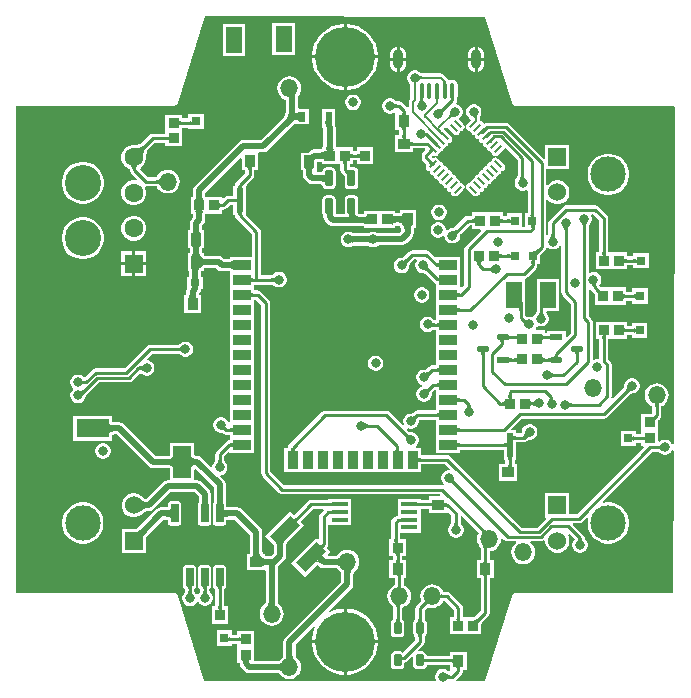
<source format=gtl>
G04*
G04 #@! TF.GenerationSoftware,Altium Limited,Altium Designer,23.0.1 (38)*
G04*
G04 Layer_Physical_Order=1*
G04 Layer_Color=255*
%FSLAX25Y25*%
%MOIN*%
G70*
G04*
G04 #@! TF.SameCoordinates,07299077-2F5B-483E-86E5-57BC813F48C1*
G04*
G04*
G04 #@! TF.FilePolarity,Positive*
G04*
G01*
G75*
%ADD11C,0.01000*%
%ADD20R,0.03150X0.03150*%
%ADD21R,0.03150X0.03150*%
%ADD22R,0.03937X0.03543*%
%ADD23R,0.03347X0.03740*%
%ADD24R,0.06299X0.11024*%
%ADD25R,0.03543X0.03543*%
%ADD26R,0.05906X0.03543*%
%ADD27R,0.03543X0.05906*%
%ADD28P,0.17427X4X360.0*%
%ADD29R,0.05512X0.08661*%
%ADD30R,0.03543X0.03937*%
G04:AMPARAMS|DCode=31|XSize=7.87mil|YSize=33.47mil|CornerRadius=0mil|HoleSize=0mil|Usage=FLASHONLY|Rotation=45.000|XOffset=0mil|YOffset=0mil|HoleType=Round|Shape=Round|*
%AMOVALD31*
21,1,0.02559,0.00787,0.00000,0.00000,135.0*
1,1,0.00787,0.00905,-0.00905*
1,1,0.00787,-0.00905,0.00905*
%
%ADD31OVALD31*%

G04:AMPARAMS|DCode=32|XSize=7.87mil|YSize=33.47mil|CornerRadius=0mil|HoleSize=0mil|Usage=FLASHONLY|Rotation=315.000|XOffset=0mil|YOffset=0mil|HoleType=Round|Shape=Round|*
%AMOVALD32*
21,1,0.02559,0.00787,0.00000,0.00000,45.0*
1,1,0.00787,-0.00905,-0.00905*
1,1,0.00787,0.00905,0.00905*
%
%ADD32OVALD32*%

%ADD33R,0.04154X0.02057*%
G04:AMPARAMS|DCode=34|XSize=41.54mil|YSize=20.57mil|CornerRadius=10.29mil|HoleSize=0mil|Usage=FLASHONLY|Rotation=0.000|XOffset=0mil|YOffset=0mil|HoleType=Round|Shape=RoundedRectangle|*
%AMROUNDEDRECTD34*
21,1,0.04154,0.00000,0,0,0.0*
21,1,0.02098,0.02057,0,0,0.0*
1,1,0.02057,0.01049,0.00000*
1,1,0.02057,-0.01049,0.00000*
1,1,0.02057,-0.01049,0.00000*
1,1,0.02057,0.01049,0.00000*
%
%ADD34ROUNDEDRECTD34*%
%ADD35R,0.11024X0.06299*%
%ADD36R,0.02461X0.03268*%
%ADD37R,0.03740X0.03347*%
%ADD38R,0.07480X0.07087*%
G04:AMPARAMS|DCode=39|XSize=62.99mil|YSize=55.12mil|CornerRadius=13.78mil|HoleSize=0mil|Usage=FLASHONLY|Rotation=180.000|XOffset=0mil|YOffset=0mil|HoleType=Round|Shape=RoundedRectangle|*
%AMROUNDEDRECTD39*
21,1,0.06299,0.02756,0,0,180.0*
21,1,0.03543,0.05512,0,0,180.0*
1,1,0.02756,-0.01772,0.01378*
1,1,0.02756,0.01772,0.01378*
1,1,0.02756,0.01772,-0.01378*
1,1,0.02756,-0.01772,-0.01378*
%
%ADD39ROUNDEDRECTD39*%
%ADD40O,0.01575X0.05315*%
%ADD41R,0.02165X0.07874*%
%ADD42R,0.03150X0.01968*%
G04:AMPARAMS|DCode=43|XSize=45.28mil|YSize=98.43mil|CornerRadius=0mil|HoleSize=0mil|Usage=FLASHONLY|Rotation=135.000|XOffset=0mil|YOffset=0mil|HoleType=Round|Shape=Rectangle|*
%AMROTATEDRECTD43*
4,1,4,0.05081,0.01879,-0.01879,-0.05081,-0.05081,-0.01879,0.01879,0.05081,0.05081,0.01879,0.0*
%
%ADD43ROTATEDRECTD43*%

%ADD44R,0.05512X0.01772*%
G04:AMPARAMS|DCode=45|XSize=23.62mil|YSize=39.37mil|CornerRadius=2.01mil|HoleSize=0mil|Usage=FLASHONLY|Rotation=0.000|XOffset=0mil|YOffset=0mil|HoleType=Round|Shape=RoundedRectangle|*
%AMROUNDEDRECTD45*
21,1,0.02362,0.03535,0,0,0.0*
21,1,0.01961,0.03937,0,0,0.0*
1,1,0.00402,0.00980,-0.01768*
1,1,0.00402,-0.00980,-0.01768*
1,1,0.00402,-0.00980,0.01768*
1,1,0.00402,0.00980,0.01768*
%
%ADD45ROUNDEDRECTD45*%
G04:AMPARAMS|DCode=46|XSize=53.15mil|YSize=23.62mil|CornerRadius=2.95mil|HoleSize=0mil|Usage=FLASHONLY|Rotation=90.000|XOffset=0mil|YOffset=0mil|HoleType=Round|Shape=RoundedRectangle|*
%AMROUNDEDRECTD46*
21,1,0.05315,0.01772,0,0,90.0*
21,1,0.04724,0.02362,0,0,90.0*
1,1,0.00591,0.00886,0.02362*
1,1,0.00591,0.00886,-0.02362*
1,1,0.00591,-0.00886,-0.02362*
1,1,0.00591,-0.00886,0.02362*
%
%ADD46ROUNDEDRECTD46*%
G04:AMPARAMS|DCode=47|XSize=61.02mil|YSize=23.62mil|CornerRadius=0.59mil|HoleSize=0mil|Usage=FLASHONLY|Rotation=90.000|XOffset=0mil|YOffset=0mil|HoleType=Round|Shape=RoundedRectangle|*
%AMROUNDEDRECTD47*
21,1,0.06102,0.02244,0,0,90.0*
21,1,0.05984,0.02362,0,0,90.0*
1,1,0.00118,0.01122,0.02992*
1,1,0.00118,0.01122,-0.02992*
1,1,0.00118,-0.01122,-0.02992*
1,1,0.00118,-0.01122,0.02992*
%
%ADD47ROUNDEDRECTD47*%
%ADD83R,0.19291X0.11614*%
%ADD84C,0.00799*%
%ADD85C,0.02000*%
%ADD86O,0.03150X0.03150*%
%ADD87O,0.05906X0.05906*%
%ADD88O,0.05906X0.05906*%
%ADD89R,0.06024X0.06024*%
%ADD90C,0.06024*%
%ADD91C,0.11811*%
%ADD92C,0.20000*%
%ADD93R,0.06319X0.06319*%
%ADD94C,0.06319*%
%ADD95C,0.12008*%
%ADD96O,0.03543X0.06299*%
%ADD97C,0.03150*%
%ADD98C,0.01968*%
G36*
X93307Y159843D02*
X93701Y159449D01*
Y161236D01*
X94058Y161242D01*
X94661Y161292D01*
X94905Y161336D01*
X95112Y161392D01*
X95282Y161460D01*
X95414Y161541D01*
X95508Y161634D01*
X95564Y161740D01*
X95583Y161858D01*
Y158614D01*
X95564Y158732D01*
X95508Y158838D01*
X95414Y158932D01*
X95282Y159012D01*
X95112Y159081D01*
X94905Y159137D01*
X94661Y159180D01*
X94378Y159211D01*
X93922Y159228D01*
X94014Y159135D01*
X90893Y158843D01*
X91162Y159131D01*
X91402Y159432D01*
X91614Y159744D01*
X91798Y160068D01*
X91953Y160403D01*
X92081Y160750D01*
X92180Y161109D01*
X92251Y161480D01*
X92293Y161863D01*
X92307Y162257D01*
X93307Y159843D01*
D02*
G37*
G36*
X155347Y161119D02*
X155111Y160287D01*
X155085Y160150D01*
X155056Y159905D01*
X155052Y159796D01*
X155050Y159795D01*
X155020Y158831D01*
X153862Y158416D01*
X153936Y158454D01*
X154003Y158509D01*
X154061Y158584D01*
X154112Y158677D01*
X154155Y158788D01*
X154190Y158918D01*
X154218Y159067D01*
X154237Y159234D01*
X154249Y159419D01*
X154249Y159432D01*
X154245Y159508D01*
X154221Y159641D01*
X154182Y159764D01*
X154127Y159877D01*
X154056Y159981D01*
X153970Y160074D01*
X153867Y160158D01*
X153749Y160232D01*
X153616Y160296D01*
X153466Y160350D01*
X155417Y161314D01*
X155347Y161119D01*
D02*
G37*
G36*
X80236Y143321D02*
X80151Y143291D01*
X80076Y143240D01*
X80011Y143169D01*
X79956Y143078D01*
X79911Y142967D01*
X79876Y142835D01*
X79851Y142683D01*
X79836Y142511D01*
X79831Y142319D01*
X78831D01*
X78826Y142511D01*
X78811Y142683D01*
X78786Y142835D01*
X78751Y142967D01*
X78706Y143078D01*
X78651Y143169D01*
X78586Y143240D01*
X78511Y143291D01*
X78426Y143321D01*
X78331Y143331D01*
X80331D01*
X80236Y143321D01*
D02*
G37*
G36*
X170585Y140386D02*
X170604Y140245D01*
X170636Y140108D01*
X170681Y139976D01*
X170738Y139847D01*
X170808Y139723D01*
X170891Y139603D01*
X170986Y139488D01*
X171095Y139376D01*
X171216Y139269D01*
X169019Y139081D01*
X169125Y139211D01*
X169220Y139343D01*
X169304Y139477D01*
X169377Y139611D01*
X169439Y139746D01*
X169489Y139883D01*
X169528Y140021D01*
X169556Y140159D01*
X169573Y140299D01*
X169579Y140440D01*
X170579Y140531D01*
X170585Y140386D01*
D02*
G37*
G36*
X76391Y137019D02*
X76406Y136848D01*
X76431Y136698D01*
X76466Y136568D01*
X76511Y136459D01*
X76566Y136369D01*
X76631Y136299D01*
X76706Y136249D01*
X76791Y136219D01*
X76886Y136208D01*
X74886D01*
X74981Y136219D01*
X75066Y136249D01*
X75141Y136299D01*
X75206Y136369D01*
X75261Y136459D01*
X75306Y136568D01*
X75341Y136698D01*
X75366Y136848D01*
X75381Y137019D01*
X75386Y137208D01*
X76386D01*
X76391Y137019D01*
D02*
G37*
G36*
X76559Y146250D02*
Y142307D01*
X77801D01*
Y141382D01*
X74804Y138385D01*
X74473Y137888D01*
X74356Y137303D01*
Y137221D01*
X73803D01*
Y133813D01*
X72047D01*
X71462Y133696D01*
X70966Y133365D01*
X70655Y133054D01*
X70193Y133245D01*
Y133579D01*
X64491D01*
X64473Y133678D01*
X64441Y134072D01*
Y134785D01*
X76097Y146442D01*
X76559Y146250D01*
D02*
G37*
G36*
X63408Y134187D02*
X63461Y133547D01*
X63507Y133287D01*
X63567Y133067D01*
X63640Y132887D01*
X63726Y132747D01*
X63825Y132647D01*
X63937Y132587D01*
X64063Y132567D01*
X60740D01*
X60866Y132587D01*
X60978Y132647D01*
X61078Y132747D01*
X61164Y132887D01*
X61236Y133067D01*
X61296Y133287D01*
X61342Y133547D01*
X61375Y133847D01*
X61402Y134567D01*
X63402D01*
X63408Y134187D01*
D02*
G37*
G36*
X74827Y131283D02*
X74817Y131378D01*
X74787Y131464D01*
X74736Y131538D01*
X74665Y131604D01*
X74574Y131658D01*
X74463Y131703D01*
X74331Y131738D01*
X74180Y131764D01*
X74007Y131779D01*
X73815Y131783D01*
Y132783D01*
X74007Y132789D01*
X74180Y132803D01*
X74331Y132828D01*
X74463Y132863D01*
X74574Y132908D01*
X74665Y132964D01*
X74736Y133028D01*
X74787Y133104D01*
X74817Y133188D01*
X74827Y133283D01*
Y131283D01*
D02*
G37*
G36*
X157544Y193357D02*
X166654Y164888D01*
X166685Y164832D01*
X166697Y164769D01*
X166828Y164573D01*
X166943Y164366D01*
X166993Y164326D01*
X167029Y164273D01*
X167225Y164142D01*
X167410Y163995D01*
X167472Y163977D01*
X167525Y163941D01*
X167757Y163895D01*
X167983Y163830D01*
X168047Y163838D01*
X168110Y163825D01*
X220554D01*
X220907Y163471D01*
X220639Y51089D01*
X220147Y50994D01*
X219808Y51581D01*
X219329Y52060D01*
X218742Y52399D01*
X218087Y52575D01*
X217409D01*
X216754Y52399D01*
X216167Y52060D01*
X215970Y51863D01*
X215968Y51862D01*
X215695Y51944D01*
X215469Y52097D01*
Y55594D01*
Y58665D01*
X215476Y58697D01*
X215469Y58739D01*
Y58941D01*
X215668Y59174D01*
X216042Y59548D01*
X216374Y60045D01*
X216490Y60630D01*
Y63660D01*
X216492Y63678D01*
X216954Y63870D01*
X217780Y64504D01*
X218413Y65329D01*
X218812Y66291D01*
X218948Y67323D01*
X218812Y68355D01*
X218413Y69316D01*
X217780Y70142D01*
X216954Y70776D01*
X215992Y71174D01*
X214961Y71310D01*
X213929Y71174D01*
X212967Y70776D01*
X212141Y70142D01*
X211508Y69316D01*
X211110Y68355D01*
X210974Y67323D01*
X211110Y66291D01*
X211508Y65329D01*
X212141Y64504D01*
X212967Y63870D01*
X213430Y63678D01*
X213431Y63660D01*
Y61282D01*
X213235Y61110D01*
X213087Y60997D01*
X213002Y60941D01*
X212941D01*
X212919Y60947D01*
X212877Y60941D01*
X209728D01*
Y54482D01*
X208087D01*
Y55528D01*
X202937D01*
Y50378D01*
X208087D01*
Y51423D01*
X209728D01*
Y50476D01*
X210455D01*
X210647Y50014D01*
X188359Y27726D01*
X185823D01*
Y34721D01*
X177799D01*
Y26697D01*
X177818D01*
X178009Y26235D01*
X174957Y23183D01*
X169925D01*
X146160Y46948D01*
X145664Y47279D01*
X145079Y47396D01*
X136335D01*
Y49819D01*
X134815D01*
X134673Y50240D01*
X134669Y50319D01*
X135131Y50781D01*
X135470Y51368D01*
X135646Y52023D01*
Y52701D01*
X135470Y53356D01*
X135131Y53943D01*
X134652Y54423D01*
X134065Y54761D01*
X133410Y54937D01*
X133164D01*
X133077Y54956D01*
X132945Y54959D01*
X132856Y54967D01*
X132778Y54979D01*
X132710Y54996D01*
X132650Y55015D01*
X132598Y55037D01*
X132550Y55062D01*
X132506Y55090D01*
X132504Y55092D01*
X131685Y55911D01*
X131992Y56311D01*
X132077Y56262D01*
X132732Y56087D01*
X133410D01*
X134065Y56262D01*
X134652Y56601D01*
X135131Y57080D01*
X135470Y57668D01*
X135646Y58322D01*
Y58568D01*
X135665Y58656D01*
X135668Y58787D01*
X135676Y58876D01*
X135688Y58954D01*
X135704Y59022D01*
X135724Y59082D01*
X135746Y59135D01*
X135771Y59182D01*
X135799Y59226D01*
X135800Y59228D01*
X135830Y59258D01*
X141539D01*
Y53016D01*
Y48016D01*
X149445D01*
Y49258D01*
X163961D01*
Y45850D01*
X164514D01*
Y44405D01*
X162386D01*
Y38862D01*
X168323D01*
Y44405D01*
X167573D01*
Y45850D01*
X168126D01*
Y51620D01*
X170598D01*
X171183Y51737D01*
X171679Y52068D01*
X172000Y52389D01*
X172002Y52390D01*
X172046Y52418D01*
X172093Y52443D01*
X172146Y52465D01*
X172205Y52485D01*
X172274Y52501D01*
X172352Y52513D01*
X172441Y52521D01*
X172572Y52524D01*
X172660Y52543D01*
X172905D01*
X173560Y52719D01*
X174147Y53058D01*
X174627Y53537D01*
X174966Y54124D01*
X175141Y54779D01*
Y55457D01*
X174966Y56112D01*
X174627Y56699D01*
X174147Y57178D01*
X173560Y57517D01*
X172905Y57693D01*
X172227D01*
X171573Y57517D01*
X170985Y57178D01*
X170506Y56699D01*
X170167Y56112D01*
X169992Y55457D01*
Y55211D01*
X169972Y55124D01*
X169969Y54992D01*
X169962Y54903D01*
X169949Y54825D01*
X169933Y54757D01*
X169914Y54698D01*
X169906Y54679D01*
X168126D01*
Y55724D01*
X166656D01*
X166464Y56186D01*
X169847Y59569D01*
X197319D01*
X197904Y59685D01*
X198400Y60017D01*
X206156Y67772D01*
X206158Y67774D01*
X206204Y67804D01*
X206253Y67830D01*
X206308Y67853D01*
X206370Y67874D01*
X206441Y67892D01*
X206522Y67906D01*
X206614Y67916D01*
X206747Y67921D01*
X206825Y67940D01*
X207032D01*
X207687Y68115D01*
X208274Y68454D01*
X208753Y68933D01*
X209092Y69521D01*
X209268Y70175D01*
Y70853D01*
X209092Y71508D01*
X208753Y72095D01*
X208274Y72575D01*
X207687Y72914D01*
X207032Y73089D01*
X206354D01*
X205699Y72914D01*
X205112Y72575D01*
X204633Y72095D01*
X204294Y71508D01*
X204118Y70853D01*
Y70566D01*
X204099Y70472D01*
X204099Y70342D01*
X204093Y70256D01*
X204082Y70181D01*
X204067Y70115D01*
X204049Y70059D01*
X204028Y70008D01*
X204005Y69963D01*
X203978Y69921D01*
X203977Y69919D01*
X200335Y66277D01*
X199874Y66523D01*
X199955Y66929D01*
Y77577D01*
X199838Y78162D01*
X199507Y78658D01*
X198774Y79391D01*
Y86106D01*
X205035D01*
Y87447D01*
X206677D01*
Y86402D01*
X211827D01*
Y91551D01*
X206677D01*
Y90506D01*
X205035D01*
Y91847D01*
X194571D01*
Y86106D01*
X195715D01*
Y79625D01*
X195318Y79320D01*
X195221Y79347D01*
X194543D01*
X194155Y79243D01*
X193655Y79575D01*
Y91732D01*
X193539Y92318D01*
X193207Y92814D01*
X192325Y93696D01*
Y102533D01*
X192825Y102685D01*
X192894Y102581D01*
X194125Y101350D01*
X194274Y101190D01*
X194370Y101069D01*
X194374Y101064D01*
Y100876D01*
X194366Y100838D01*
X194374Y100799D01*
Y97524D01*
X204839D01*
Y98864D01*
X206874D01*
Y97819D01*
X212024D01*
Y102969D01*
X206874D01*
Y101923D01*
X204839D01*
Y103264D01*
X196838D01*
X196800Y103271D01*
X196762Y103264D01*
X196575D01*
X196326Y103475D01*
X195703Y104097D01*
X195930Y104324D01*
X196269Y104912D01*
X196445Y105567D01*
Y106245D01*
X196269Y106899D01*
X195930Y107486D01*
X195451Y107966D01*
X194864Y108305D01*
X194209Y108480D01*
X193531D01*
X192876Y108305D01*
X192758Y108236D01*
X192325Y108486D01*
Y123696D01*
X192325Y123698D01*
X192336Y123749D01*
X192352Y123800D01*
X192374Y123853D01*
X192402Y123909D01*
X192439Y123969D01*
X192485Y124033D01*
X192543Y124101D01*
X192634Y124196D01*
X192682Y124271D01*
X192856Y124445D01*
X193195Y125032D01*
X193370Y125687D01*
Y126365D01*
X193195Y127020D01*
X193107Y127172D01*
X193357Y127604D01*
X193855D01*
X195715Y125744D01*
Y115075D01*
X194571D01*
Y109335D01*
X205035D01*
Y110675D01*
X207071D01*
Y109630D01*
X212221D01*
Y114779D01*
X207071D01*
Y113734D01*
X205035D01*
Y115075D01*
X198774D01*
Y126378D01*
X198657Y126963D01*
X198326Y127459D01*
X195570Y130215D01*
X195073Y130547D01*
X194488Y130663D01*
X184688D01*
X184103Y130547D01*
X183607Y130215D01*
X179234Y125842D01*
X178902Y125346D01*
X178786Y124761D01*
Y120940D01*
X178628Y120766D01*
X178361Y120814D01*
X178269Y120871D01*
X178128Y121086D01*
Y127535D01*
X178104Y127654D01*
Y132470D01*
X178482Y132571D01*
X178604Y132573D01*
X179348Y131829D01*
X180262Y131301D01*
X181283Y131027D01*
X182339D01*
X183360Y131301D01*
X184274Y131829D01*
X185021Y132576D01*
X185549Y133491D01*
X185823Y134511D01*
Y135567D01*
X185549Y136588D01*
X185021Y137503D01*
X184274Y138250D01*
X183360Y138778D01*
X182339Y139051D01*
X181283D01*
X180262Y138778D01*
X179348Y138250D01*
X178604Y137506D01*
X178482Y137507D01*
X178104Y137609D01*
Y142839D01*
X185823D01*
Y150862D01*
X177799D01*
Y146331D01*
X177299Y146124D01*
X165725Y157697D01*
X165229Y158029D01*
X164644Y158145D01*
X158268D01*
X157683Y158029D01*
X157381Y157827D01*
X157366Y157834D01*
X157058Y158295D01*
X156597Y158603D01*
X156080Y158706D01*
Y159879D01*
X156094Y159997D01*
X156104Y160054D01*
X156319Y160808D01*
X156378Y160973D01*
X156379Y160980D01*
X156382Y160987D01*
X156394Y161073D01*
X156512Y161514D01*
Y162192D01*
X156336Y162847D01*
X155997Y163434D01*
X155518Y163913D01*
X154931Y164252D01*
X154276Y164428D01*
X153598D01*
X152943Y164252D01*
X152356Y163913D01*
X151877Y163434D01*
X151538Y162847D01*
X151362Y162192D01*
Y161514D01*
X151538Y160859D01*
X151877Y160272D01*
X152356Y159793D01*
X152794Y159540D01*
X152918Y159096D01*
X152907Y158946D01*
X152747Y158786D01*
X152730Y158760D01*
X151847Y157877D01*
X151539Y157416D01*
X151430Y156872D01*
X151539Y156329D01*
X151847Y155868D01*
X152308Y155560D01*
X152827Y155456D01*
X152930Y154937D01*
X153239Y154476D01*
X153700Y154168D01*
X154219Y154064D01*
X154323Y153545D01*
X154630Y153084D01*
X155092Y152776D01*
X155611Y152672D01*
X155714Y152153D01*
X156023Y151692D01*
X156483Y151384D01*
X157003Y151280D01*
X157106Y150761D01*
X157414Y150300D01*
X157875Y149992D01*
X158395Y149888D01*
X158498Y149369D01*
X158806Y148908D01*
X159267Y148600D01*
X159787Y148496D01*
X159890Y147977D01*
X160198Y147516D01*
X160659Y147208D01*
X161203Y147100D01*
X161747Y147208D01*
X162208Y147516D01*
X164017Y149325D01*
X164147Y149519D01*
X164762Y149611D01*
X168549Y145823D01*
Y140325D01*
X168549Y140321D01*
X168537Y140261D01*
X168519Y140199D01*
X168495Y140134D01*
X168464Y140065D01*
X168424Y139992D01*
X168375Y139914D01*
X168315Y139831D01*
X168228Y139724D01*
X168212Y139694D01*
X168153Y139635D01*
X167814Y139048D01*
X167639Y138393D01*
Y137715D01*
X167814Y137060D01*
X168153Y136473D01*
X168632Y135994D01*
X169220Y135655D01*
X169875Y135479D01*
X170552D01*
X171207Y135655D01*
X171494Y135821D01*
X171994Y135532D01*
Y128165D01*
X170949D01*
Y123577D01*
X170193D01*
Y128165D01*
X165043D01*
Y127120D01*
X163697D01*
Y128461D01*
X153232D01*
Y127120D01*
X151927D01*
X151341Y127004D01*
X150845Y126672D01*
X147417Y123244D01*
X147415Y123242D01*
X147371Y123214D01*
X147324Y123189D01*
X147271Y123167D01*
X147211Y123148D01*
X147143Y123132D01*
X147065Y123119D01*
X146976Y123111D01*
X146844Y123108D01*
X146757Y123089D01*
X146511D01*
X145856Y122914D01*
X145269Y122575D01*
X145201Y122506D01*
X144701Y122713D01*
Y122780D01*
X144525Y123435D01*
X144186Y124022D01*
X143707Y124501D01*
X143120Y124840D01*
X142465Y125016D01*
X141787D01*
X141132Y124840D01*
X140545Y124501D01*
X140066Y124022D01*
X139727Y123435D01*
X139551Y122780D01*
Y122102D01*
X139727Y121447D01*
X140066Y120860D01*
X140545Y120381D01*
X141132Y120042D01*
X141787Y119866D01*
X142465D01*
X143120Y120042D01*
X143707Y120381D01*
X143776Y120449D01*
X144276Y120242D01*
Y120176D01*
X144451Y119521D01*
X144790Y118933D01*
X145269Y118454D01*
X145856Y118115D01*
X146511Y117940D01*
X147189D01*
X147844Y118115D01*
X148431Y118454D01*
X148911Y118933D01*
X149250Y119521D01*
X149425Y120176D01*
Y120421D01*
X149444Y120509D01*
X149447Y120640D01*
X149455Y120729D01*
X149468Y120807D01*
X149484Y120876D01*
X149503Y120935D01*
X149525Y120988D01*
X149550Y121035D01*
X149578Y121079D01*
X149580Y121081D01*
X152560Y124061D01*
X153232D01*
Y122721D01*
X156169D01*
X156360Y122258D01*
X151281Y117179D01*
X150949Y116683D01*
X150833Y116098D01*
Y104177D01*
X149945Y103289D01*
X149445Y103496D01*
Y108016D01*
Y113559D01*
X141539D01*
Y113559D01*
X141134Y113391D01*
X139270Y115255D01*
X138774Y115586D01*
X138189Y115703D01*
X133465D01*
X132879Y115586D01*
X132383Y115255D01*
X130488Y113359D01*
X130486Y113358D01*
X130442Y113330D01*
X130394Y113305D01*
X130342Y113283D01*
X130282Y113263D01*
X130214Y113247D01*
X130136Y113235D01*
X130047Y113227D01*
X129915Y113224D01*
X129828Y113205D01*
X129582D01*
X128927Y113029D01*
X128340Y112690D01*
X127861Y112211D01*
X127522Y111624D01*
X127347Y110969D01*
Y110291D01*
X127522Y109636D01*
X127861Y109049D01*
X128340Y108570D01*
X128927Y108231D01*
X129582Y108055D01*
X130260D01*
X130915Y108231D01*
X131502Y108570D01*
X131982Y109049D01*
X132321Y109636D01*
X132496Y110291D01*
Y110537D01*
X132515Y110624D01*
X132518Y110756D01*
X132526Y110845D01*
X132538Y110923D01*
X132555Y110991D01*
X132574Y111051D01*
X132596Y111103D01*
X132621Y111151D01*
X132649Y111195D01*
X132651Y111197D01*
X134098Y112644D01*
X134753D01*
X134909Y112144D01*
X134608Y111624D01*
X134433Y110969D01*
Y110291D01*
X134608Y109636D01*
X134948Y109049D01*
X135427Y108570D01*
X136014Y108231D01*
X136669Y108055D01*
X136915D01*
X137002Y108036D01*
X137134Y108033D01*
X137223Y108025D01*
X137301Y108013D01*
X137369Y107996D01*
X137428Y107977D01*
X137481Y107955D01*
X137529Y107930D01*
X137573Y107902D01*
X137575Y107900D01*
X140544Y104931D01*
X141040Y104600D01*
X141539Y104500D01*
Y103016D01*
Y98016D01*
Y92317D01*
X140974D01*
X140937Y92326D01*
X140902Y92338D01*
X140868Y92353D01*
X140833Y92374D01*
X140794Y92403D01*
X140751Y92441D01*
X140703Y92491D01*
X140651Y92555D01*
X140643Y92568D01*
X140164Y93047D01*
X139576Y93386D01*
X138922Y93562D01*
X138244D01*
X137589Y93386D01*
X137002Y93047D01*
X136522Y92568D01*
X136183Y91981D01*
X136008Y91326D01*
Y90648D01*
X136183Y89993D01*
X136522Y89406D01*
X137002Y88927D01*
X137589Y88587D01*
X138244Y88412D01*
X138922D01*
X139576Y88587D01*
X140164Y88927D01*
X140178Y88941D01*
X140284Y89020D01*
X140373Y89080D01*
X140458Y89130D01*
X140538Y89170D01*
X140613Y89202D01*
X140683Y89227D01*
X140750Y89245D01*
X140814Y89258D01*
X140819Y89258D01*
X141539D01*
Y83016D01*
Y77317D01*
X139961D01*
X139375Y77200D01*
X138879Y76869D01*
X137997Y75987D01*
X137996Y75985D01*
X137953Y75958D01*
X137908Y75935D01*
X137857Y75914D01*
X137801Y75896D01*
X137735Y75882D01*
X137660Y75871D01*
X137574Y75864D01*
X137444Y75864D01*
X137350Y75845D01*
X137063D01*
X136408Y75670D01*
X135821Y75331D01*
X135341Y74851D01*
X135002Y74264D01*
X134827Y73609D01*
Y72931D01*
X135002Y72277D01*
X135341Y71689D01*
X135821Y71210D01*
X136408Y70871D01*
X136851Y70752D01*
Y70235D01*
X136408Y70116D01*
X135821Y69777D01*
X135341Y69297D01*
X135002Y68710D01*
X134827Y68055D01*
Y67378D01*
X135002Y66723D01*
X135341Y66136D01*
X135821Y65656D01*
X136408Y65317D01*
X137063Y65142D01*
X137741D01*
X138395Y65317D01*
X138982Y65656D01*
X139462Y66136D01*
X139801Y66723D01*
X139976Y67378D01*
Y67623D01*
X139996Y67711D01*
X139998Y67842D01*
X140006Y67931D01*
X140019Y68010D01*
X140035Y68078D01*
X140054Y68137D01*
X140076Y68190D01*
X140101Y68237D01*
X140129Y68281D01*
X140131Y68283D01*
X141039Y69191D01*
X141539Y69097D01*
Y62317D01*
X135197D01*
X134612Y62200D01*
X134115Y61869D01*
X133638Y61391D01*
X133635Y61389D01*
X133592Y61361D01*
X133544Y61336D01*
X133492Y61314D01*
X133432Y61295D01*
X133364Y61279D01*
X133286Y61266D01*
X133197Y61258D01*
X133065Y61256D01*
X132978Y61236D01*
X132732D01*
X132077Y61061D01*
X131490Y60722D01*
X131010Y60242D01*
X130672Y59655D01*
X130496Y59000D01*
Y58322D01*
X130672Y57668D01*
X130721Y57582D01*
X130321Y57275D01*
X125885Y61711D01*
X125388Y62043D01*
X124803Y62159D01*
X104331D01*
X103745Y62043D01*
X103249Y61711D01*
X92482Y50944D01*
X92150Y50447D01*
X92034Y49862D01*
Y49819D01*
X90791D01*
Y41913D01*
X136335D01*
Y44337D01*
X144445D01*
X145943Y42839D01*
X145736Y42339D01*
X145330D01*
X144676Y42163D01*
X144088Y41824D01*
X143609Y41345D01*
X143270Y40758D01*
X143095Y40103D01*
Y39425D01*
X143270Y38770D01*
X143609Y38183D01*
X144029Y37762D01*
X143974Y37530D01*
X143820Y37294D01*
X143509Y37356D01*
X90791D01*
X86175Y41972D01*
Y98032D01*
X86059Y98617D01*
X85727Y99113D01*
X82971Y101869D01*
X82475Y102200D01*
X81890Y102317D01*
X80547D01*
Y104243D01*
X86705D01*
X86709Y104242D01*
X86769Y104230D01*
X86830Y104213D01*
X86895Y104189D01*
X86964Y104157D01*
X87037Y104118D01*
X87115Y104069D01*
X87198Y104009D01*
X87305Y103921D01*
X87335Y103905D01*
X87395Y103845D01*
X87982Y103506D01*
X88637Y103331D01*
X89315D01*
X89970Y103506D01*
X90557Y103845D01*
X91037Y104324D01*
X91376Y104912D01*
X91551Y105567D01*
Y106245D01*
X91376Y106899D01*
X91037Y107486D01*
X90557Y107966D01*
X89970Y108305D01*
X89315Y108480D01*
X88637D01*
X87982Y108305D01*
X87395Y107966D01*
X87063Y107633D01*
X87000Y107585D01*
X86918Y107493D01*
X86863Y107440D01*
X86813Y107398D01*
X86767Y107367D01*
X86725Y107343D01*
X86684Y107325D01*
X86644Y107311D01*
X86602Y107302D01*
X83025D01*
Y121653D01*
X82909Y122239D01*
X82578Y122735D01*
X78299Y127013D01*
X77969Y127347D01*
X77969D01*
X77969Y127347D01*
Y137221D01*
X77969Y137221D01*
X77969D01*
X78303Y137557D01*
X80412Y139667D01*
X80744Y140163D01*
X80860Y140748D01*
Y142307D01*
X82102D01*
Y148244D01*
X82557Y148354D01*
X83858D01*
X84639Y148510D01*
X85300Y148952D01*
X94071Y157722D01*
X94571Y157602D01*
Y157602D01*
X95545D01*
X95583Y157595D01*
X95621Y157602D01*
X99032D01*
Y162870D01*
X95621D01*
X95583Y162878D01*
X95346Y163293D01*
Y166561D01*
X95306Y166762D01*
Y166841D01*
X95339Y166866D01*
X95972Y167692D01*
X96371Y168653D01*
X96507Y169685D01*
X96371Y170717D01*
X95972Y171678D01*
X95339Y172504D01*
X94513Y173138D01*
X93552Y173536D01*
X92520Y173672D01*
X91488Y173536D01*
X90526Y173138D01*
X89701Y172504D01*
X89067Y171678D01*
X88669Y170717D01*
X88533Y169685D01*
X88669Y168653D01*
X89067Y167692D01*
X89701Y166866D01*
X90526Y166232D01*
X91268Y165925D01*
Y161870D01*
X91242Y161632D01*
X91186Y161341D01*
X91109Y161062D01*
X91011Y160794D01*
X90891Y160535D01*
X90748Y160283D01*
X90581Y160038D01*
X90432Y159851D01*
X83014Y152433D01*
X77165D01*
X76385Y152278D01*
X75723Y151836D01*
X60960Y137072D01*
X60518Y136410D01*
X60362Y135630D01*
Y134052D01*
X60358Y133921D01*
X60332Y133692D01*
X60312Y133579D01*
X59728D01*
Y132605D01*
X59721Y132567D01*
X59728Y132529D01*
Y128889D01*
X59721Y128851D01*
X59728Y128812D01*
Y127839D01*
X60312D01*
X60330Y127739D01*
X60362Y127346D01*
Y126632D01*
X59975Y126245D01*
X59533Y125584D01*
X59378Y124803D01*
Y122723D01*
X59372Y122626D01*
X59342Y122394D01*
X59315Y122260D01*
X58646D01*
Y121286D01*
X58638Y121248D01*
X58646Y121210D01*
Y117373D01*
X58638Y117335D01*
X58646Y117297D01*
Y116323D01*
X59315D01*
X59339Y116204D01*
X59378Y115793D01*
Y115281D01*
X59369Y115158D01*
X59337Y114935D01*
X59301Y114779D01*
X58547D01*
Y113806D01*
X58540Y113768D01*
X58547Y113729D01*
Y109890D01*
X58540Y109851D01*
X58547Y109814D01*
Y108843D01*
X58949D01*
X58984Y108388D01*
Y107086D01*
X58983Y107040D01*
X58961Y106801D01*
X58947Y106709D01*
X58449D01*
Y105735D01*
X58441Y105697D01*
X58449Y105658D01*
Y102893D01*
X58352Y102749D01*
X58197Y101969D01*
Y101070D01*
X58191Y100972D01*
X58161Y100741D01*
X58134Y100606D01*
X57465D01*
Y99633D01*
X57457Y99594D01*
X57465Y99556D01*
Y94669D01*
X63008D01*
Y99556D01*
X63016Y99594D01*
X63008Y99633D01*
Y100606D01*
X62339D01*
X62314Y100725D01*
X62277Y101125D01*
X62466Y101314D01*
X62908Y101976D01*
X63060Y102740D01*
X63598D01*
Y105658D01*
X63606Y105697D01*
X63598Y105735D01*
Y106709D01*
X63101D01*
X63089Y106789D01*
X63063Y107154D01*
Y108301D01*
X63076Y108449D01*
X63111Y108663D01*
X63152Y108815D01*
X63163Y108843D01*
X64091D01*
Y109677D01*
X64113Y109686D01*
X64266Y109726D01*
X64482Y109760D01*
X64623Y109772D01*
X68053D01*
X68479Y109345D01*
X69141Y108903D01*
X69921Y108748D01*
X72178D01*
X72276Y108742D01*
X72507Y108712D01*
X72642Y108685D01*
Y103016D01*
Y98016D01*
Y93016D01*
Y88016D01*
Y83016D01*
Y78016D01*
Y73016D01*
Y68016D01*
Y63016D01*
Y58326D01*
X72142Y58260D01*
X72084Y58474D01*
X71745Y59061D01*
X71266Y59541D01*
X70679Y59880D01*
X70024Y60055D01*
X69346D01*
X68691Y59880D01*
X68104Y59541D01*
X67625Y59061D01*
X67286Y58474D01*
X67110Y57819D01*
Y57141D01*
X67286Y56486D01*
X67625Y55899D01*
X68104Y55420D01*
X68691Y55081D01*
X69346Y54905D01*
X69870D01*
X69889Y54901D01*
X69912Y54905D01*
X69977D01*
X69986Y54905D01*
X69998Y54905D01*
X70020D01*
X70024Y54904D01*
X70051Y54890D01*
X70090Y54866D01*
X70141Y54829D01*
X70143Y54828D01*
X70264Y54706D01*
X70760Y54374D01*
X71346Y54258D01*
X72642D01*
Y52317D01*
X72441D01*
X71856Y52200D01*
X71359Y51869D01*
X68210Y48719D01*
X67878Y48223D01*
X67762Y47638D01*
Y45638D01*
X67762Y45635D01*
X67751Y45584D01*
X67735Y45533D01*
X67713Y45480D01*
X67685Y45425D01*
X67648Y45365D01*
X67601Y45301D01*
X67544Y45232D01*
X67453Y45137D01*
X67405Y45062D01*
X67231Y44888D01*
X66892Y44301D01*
X66742Y43739D01*
X66269Y43504D01*
X63113Y46661D01*
X62451Y47103D01*
X61671Y47258D01*
X61223D01*
X61126Y47266D01*
X60931Y47295D01*
X60843Y47317D01*
Y51591D01*
X52543D01*
Y47218D01*
X52518Y47207D01*
X52366Y47166D01*
X52152Y47131D01*
X52002Y47118D01*
X47892D01*
X37269Y57741D01*
X36607Y58183D01*
X35827Y58338D01*
X34021D01*
X33872Y58351D01*
X33658Y58387D01*
X33506Y58428D01*
X33480Y58438D01*
Y60449D01*
X20457D01*
Y52150D01*
X33480D01*
Y54160D01*
X33506Y54171D01*
X33658Y54211D01*
X33872Y54247D01*
X34021Y54260D01*
X34982D01*
X45605Y43637D01*
X46267Y43195D01*
X47047Y43040D01*
X47047Y43040D01*
X52002D01*
X52152Y43027D01*
X52366Y42991D01*
X52518Y42950D01*
X52543Y42940D01*
Y39047D01*
X51968D01*
X51188Y38892D01*
X50527Y38450D01*
X44846Y32770D01*
X44711Y32798D01*
X44535Y32850D01*
X44362Y32919D01*
X44191Y33003D01*
X44021Y33105D01*
X43850Y33227D01*
X43680Y33368D01*
X43485Y33554D01*
X43411Y33602D01*
X43093Y33919D01*
X42178Y34447D01*
X41158Y34721D01*
X40102D01*
X39081Y34447D01*
X38167Y33919D01*
X37420Y33172D01*
X36891Y32257D01*
X36618Y31237D01*
Y30180D01*
X36891Y29160D01*
X37420Y28245D01*
X38167Y27498D01*
X39081Y26970D01*
X40102Y26697D01*
X41158D01*
X42178Y26970D01*
X43093Y27498D01*
X43411Y27816D01*
X43485Y27863D01*
X43680Y28049D01*
X43850Y28191D01*
X44021Y28312D01*
X44191Y28414D01*
X44362Y28499D01*
X44535Y28567D01*
X44711Y28620D01*
X44893Y28657D01*
X44991Y28670D01*
X45669D01*
X46450Y28825D01*
X47111Y29267D01*
X52813Y34969D01*
X60966D01*
X62272Y33663D01*
Y32031D01*
X62267Y31788D01*
X62240Y31446D01*
X62237Y31427D01*
X62191Y31358D01*
X62109Y30945D01*
Y24961D01*
X62191Y24547D01*
X62425Y24197D01*
X62776Y23963D01*
X63189Y23881D01*
X65433D01*
X65846Y23963D01*
X66197Y24197D01*
X66431Y24547D01*
X66513Y24961D01*
Y30945D01*
X66431Y31358D01*
X66414Y31382D01*
X66350Y32379D01*
Y34508D01*
X66350Y34508D01*
X66195Y35288D01*
X65753Y35950D01*
X65753Y35950D01*
X63253Y38450D01*
X62591Y38892D01*
X61811Y39047D01*
X60843D01*
Y42456D01*
X61343Y42663D01*
X67252Y36754D01*
Y31888D01*
X67250Y31778D01*
X67226Y31429D01*
X67223Y31406D01*
X67191Y31358D01*
X67109Y30945D01*
Y24961D01*
X67191Y24547D01*
X67425Y24197D01*
X67776Y23963D01*
X68189Y23881D01*
X70433D01*
X70846Y23963D01*
X71197Y24197D01*
X71431Y24547D01*
X71513Y24961D01*
Y25821D01*
X71521Y25824D01*
X71674Y25865D01*
X71888Y25901D01*
X72037Y25914D01*
X74352D01*
X79457Y20809D01*
Y15115D01*
X79445Y14974D01*
X79411Y14759D01*
X79371Y14605D01*
X79362Y14583D01*
X78528D01*
Y13609D01*
X78520Y13571D01*
X78528Y13532D01*
Y13476D01*
X78526Y13459D01*
X78528Y13454D01*
Y9039D01*
X83414D01*
X83453Y9032D01*
X83491Y9039D01*
X84465D01*
X84575Y8585D01*
Y-1350D01*
X84559Y-1586D01*
X84518Y-1910D01*
X84467Y-2163D01*
X84461Y-2182D01*
X83795Y-2693D01*
X83161Y-3518D01*
X82763Y-4480D01*
X82627Y-5512D01*
X82763Y-6544D01*
X83161Y-7505D01*
X83795Y-8331D01*
X84621Y-8964D01*
X85582Y-9363D01*
X86614Y-9499D01*
X87646Y-9363D01*
X88608Y-8964D01*
X89433Y-8331D01*
X90067Y-7505D01*
X90465Y-6544D01*
X90601Y-5512D01*
X90465Y-4480D01*
X90067Y-3518D01*
X89433Y-2693D01*
X88768Y-2182D01*
X88762Y-2163D01*
X88713Y-1926D01*
X88653Y-1293D01*
Y10179D01*
X90812Y12338D01*
X91254Y12999D01*
X91409Y13780D01*
Y16244D01*
X91474Y17264D01*
X91535Y17705D01*
X91608Y18064D01*
X91667Y18261D01*
X97386Y23980D01*
X96159Y25207D01*
X100427Y29474D01*
X103770D01*
X103977Y28975D01*
X102856Y27853D01*
X102524Y27357D01*
X102408Y26772D01*
Y19612D01*
X101946Y19420D01*
X101539Y19827D01*
X93165Y11453D01*
X97781Y6837D01*
X101818Y10874D01*
X101890Y10831D01*
X102050Y10712D01*
X102126Y10648D01*
X102445Y10329D01*
X103106Y9887D01*
X103886Y9732D01*
X106653D01*
X106854Y9772D01*
X107649D01*
X107885Y9756D01*
X108209Y9715D01*
X108462Y9663D01*
X108481Y9657D01*
X108992Y8992D01*
X109657Y8481D01*
X109663Y8462D01*
X109712Y8225D01*
X109772Y7592D01*
Y5175D01*
X91078Y-13519D01*
X90636Y-14180D01*
X90481Y-14961D01*
Y-19066D01*
X90465Y-19302D01*
X90424Y-19627D01*
X90372Y-19879D01*
X90366Y-19898D01*
X89701Y-20409D01*
X89190Y-21075D01*
X89170Y-21081D01*
X88934Y-21129D01*
X88301Y-21189D01*
X80823D01*
Y-16650D01*
Y-11303D01*
X75083D01*
Y-12447D01*
X73441D01*
Y-11008D01*
X68291D01*
Y-16158D01*
X73441D01*
Y-15506D01*
X75083D01*
Y-21768D01*
X75914D01*
Y-22057D01*
X76069Y-22837D01*
X76511Y-23499D01*
X77682Y-24670D01*
X77682Y-24670D01*
X78344Y-25112D01*
X79124Y-25267D01*
X88357D01*
X88594Y-25283D01*
X88918Y-25324D01*
X89170Y-25376D01*
X89190Y-25382D01*
X89701Y-26048D01*
X90526Y-26681D01*
X91488Y-27079D01*
X92520Y-27215D01*
X93552Y-27079D01*
X94513Y-26681D01*
X95339Y-26048D01*
X95972Y-25222D01*
X96371Y-24260D01*
X96507Y-23228D01*
X96371Y-22197D01*
X95972Y-21235D01*
X95339Y-20409D01*
X94673Y-19898D01*
X94667Y-19879D01*
X94619Y-19642D01*
X94559Y-19009D01*
Y-15805D01*
X100771Y-9593D01*
X101181Y-9890D01*
X100849Y-10541D01*
X100314Y-12188D01*
X100043Y-13898D01*
Y-14264D01*
X110543D01*
Y-3764D01*
X110178D01*
X108467Y-4035D01*
X106821Y-4570D01*
X106170Y-4901D01*
X105872Y-4492D01*
X113253Y2889D01*
X113695Y3550D01*
X113850Y4331D01*
Y7649D01*
X113866Y7885D01*
X113907Y8209D01*
X113959Y8462D01*
X113965Y8481D01*
X114630Y8992D01*
X115264Y9818D01*
X115662Y10779D01*
X115798Y11811D01*
X115662Y12843D01*
X115264Y13804D01*
X114630Y14630D01*
X113804Y15264D01*
X112843Y15662D01*
X111811Y15798D01*
X110779Y15662D01*
X109818Y15264D01*
X108992Y14630D01*
X108481Y13965D01*
X108462Y13959D01*
X108225Y13910D01*
X107592Y13850D01*
X106693D01*
X106491Y13810D01*
X105461D01*
X105254Y14310D01*
X106155Y15211D01*
X104929Y16437D01*
X105018Y16527D01*
X105350Y17023D01*
X105466Y17609D01*
Y23512D01*
X105496Y24000D01*
X113008D01*
Y26559D01*
Y29118D01*
Y32890D01*
X105496D01*
Y32533D01*
X99794D01*
X99208Y32417D01*
X98712Y32085D01*
X93997Y27370D01*
X92770Y28596D01*
X84396Y20222D01*
X87229Y17390D01*
X87268Y17161D01*
X87331Y16365D01*
Y14624D01*
X86557Y13850D01*
X84928D01*
X84831Y13857D01*
X84599Y13886D01*
X84465Y13914D01*
Y14583D01*
X83630D01*
X83621Y14605D01*
X83582Y14759D01*
X83547Y14974D01*
X83535Y15115D01*
Y21654D01*
X83380Y22434D01*
X82938Y23096D01*
X76639Y29395D01*
X75977Y29837D01*
X75197Y29992D01*
X72037D01*
X71888Y30005D01*
X71674Y30040D01*
X71521Y30081D01*
X71513Y30085D01*
Y30945D01*
X71431Y31358D01*
X71386Y31425D01*
X71330Y32357D01*
Y37598D01*
X71175Y38379D01*
X70733Y39040D01*
X69489Y40285D01*
X69723Y40757D01*
X70285Y40908D01*
X70872Y41247D01*
X71352Y41726D01*
X71691Y42313D01*
X71866Y42968D01*
Y43646D01*
X71691Y44301D01*
X71352Y44888D01*
X71178Y45062D01*
X71130Y45137D01*
X71039Y45232D01*
X70981Y45301D01*
X70935Y45365D01*
X70898Y45425D01*
X70870Y45480D01*
X70848Y45533D01*
X70832Y45584D01*
X70821Y45635D01*
X70821Y45638D01*
Y47004D01*
X72180Y48363D01*
X72642Y48172D01*
Y48016D01*
X80547D01*
Y53016D01*
Y58016D01*
Y63016D01*
Y68016D01*
Y73016D01*
Y78016D01*
Y83016D01*
Y88016D01*
Y93016D01*
Y99258D01*
X81256D01*
X83116Y97398D01*
Y41339D01*
X83233Y40753D01*
X83564Y40257D01*
X89076Y34745D01*
X89572Y34414D01*
X90158Y34297D01*
X142558D01*
X142640Y34177D01*
X142377Y33677D01*
X139157D01*
Y32533D01*
X136236D01*
Y32890D01*
X128724D01*
Y29118D01*
Y27262D01*
X128261Y27170D01*
X127764Y26839D01*
X126871Y25946D01*
X126540Y25449D01*
X126423Y24864D01*
Y19406D01*
X125870D01*
Y13665D01*
X127014D01*
Y12417D01*
X125772D01*
Y6480D01*
X127604D01*
Y4057D01*
X127603Y4038D01*
X127140Y3846D01*
X126315Y3213D01*
X125681Y2387D01*
X125283Y1426D01*
X125147Y394D01*
X125283Y-638D01*
X125681Y-1600D01*
X126315Y-2425D01*
X126995Y-2947D01*
X127014Y-3133D01*
Y-7391D01*
X126697Y-7603D01*
X126432Y-8000D01*
X126339Y-8468D01*
Y-12004D01*
X126432Y-12472D01*
X126697Y-12870D01*
X127094Y-13135D01*
X127563Y-13228D01*
X129524D01*
X129992Y-13135D01*
X130389Y-12870D01*
X130655Y-12472D01*
X130748Y-12004D01*
Y-8468D01*
X130655Y-8000D01*
X130389Y-7603D01*
X130073Y-7391D01*
Y-3470D01*
X130166Y-3457D01*
X131127Y-3059D01*
X131953Y-2425D01*
X132587Y-1600D01*
X132985Y-638D01*
X133121Y394D01*
X132985Y1426D01*
X132587Y2387D01*
X131953Y3213D01*
X131127Y3846D01*
X130665Y4038D01*
X130663Y4057D01*
Y6480D01*
X131315D01*
Y12417D01*
X130073D01*
Y13665D01*
X131217D01*
Y19406D01*
X129482D01*
Y21441D01*
X136236D01*
Y24000D01*
Y26559D01*
Y29474D01*
X139157D01*
Y28134D01*
X145095D01*
Y28134D01*
X145514Y28308D01*
X146502Y27319D01*
Y24814D01*
X146502Y24811D01*
X146491Y24760D01*
X146475Y24709D01*
X146453Y24656D01*
X146425Y24600D01*
X146388Y24541D01*
X146342Y24476D01*
X146284Y24408D01*
X146193Y24313D01*
X146145Y24238D01*
X145971Y24064D01*
X145632Y23477D01*
X145457Y22822D01*
Y22144D01*
X145632Y21489D01*
X145971Y20902D01*
X146450Y20423D01*
X147038Y20084D01*
X147693Y19908D01*
X148371D01*
X149025Y20084D01*
X149612Y20423D01*
X150092Y20902D01*
X150431Y21489D01*
X150606Y22144D01*
Y22822D01*
X150431Y23477D01*
X150092Y24064D01*
X149918Y24238D01*
X149870Y24313D01*
X149779Y24408D01*
X149722Y24476D01*
X149675Y24541D01*
X149638Y24600D01*
X149610Y24656D01*
X149588Y24709D01*
X149572Y24760D01*
X149561Y24811D01*
X149561Y24814D01*
Y26958D01*
X150023Y27150D01*
X155726Y21446D01*
X155602Y21285D01*
X155204Y20323D01*
X155068Y19291D01*
X155204Y18259D01*
X155602Y17298D01*
X156178Y16547D01*
X156195Y16474D01*
X156218Y16330D01*
X156246Y15960D01*
Y12417D01*
X155004D01*
Y6480D01*
X156246D01*
Y-4583D01*
X154495Y-6334D01*
X154336Y-6482D01*
X154216Y-6579D01*
X150348D01*
Y-3543D01*
X150232Y-2958D01*
X149900Y-2462D01*
X145963Y1475D01*
X145467Y1807D01*
X144882Y1923D01*
X143821D01*
X143802Y1925D01*
X143610Y2387D01*
X142977Y3213D01*
X142151Y3846D01*
X141189Y4245D01*
X140157Y4381D01*
X139126Y4245D01*
X138164Y3846D01*
X137338Y3213D01*
X136705Y2387D01*
X136307Y1426D01*
X136171Y394D01*
X136307Y-638D01*
X136498Y-1101D01*
X136486Y-1115D01*
X134942Y-2659D01*
X134611Y-3155D01*
X134494Y-3740D01*
Y-7391D01*
X134178Y-7603D01*
X133912Y-8000D01*
X133819Y-8468D01*
Y-12004D01*
X133912Y-12472D01*
X134178Y-12870D01*
X134494Y-13081D01*
Y-14327D01*
X130392Y-18430D01*
X130389Y-18430D01*
X129992Y-18164D01*
X129524Y-18071D01*
X127563D01*
X127094Y-18164D01*
X126697Y-18430D01*
X126432Y-18827D01*
X126339Y-19295D01*
Y-22831D01*
X126432Y-23299D01*
X126697Y-23696D01*
X127094Y-23962D01*
X127563Y-24055D01*
X129524D01*
X129992Y-23962D01*
X130389Y-23696D01*
X130655Y-23299D01*
X130748Y-22831D01*
Y-21797D01*
X131294Y-21689D01*
X131790Y-21357D01*
X133357Y-19790D01*
X133819Y-19981D01*
Y-22831D01*
X133912Y-23299D01*
X134178Y-23696D01*
X134575Y-23962D01*
X135043Y-24055D01*
X137004D01*
X137472Y-23962D01*
X137870Y-23696D01*
X138135Y-23299D01*
X138228Y-22831D01*
Y-22592D01*
X146047D01*
Y-24228D01*
X146047D01*
X146103Y-24714D01*
X145561Y-24706D01*
X145541Y-24696D01*
X145456Y-24614D01*
X145381Y-24566D01*
X145207Y-24392D01*
X144620Y-24053D01*
X143965Y-23878D01*
X143287D01*
X142632Y-24053D01*
X142045Y-24392D01*
X141566Y-24872D01*
X141227Y-25459D01*
X141051Y-26114D01*
Y-26792D01*
X141227Y-27447D01*
X141295Y-27565D01*
X141045Y-27998D01*
X64123D01*
X55399Y448D01*
X55364Y513D01*
X55350Y585D01*
X55224Y774D01*
X55116Y974D01*
X55059Y1020D01*
X55018Y1081D01*
X54830Y1208D01*
X54654Y1351D01*
X54583Y1372D01*
X54522Y1413D01*
X54300Y1457D01*
X54082Y1522D01*
X54009Y1515D01*
X53937Y1529D01*
X1529D01*
Y163825D01*
X53937D01*
X54003Y163838D01*
X54070Y163831D01*
X54294Y163896D01*
X54522Y163941D01*
X54578Y163979D01*
X54643Y163997D01*
X54825Y164143D01*
X55018Y164273D01*
X55056Y164329D01*
X55108Y164371D01*
X55220Y164575D01*
X55350Y164769D01*
X55363Y164835D01*
X55395Y164894D01*
X64505Y193742D01*
X157544Y193357D01*
D02*
G37*
G36*
X69179Y131614D02*
X69209Y131529D01*
X69260Y131454D01*
X69331Y131389D01*
X69422Y131334D01*
X69533Y131289D01*
X69665Y131254D01*
X69817Y131229D01*
X69989Y131214D01*
X70181Y131209D01*
Y130209D01*
X69989Y130204D01*
X69817Y130189D01*
X69665Y130164D01*
X69533Y130129D01*
X69422Y130084D01*
X69331Y130029D01*
X69260Y129964D01*
X69209Y129889D01*
X69179Y129804D01*
X69169Y129709D01*
Y131709D01*
X69179Y131614D01*
D02*
G37*
G36*
X76791Y128360D02*
X76706Y128330D01*
X76631Y128279D01*
X76566Y128208D01*
X76511Y128118D01*
X76466Y128006D01*
X76431Y127875D01*
X76406Y127723D01*
X76391Y127551D01*
X76386Y127358D01*
X75386D01*
X75381Y127551D01*
X75366Y127723D01*
X75341Y127875D01*
X75306Y128006D01*
X75261Y128118D01*
X75206Y128208D01*
X75141Y128279D01*
X75066Y128330D01*
X74981Y128360D01*
X74886Y128370D01*
X76886D01*
X76791Y128360D01*
D02*
G37*
G36*
X174029Y127961D02*
X174044Y127789D01*
X174069Y127637D01*
X174104Y127506D01*
X174149Y127394D01*
X174204Y127303D01*
X174269Y127232D01*
X174344Y127182D01*
X174429Y127152D01*
X174524Y127141D01*
X172524D01*
X172619Y127152D01*
X172704Y127182D01*
X172779Y127232D01*
X172844Y127303D01*
X172899Y127394D01*
X172944Y127506D01*
X172979Y127637D01*
X173004Y127789D01*
X173019Y127961D01*
X173024Y128153D01*
X174024D01*
X174029Y127961D01*
D02*
G37*
G36*
X63937Y128831D02*
X63825Y128771D01*
X63726Y128671D01*
X63640Y128531D01*
X63567Y128351D01*
X63507Y128131D01*
X63461Y127871D01*
X63428Y127571D01*
X63402Y126851D01*
X61402D01*
X61395Y127231D01*
X61342Y127871D01*
X61296Y128131D01*
X61236Y128351D01*
X61164Y128531D01*
X61078Y128671D01*
X60978Y128771D01*
X60866Y128831D01*
X60740Y128851D01*
X64063D01*
X63937Y128831D01*
D02*
G37*
G36*
X166067Y124591D02*
X166057Y124686D01*
X166027Y124771D01*
X165976Y124846D01*
X165905Y124911D01*
X165814Y124966D01*
X165703Y125011D01*
X165571Y125046D01*
X165420Y125071D01*
X165248Y125086D01*
X165055Y125091D01*
Y126091D01*
X165248Y126096D01*
X165420Y126111D01*
X165571Y126136D01*
X165703Y126171D01*
X165814Y126216D01*
X165905Y126271D01*
X165976Y126336D01*
X166027Y126411D01*
X166057Y126496D01*
X166067Y126591D01*
Y124591D01*
D02*
G37*
G36*
X162683Y126496D02*
X162713Y126411D01*
X162764Y126336D01*
X162835Y126271D01*
X162926Y126216D01*
X163037Y126171D01*
X163169Y126136D01*
X163321Y126111D01*
X163493Y126096D01*
X163685Y126091D01*
Y125091D01*
X163493Y125086D01*
X163321Y125071D01*
X163169Y125046D01*
X163037Y125011D01*
X162926Y124966D01*
X162835Y124911D01*
X162764Y124846D01*
X162713Y124771D01*
X162683Y124686D01*
X162673Y124591D01*
Y126591D01*
X162683Y126496D01*
D02*
G37*
G36*
X154244Y124591D02*
X154234Y124686D01*
X154204Y124771D01*
X154154Y124846D01*
X154084Y124911D01*
X153994Y124966D01*
X153884Y125011D01*
X153754Y125046D01*
X153604Y125071D01*
X153434Y125086D01*
X153244Y125091D01*
Y126091D01*
X153434Y126096D01*
X153604Y126111D01*
X153754Y126136D01*
X153884Y126171D01*
X153994Y126216D01*
X154084Y126271D01*
X154154Y126336D01*
X154204Y126411D01*
X154234Y126496D01*
X154244Y126591D01*
Y124591D01*
D02*
G37*
G36*
X191783Y124782D02*
X191681Y124660D01*
X191590Y124535D01*
X191512Y124408D01*
X191446Y124278D01*
X191392Y124145D01*
X191349Y124010D01*
X191319Y123872D01*
X191301Y123731D01*
X191295Y123588D01*
X190295D01*
X190289Y123731D01*
X190271Y123872D01*
X190241Y124010D01*
X190199Y124145D01*
X190145Y124278D01*
X190078Y124408D01*
X190000Y124535D01*
X189910Y124660D01*
X189807Y124782D01*
X189693Y124902D01*
X191898D01*
X191783Y124782D01*
D02*
G37*
G36*
X174527Y124030D02*
X174442Y123999D01*
X174367Y123949D01*
X174302Y123878D01*
X174247Y123787D01*
X174202Y123675D01*
X174167Y123544D01*
X174142Y123392D01*
X174127Y123220D01*
X174122Y123028D01*
X173122D01*
X173117Y123220D01*
X173102Y123392D01*
X173077Y123544D01*
X173042Y123675D01*
X172997Y123787D01*
X172942Y123878D01*
X172877Y123949D01*
X172802Y123999D01*
X172717Y124030D01*
X172622Y124040D01*
X174622D01*
X174527Y124030D01*
D02*
G37*
G36*
X185634Y123499D02*
X185531Y123377D01*
X185441Y123252D01*
X185363Y123125D01*
X185296Y122995D01*
X185242Y122862D01*
X185200Y122727D01*
X185170Y122589D01*
X185152Y122448D01*
X185146Y122305D01*
X184146D01*
X184140Y122448D01*
X184122Y122589D01*
X184091Y122727D01*
X184049Y122862D01*
X183995Y122995D01*
X183929Y123125D01*
X183851Y123252D01*
X183760Y123377D01*
X183658Y123499D01*
X183543Y123618D01*
X185748D01*
X185634Y123499D01*
D02*
G37*
G36*
X62425Y122868D02*
X62486Y122228D01*
X62539Y121968D01*
X62607Y121748D01*
X62691Y121568D01*
X62789Y121428D01*
X62903Y121328D01*
X63033Y121268D01*
X63177Y121248D01*
X59658D01*
X59802Y121268D01*
X59931Y121328D01*
X60045Y121428D01*
X60144Y121568D01*
X60227Y121748D01*
X60296Y121968D01*
X60349Y122228D01*
X60387Y122528D01*
X60410Y122868D01*
X60417Y123248D01*
X62417D01*
X62425Y122868D01*
D02*
G37*
G36*
X148928Y121885D02*
X148831Y121779D01*
X148744Y121667D01*
X148668Y121548D01*
X148602Y121423D01*
X148547Y121291D01*
X148502Y121152D01*
X148467Y121006D01*
X148442Y120854D01*
X148429Y120695D01*
X148425Y120530D01*
X146866Y122089D01*
X147031Y122093D01*
X147190Y122107D01*
X147342Y122131D01*
X147488Y122166D01*
X147626Y122211D01*
X147759Y122266D01*
X147884Y122332D01*
X148003Y122408D01*
X148115Y122495D01*
X148221Y122592D01*
X148928Y121885D01*
D02*
G37*
G36*
X180821Y120799D02*
X180839Y120658D01*
X180869Y120520D01*
X180911Y120385D01*
X180966Y120252D01*
X181032Y120122D01*
X181110Y119995D01*
X181201Y119870D01*
X181303Y119748D01*
X181417Y119629D01*
X179213D01*
X179327Y119748D01*
X179429Y119870D01*
X179520Y119995D01*
X179598Y120122D01*
X179664Y120252D01*
X179719Y120385D01*
X179761Y120520D01*
X179791Y120658D01*
X179809Y120799D01*
X179815Y120942D01*
X180815D01*
X180821Y120799D01*
D02*
G37*
G36*
X183116Y117206D02*
Y101597D01*
X183233Y101011D01*
X183564Y100515D01*
X186266Y97813D01*
Y88035D01*
X185035Y86804D01*
X184573Y86996D01*
Y88643D01*
X178419D01*
Y88144D01*
X177870D01*
Y89091D01*
X174904D01*
X174632Y89591D01*
X174840Y89951D01*
X174910Y90210D01*
X175383Y90513D01*
X175468Y90491D01*
X176039Y90339D01*
X176717D01*
X177372Y90514D01*
X177959Y90853D01*
X178438Y91332D01*
X178777Y91920D01*
X178953Y92574D01*
Y93252D01*
X178777Y93907D01*
X178438Y94494D01*
X178357Y94576D01*
X178334Y94618D01*
X178245Y94723D01*
X178186Y94802D01*
X178137Y94877D01*
X178098Y94948D01*
X178094Y94957D01*
X178187Y95223D01*
X178231Y95301D01*
X178273Y95351D01*
X178380Y95445D01*
X178398Y95457D01*
X182496D01*
Y106118D01*
X174984D01*
Y98679D01*
X174955Y98532D01*
Y95280D01*
X174955Y95280D01*
X174945Y95236D01*
X174931Y95193D01*
X174912Y95150D01*
X174887Y95105D01*
X174854Y95056D01*
X174811Y95003D01*
X174757Y94946D01*
X174665Y94861D01*
X174611Y94788D01*
X174318Y94494D01*
X173979Y93907D01*
X173909Y93648D01*
X173436Y93345D01*
X173351Y93367D01*
X172780Y93520D01*
X172102D01*
X171865Y93456D01*
X171781Y93453D01*
X171679Y93429D01*
X171634Y93423D01*
X171602Y93422D01*
X171580Y93424D01*
X171565Y93426D01*
X171552Y93431D01*
X171537Y93437D01*
X171519Y93448D01*
X171454Y93513D01*
X171267Y93638D01*
X171223Y93675D01*
X171200Y93683D01*
X171192Y93688D01*
X171108Y93772D01*
Y98532D01*
X171079Y98679D01*
Y106118D01*
X171438Y106458D01*
X171451Y106461D01*
X171948Y106793D01*
X174704Y109548D01*
X175035Y110045D01*
X175151Y110630D01*
Y111205D01*
X176197D01*
Y113890D01*
X176204Y113928D01*
X176197Y113966D01*
Y114153D01*
X176408Y114402D01*
X177680Y115674D01*
X178011Y116171D01*
X178059Y116411D01*
X178602Y116576D01*
X178734Y116444D01*
X179321Y116105D01*
X179976Y115929D01*
X180654D01*
X181309Y116105D01*
X181896Y116444D01*
X182375Y116923D01*
X182616Y117340D01*
X183116Y117206D01*
D02*
G37*
G36*
X175892Y115342D02*
X175694Y115137D01*
X175383Y114770D01*
X175270Y114607D01*
X175185Y114458D01*
X175128Y114324D01*
X175100Y114204D01*
Y114098D01*
X175128Y114006D01*
X175185Y113928D01*
X173771Y115342D01*
X173848Y115286D01*
X173940Y115258D01*
X174046D01*
X174167Y115286D01*
X174301Y115342D01*
X174450Y115427D01*
X174612Y115540D01*
X174789Y115682D01*
X175185Y116049D01*
X175892Y115342D01*
D02*
G37*
G36*
X197749Y114871D02*
X197764Y114699D01*
X197789Y114547D01*
X197824Y114415D01*
X197869Y114304D01*
X197924Y114213D01*
X197989Y114142D01*
X198064Y114091D01*
X198149Y114061D01*
X198244Y114051D01*
X196244D01*
X196339Y114061D01*
X196424Y114091D01*
X196499Y114142D01*
X196564Y114213D01*
X196619Y114304D01*
X196664Y114415D01*
X196699Y114547D01*
X196724Y114699D01*
X196739Y114871D01*
X196744Y115063D01*
X197744D01*
X197749Y114871D01*
D02*
G37*
G36*
X63033Y117315D02*
X62903Y117255D01*
X62789Y117155D01*
X62691Y117015D01*
X62607Y116835D01*
X62539Y116615D01*
X62486Y116355D01*
X62448Y116055D01*
X62425Y115715D01*
X62421Y115536D01*
X62424Y115387D01*
X62477Y114748D01*
X62523Y114488D01*
X62583Y114268D01*
X62655Y114087D01*
X62741Y113947D01*
X62840Y113847D01*
X62953Y113787D01*
X63078Y113768D01*
X59559D01*
X59722Y113787D01*
X59868Y113847D01*
X59997Y113947D01*
X60108Y114087D01*
X60203Y114268D01*
X60280Y114488D01*
X60340Y114748D01*
X60383Y115048D01*
X60409Y115387D01*
X60413Y115564D01*
X60410Y115715D01*
X60349Y116355D01*
X60296Y116615D01*
X60227Y116835D01*
X60144Y117015D01*
X60045Y117155D01*
X59931Y117255D01*
X59802Y117315D01*
X59658Y117335D01*
X63177D01*
X63033Y117315D01*
D02*
G37*
G36*
X73803Y127347D02*
X74356D01*
Y127264D01*
X74473Y126679D01*
X74804Y126182D01*
X79967Y121020D01*
Y113559D01*
X73692D01*
X73654Y113567D01*
X73616Y113559D01*
X72642D01*
Y112890D01*
X72523Y112866D01*
X72112Y112827D01*
X70766D01*
X70340Y113253D01*
X69678Y113695D01*
X68898Y113850D01*
X64623D01*
X64482Y113862D01*
X64266Y113896D01*
X64113Y113936D01*
X64091Y113945D01*
Y114779D01*
X63507D01*
X63489Y114879D01*
X63456Y115272D01*
Y115859D01*
X63463Y115957D01*
X63492Y116188D01*
X63520Y116323D01*
X64189D01*
Y117297D01*
X64197Y117335D01*
X64189Y117373D01*
Y121210D01*
X64197Y121248D01*
X64189Y121286D01*
Y122260D01*
X63520D01*
X63495Y122379D01*
X63456Y122790D01*
Y123959D01*
X63844Y124346D01*
X64285Y125007D01*
X64441Y125787D01*
Y127365D01*
X64446Y127496D01*
X64471Y127725D01*
X64491Y127839D01*
X70193D01*
Y129179D01*
X70472D01*
X71058Y129296D01*
X71554Y129627D01*
X72681Y130754D01*
X73803D01*
Y127347D01*
D02*
G37*
G36*
X166166Y112779D02*
X166156Y112874D01*
X166125Y112960D01*
X166075Y113034D01*
X166004Y113100D01*
X165913Y113154D01*
X165801Y113199D01*
X165670Y113234D01*
X165518Y113259D01*
X165346Y113275D01*
X165154Y113279D01*
Y114279D01*
X165346Y114285D01*
X165518Y114299D01*
X165670Y114324D01*
X165801Y114359D01*
X165913Y114404D01*
X166004Y114460D01*
X166075Y114524D01*
X166125Y114600D01*
X166156Y114684D01*
X166166Y114779D01*
Y112779D01*
D02*
G37*
G36*
X162498Y114684D02*
X162528Y114600D01*
X162578Y114524D01*
X162648Y114460D01*
X162738Y114404D01*
X162848Y114359D01*
X162978Y114324D01*
X163128Y114299D01*
X163298Y114285D01*
X163488Y114279D01*
Y113279D01*
X163298Y113275D01*
X163128Y113259D01*
X162978Y113234D01*
X162848Y113199D01*
X162738Y113154D01*
X162648Y113100D01*
X162578Y113034D01*
X162528Y112960D01*
X162498Y112874D01*
X162488Y112779D01*
Y114779D01*
X162498Y114684D01*
D02*
G37*
G36*
X174527Y112219D02*
X174442Y112188D01*
X174367Y112138D01*
X174302Y112067D01*
X174247Y111976D01*
X174202Y111864D01*
X174167Y111733D01*
X174142Y111581D01*
X174127Y111409D01*
X174122Y111217D01*
X173122D01*
X173117Y111409D01*
X173102Y111581D01*
X173077Y111733D01*
X173042Y111864D01*
X172997Y111976D01*
X172942Y112067D01*
X172877Y112138D01*
X172802Y112188D01*
X172717Y112219D01*
X172622Y112229D01*
X174622D01*
X174527Y112219D01*
D02*
G37*
G36*
X208095Y111205D02*
X208085Y111300D01*
X208054Y111385D01*
X208004Y111460D01*
X207933Y111525D01*
X207842Y111580D01*
X207731Y111625D01*
X207599Y111660D01*
X207447Y111685D01*
X207275Y111700D01*
X207083Y111705D01*
Y112705D01*
X207275Y112710D01*
X207447Y112725D01*
X207599Y112750D01*
X207731Y112785D01*
X207842Y112830D01*
X207933Y112885D01*
X208004Y112950D01*
X208054Y113025D01*
X208085Y113110D01*
X208095Y113205D01*
Y111205D01*
D02*
G37*
G36*
X204022Y113110D02*
X204052Y113025D01*
X204102Y112950D01*
X204173Y112885D01*
X204264Y112830D01*
X204376Y112785D01*
X204507Y112750D01*
X204659Y112725D01*
X204831Y112710D01*
X205023Y112705D01*
Y111705D01*
X204831Y111700D01*
X204659Y111685D01*
X204507Y111660D01*
X204376Y111625D01*
X204264Y111580D01*
X204173Y111525D01*
X204102Y111460D01*
X204052Y111385D01*
X204022Y111300D01*
X204011Y111205D01*
Y113205D01*
X204022Y113110D01*
D02*
G37*
G36*
X156614Y111923D02*
X156529Y111893D01*
X156454Y111842D01*
X156389Y111772D01*
X156334Y111680D01*
X156289Y111569D01*
X156254Y111438D01*
X156229Y111286D01*
X156214Y111114D01*
X156209Y110922D01*
X155209D01*
X155204Y111114D01*
X155189Y111286D01*
X155164Y111438D01*
X155129Y111569D01*
X155084Y111680D01*
X155029Y111772D01*
X154964Y111842D01*
X154889Y111893D01*
X154804Y111923D01*
X154709Y111933D01*
X156709D01*
X156614Y111923D01*
D02*
G37*
G36*
X131999Y112000D02*
X131902Y111895D01*
X131815Y111783D01*
X131739Y111664D01*
X131673Y111538D01*
X131617Y111406D01*
X131572Y111267D01*
X131538Y111122D01*
X131513Y110970D01*
X131500Y110811D01*
X131496Y110646D01*
X129937Y112205D01*
X130102Y112208D01*
X130261Y112222D01*
X130413Y112246D01*
X130559Y112281D01*
X130697Y112326D01*
X130830Y112382D01*
X130955Y112448D01*
X131074Y112524D01*
X131186Y112610D01*
X131292Y112707D01*
X131999Y112000D01*
D02*
G37*
G36*
X63099Y113586D02*
X63159Y113423D01*
X63259Y113280D01*
X63399Y113155D01*
X63578Y113050D01*
X63799Y112964D01*
X64059Y112897D01*
X64359Y112849D01*
X64699Y112821D01*
X65079Y112811D01*
Y110811D01*
X64699Y110801D01*
X64359Y110773D01*
X64059Y110725D01*
X63799Y110658D01*
X63578Y110572D01*
X63399Y110467D01*
X63259Y110342D01*
X63159Y110199D01*
X63099Y110036D01*
X63078Y109854D01*
Y113768D01*
X63099Y113586D01*
D02*
G37*
G36*
X142563Y109811D02*
X142554Y109892D01*
X142526Y109964D01*
X142479Y110028D01*
X142413Y110084D01*
X142329Y110131D01*
X142226Y110169D01*
X142104Y110199D01*
X141963Y110220D01*
X141803Y110233D01*
X141625Y110237D01*
Y111237D01*
X141803Y111241D01*
X141963Y111254D01*
X142104Y111275D01*
X142226Y111305D01*
X142329Y111344D01*
X142413Y111390D01*
X142479Y111446D01*
X142526Y111510D01*
X142554Y111582D01*
X142563Y111663D01*
Y109811D01*
D02*
G37*
G36*
X73654Y109028D02*
X73634Y109172D01*
X73574Y109301D01*
X73474Y109415D01*
X73334Y109514D01*
X73154Y109598D01*
X72934Y109666D01*
X72674Y109719D01*
X72374Y109757D01*
X72034Y109780D01*
X71654Y109787D01*
Y111787D01*
X72034Y111795D01*
X72674Y111856D01*
X72934Y111909D01*
X73154Y111977D01*
X73334Y112061D01*
X73474Y112160D01*
X73574Y112274D01*
X73634Y112403D01*
X73654Y112547D01*
Y109028D01*
D02*
G37*
G36*
X138586Y110449D02*
X138600Y110290D01*
X138624Y110138D01*
X138659Y109993D01*
X138704Y109854D01*
X138760Y109722D01*
X138826Y109596D01*
X138902Y109477D01*
X138988Y109365D01*
X139085Y109259D01*
X138378Y108552D01*
X138273Y108649D01*
X138161Y108736D01*
X138042Y108812D01*
X137916Y108878D01*
X137784Y108934D01*
X137645Y108979D01*
X137500Y109013D01*
X137348Y109038D01*
X137189Y109052D01*
X137024Y109055D01*
X138583Y110614D01*
X138586Y110449D01*
D02*
G37*
G36*
X160317Y108237D02*
X160198Y108352D01*
X160077Y108455D01*
X159953Y108545D01*
X159826Y108624D01*
X159696Y108691D01*
X159563Y108745D01*
X159428Y108787D01*
X159290Y108817D01*
X159150Y108835D01*
X159006Y108842D01*
X159011Y109842D01*
X159154Y109847D01*
X159295Y109866D01*
X159433Y109896D01*
X159568Y109938D01*
X159701Y109992D01*
X159831Y110058D01*
X159959Y110136D01*
X160084Y110226D01*
X160207Y110328D01*
X160327Y110442D01*
X160317Y108237D01*
D02*
G37*
G36*
X62834Y109846D02*
X62664Y109785D01*
X62514Y109684D01*
X62384Y109543D01*
X62274Y109362D01*
X62184Y109141D01*
X62114Y108879D01*
X62064Y108578D01*
X62034Y108236D01*
X62024Y107854D01*
X60024D01*
X60019Y108235D01*
X59949Y109134D01*
X59908Y109354D01*
X59856Y109535D01*
X59796Y109675D01*
X59726Y109774D01*
X59648Y109835D01*
X59559Y109854D01*
X63024Y109866D01*
X62834Y109846D01*
D02*
G37*
G36*
X62029Y107317D02*
X62074Y106677D01*
X62114Y106417D01*
X62164Y106197D01*
X62226Y106017D01*
X62299Y105877D01*
X62384Y105777D01*
X62480Y105717D01*
X62586Y105697D01*
X59461D01*
X59568Y105717D01*
X59663Y105777D01*
X59748Y105877D01*
X59821Y106017D01*
X59883Y106197D01*
X59934Y106417D01*
X59973Y106677D01*
X60001Y106977D01*
X60024Y107697D01*
X62024D01*
X62029Y107317D01*
D02*
G37*
G36*
X142563Y105086D02*
X142554Y105167D01*
X142526Y105240D01*
X142479Y105304D01*
X142413Y105359D01*
X142329Y105406D01*
X142226Y105444D01*
X142104Y105474D01*
X141963Y105496D01*
X141803Y105508D01*
X141625Y105513D01*
Y106513D01*
X141803Y106517D01*
X141963Y106530D01*
X142104Y106551D01*
X142226Y106581D01*
X142329Y106619D01*
X142413Y106666D01*
X142479Y106721D01*
X142526Y106785D01*
X142554Y106858D01*
X142563Y106939D01*
Y105086D01*
D02*
G37*
G36*
X79533Y106677D02*
X79564Y106592D01*
X79614Y106517D01*
X79685Y106452D01*
X79776Y106397D01*
X79888Y106352D01*
X80019Y106317D01*
X80171Y106292D01*
X80343Y106277D01*
X80535Y106272D01*
Y105272D01*
X80343Y105267D01*
X80171Y105252D01*
X80019Y105227D01*
X79888Y105192D01*
X79776Y105147D01*
X79685Y105092D01*
X79614Y105027D01*
X79564Y104952D01*
X79533Y104867D01*
X79523Y104772D01*
Y106772D01*
X79533Y106677D01*
D02*
G37*
G36*
X87949Y104712D02*
X87818Y104818D01*
X87686Y104914D01*
X87553Y104998D01*
X87419Y105070D01*
X87284Y105132D01*
X87147Y105183D01*
X87010Y105222D01*
X86871Y105250D01*
X86731Y105267D01*
X86590Y105272D01*
X86500Y106272D01*
X86645Y106279D01*
X86786Y106298D01*
X86923Y106330D01*
X87055Y106374D01*
X87184Y106431D01*
X87308Y106501D01*
X87428Y106584D01*
X87544Y106679D01*
X87655Y106788D01*
X87762Y106909D01*
X87949Y104712D01*
D02*
G37*
G36*
X194693Y104554D02*
X194647Y104501D01*
X194607Y104436D01*
X194572Y104360D01*
X194542Y104273D01*
X194518Y104174D01*
X194500Y104063D01*
X194486Y103941D01*
X194475Y103662D01*
X193475D01*
X193472Y103794D01*
X193449Y104024D01*
X193428Y104123D01*
X193401Y104211D01*
X193369Y104288D01*
X193330Y104355D01*
X193286Y104411D01*
X193236Y104456D01*
X193179Y104490D01*
X194744Y104595D01*
X194693Y104554D01*
D02*
G37*
G36*
X195591Y102761D02*
X195959Y102450D01*
X196121Y102337D01*
X196270Y102252D01*
X196404Y102195D01*
X196525Y102167D01*
X196631D01*
X196722Y102195D01*
X196800Y102252D01*
X195386Y100838D01*
X195443Y100915D01*
X195471Y101007D01*
Y101113D01*
X195443Y101234D01*
X195386Y101368D01*
X195301Y101516D01*
X195188Y101679D01*
X195047Y101856D01*
X194679Y102252D01*
X195386Y102959D01*
X195591Y102761D01*
D02*
G37*
G36*
X148431Y101692D02*
X148461Y101607D01*
X148512Y101532D01*
X148583Y101467D01*
X148674Y101412D01*
X148785Y101367D01*
X148917Y101332D01*
X149069Y101307D01*
X149241Y101292D01*
X149433Y101287D01*
Y100287D01*
X149241Y100282D01*
X149069Y100267D01*
X148917Y100242D01*
X148785Y100207D01*
X148674Y100162D01*
X148583Y100107D01*
X148512Y100042D01*
X148461Y99967D01*
X148431Y99882D01*
X148421Y99787D01*
Y101787D01*
X148431Y101692D01*
D02*
G37*
G36*
X79533D02*
X79564Y101607D01*
X79614Y101532D01*
X79685Y101467D01*
X79776Y101412D01*
X79888Y101367D01*
X80019Y101332D01*
X80171Y101307D01*
X80343Y101292D01*
X80535Y101287D01*
Y100287D01*
X80343Y100282D01*
X80171Y100267D01*
X80019Y100242D01*
X79888Y100207D01*
X79776Y100162D01*
X79685Y100107D01*
X79614Y100042D01*
X79564Y99967D01*
X79533Y99882D01*
X79523Y99787D01*
Y101787D01*
X79533Y101692D01*
D02*
G37*
G36*
X61244Y101214D02*
X61305Y100574D01*
X61358Y100314D01*
X61426Y100094D01*
X61510Y99914D01*
X61608Y99774D01*
X61722Y99674D01*
X61852Y99614D01*
X61996Y99594D01*
X58477D01*
X58621Y99614D01*
X58750Y99674D01*
X58864Y99774D01*
X58963Y99914D01*
X59046Y100094D01*
X59115Y100314D01*
X59168Y100574D01*
X59206Y100874D01*
X59229Y101214D01*
X59236Y101594D01*
X61236D01*
X61244Y101214D01*
D02*
G37*
G36*
X207898Y99394D02*
X207888Y99489D01*
X207857Y99574D01*
X207807Y99649D01*
X207736Y99714D01*
X207645Y99769D01*
X207534Y99814D01*
X207402Y99849D01*
X207250Y99874D01*
X207078Y99889D01*
X206886Y99894D01*
Y100894D01*
X207078Y100899D01*
X207250Y100914D01*
X207402Y100939D01*
X207534Y100974D01*
X207645Y101019D01*
X207736Y101074D01*
X207807Y101139D01*
X207857Y101214D01*
X207888Y101299D01*
X207898Y101394D01*
Y99394D01*
D02*
G37*
G36*
X203825Y101299D02*
X203855Y101214D01*
X203906Y101139D01*
X203976Y101074D01*
X204068Y101019D01*
X204179Y100974D01*
X204310Y100939D01*
X204462Y100914D01*
X204634Y100899D01*
X204827Y100894D01*
Y99894D01*
X204634Y99889D01*
X204462Y99874D01*
X204310Y99849D01*
X204179Y99814D01*
X204068Y99769D01*
X203976Y99714D01*
X203906Y99649D01*
X203855Y99574D01*
X203825Y99489D01*
X203815Y99394D01*
Y101394D01*
X203825Y101299D01*
D02*
G37*
G36*
X177389Y96470D02*
X177304Y96439D01*
X177229Y96388D01*
X177164Y96317D01*
X177109Y96226D01*
X177064Y96114D01*
X177029Y95983D01*
X177004Y95832D01*
X176989Y95660D01*
X176984Y95469D01*
X175984D01*
X175996Y96469D01*
X177484Y96481D01*
X177389Y96470D01*
D02*
G37*
G36*
X170067Y96469D02*
X170079Y95469D01*
X169079D01*
X169074Y95660D01*
X169059Y95832D01*
X169034Y95983D01*
X168999Y96114D01*
X168954Y96226D01*
X168899Y96317D01*
X168834Y96388D01*
X168759Y96439D01*
X168674Y96470D01*
X168579Y96481D01*
X170067Y96469D01*
D02*
G37*
G36*
X148431Y96692D02*
X148461Y96607D01*
X148512Y96532D01*
X148583Y96467D01*
X148674Y96412D01*
X148785Y96367D01*
X148917Y96332D01*
X149069Y96307D01*
X149241Y96292D01*
X149433Y96287D01*
Y95287D01*
X149241Y95282D01*
X149069Y95267D01*
X148917Y95242D01*
X148785Y95207D01*
X148674Y95162D01*
X148583Y95107D01*
X148512Y95042D01*
X148461Y94967D01*
X148431Y94882D01*
X148421Y94787D01*
Y96787D01*
X148431Y96692D01*
D02*
G37*
G36*
X176984Y95312D02*
X176990Y95170D01*
X177007Y95030D01*
X177035Y94891D01*
X177075Y94754D01*
X177127Y94618D01*
X177189Y94484D01*
X177263Y94351D01*
X177349Y94220D01*
X177445Y94090D01*
X177554Y93961D01*
X175354Y94110D01*
X175474Y94220D01*
X175581Y94333D01*
X175675Y94451D01*
X175757Y94573D01*
X175827Y94698D01*
X175883Y94827D01*
X175927Y94960D01*
X175959Y95097D01*
X175978Y95238D01*
X175984Y95383D01*
X176984Y95312D01*
D02*
G37*
G36*
X170836Y92685D02*
X170949Y92600D01*
X171067Y92531D01*
X171190Y92476D01*
X171316Y92436D01*
X171447Y92411D01*
X171582Y92401D01*
X171722Y92406D01*
X171866Y92426D01*
X172014Y92461D01*
X170917Y90549D01*
X170870Y90716D01*
X170761Y91027D01*
X170699Y91171D01*
X170560Y91436D01*
X170482Y91558D01*
X170400Y91672D01*
X170313Y91778D01*
X170220Y91877D01*
X170727Y92785D01*
X170836Y92685D01*
D02*
G37*
G36*
X142563Y89787D02*
X142553Y89882D01*
X142523Y89967D01*
X142472Y90042D01*
X142402Y90107D01*
X142310Y90162D01*
X142199Y90207D01*
X142068Y90242D01*
X141916Y90267D01*
X141744Y90282D01*
X141551Y90287D01*
Y91287D01*
X141744Y91292D01*
X141916Y91307D01*
X142068Y91332D01*
X142199Y91367D01*
X142310Y91412D01*
X142402Y91467D01*
X142472Y91532D01*
X142523Y91607D01*
X142553Y91692D01*
X142563Y91787D01*
Y89787D01*
D02*
G37*
G36*
X139939Y91814D02*
X140045Y91704D01*
X140156Y91606D01*
X140272Y91522D01*
X140393Y91450D01*
X140519Y91391D01*
X140650Y91346D01*
X140786Y91313D01*
X140927Y91294D01*
X141073Y91287D01*
X140938Y90287D01*
X140799Y90282D01*
X140659Y90266D01*
X140520Y90239D01*
X140382Y90202D01*
X140243Y90153D01*
X140105Y90094D01*
X139968Y90025D01*
X139831Y89944D01*
X139695Y89853D01*
X139559Y89751D01*
X139838Y91938D01*
X139939Y91814D01*
D02*
G37*
G36*
X207701Y87976D02*
X207691Y88071D01*
X207661Y88156D01*
X207610Y88231D01*
X207539Y88296D01*
X207448Y88351D01*
X207337Y88396D01*
X207205Y88431D01*
X207053Y88456D01*
X206881Y88471D01*
X206689Y88476D01*
Y89476D01*
X206881Y89481D01*
X207053Y89496D01*
X207205Y89521D01*
X207337Y89556D01*
X207448Y89601D01*
X207539Y89656D01*
X207610Y89721D01*
X207661Y89796D01*
X207691Y89881D01*
X207701Y89976D01*
Y87976D01*
D02*
G37*
G36*
X204022Y89881D02*
X204052Y89796D01*
X204102Y89721D01*
X204173Y89656D01*
X204264Y89601D01*
X204376Y89556D01*
X204507Y89521D01*
X204659Y89496D01*
X204831Y89481D01*
X205023Y89476D01*
Y88476D01*
X204831Y88471D01*
X204659Y88456D01*
X204507Y88431D01*
X204376Y88396D01*
X204264Y88351D01*
X204173Y88296D01*
X204102Y88231D01*
X204052Y88156D01*
X204022Y88071D01*
X204011Y87976D01*
Y89976D01*
X204022Y89881D01*
D02*
G37*
G36*
X198149Y87120D02*
X198064Y87090D01*
X197989Y87039D01*
X197924Y86968D01*
X197869Y86877D01*
X197824Y86766D01*
X197789Y86634D01*
X197764Y86483D01*
X197749Y86311D01*
X197744Y86118D01*
X196744D01*
X196739Y86311D01*
X196724Y86483D01*
X196699Y86634D01*
X196664Y86766D01*
X196619Y86877D01*
X196564Y86968D01*
X196499Y87039D01*
X196424Y87090D01*
X196339Y87120D01*
X196244Y87130D01*
X198244D01*
X198149Y87120D01*
D02*
G37*
G36*
X165363Y87485D02*
X165504Y87407D01*
X165647Y87338D01*
X165792Y87279D01*
X165940Y87229D01*
X166091Y87187D01*
X166244Y87155D01*
X166399Y87133D01*
X166557Y87119D01*
X166717Y87114D01*
Y86114D01*
X166557Y86110D01*
X166399Y86096D01*
X166244Y86073D01*
X166091Y86041D01*
X165940Y86000D01*
X165792Y85949D01*
X165647Y85890D01*
X165504Y85821D01*
X165363Y85744D01*
X165225Y85657D01*
Y87572D01*
X165363Y87485D01*
D02*
G37*
G36*
X179443Y85614D02*
X179433Y85709D01*
X179402Y85794D01*
X179352Y85869D01*
X179281Y85934D01*
X179190Y85989D01*
X179078Y86034D01*
X178947Y86069D01*
X178795Y86094D01*
X178623Y86109D01*
X178431Y86114D01*
Y87114D01*
X178623Y87119D01*
X178795Y87134D01*
X178947Y87159D01*
X179078Y87194D01*
X179190Y87239D01*
X179281Y87294D01*
X179352Y87359D01*
X179402Y87434D01*
X179433Y87519D01*
X179443Y87614D01*
Y85614D01*
D02*
G37*
G36*
X176856Y87519D02*
X176887Y87434D01*
X176937Y87359D01*
X177008Y87294D01*
X177099Y87239D01*
X177210Y87194D01*
X177342Y87159D01*
X177494Y87134D01*
X177666Y87119D01*
X177858Y87114D01*
Y86114D01*
X177666Y86109D01*
X177494Y86094D01*
X177342Y86069D01*
X177210Y86034D01*
X177099Y85989D01*
X177008Y85934D01*
X176937Y85869D01*
X176887Y85794D01*
X176856Y85709D01*
X176846Y85614D01*
Y87614D01*
X176856Y87519D01*
D02*
G37*
G36*
X168418Y85614D02*
X168407Y85709D01*
X168377Y85794D01*
X168327Y85869D01*
X168257Y85934D01*
X168167Y85989D01*
X168058Y86034D01*
X167928Y86069D01*
X167778Y86094D01*
X167607Y86109D01*
X167418Y86114D01*
Y87114D01*
X167607Y87119D01*
X167778Y87134D01*
X167928Y87159D01*
X168058Y87194D01*
X168167Y87239D01*
X168257Y87294D01*
X168327Y87359D01*
X168377Y87434D01*
X168407Y87519D01*
X168418Y87614D01*
Y85614D01*
D02*
G37*
G36*
X164412Y85590D02*
X164317Y85583D01*
X164232Y85554D01*
X164157Y85505D01*
X164092Y85435D01*
X164037Y85345D01*
X163992Y85233D01*
X163957Y85101D01*
X163932Y84947D01*
X163917Y84773D01*
X163912Y84578D01*
X162912D01*
X162907Y84779D01*
X162892Y84960D01*
X162867Y85119D01*
X162832Y85258D01*
X162787Y85376D01*
X162733Y85473D01*
X162668Y85550D01*
X162593Y85605D01*
X162508Y85639D01*
X162414Y85653D01*
X164412Y85590D01*
D02*
G37*
G36*
X157791Y81840D02*
X157706Y81809D01*
X157631Y81759D01*
X157566Y81688D01*
X157511Y81597D01*
X157466Y81485D01*
X157431Y81354D01*
X157406Y81202D01*
X157391Y81030D01*
X157386Y80838D01*
X156386D01*
X156381Y81030D01*
X156366Y81202D01*
X156341Y81354D01*
X156306Y81485D01*
X156261Y81597D01*
X156206Y81688D01*
X156141Y81759D01*
X156066Y81809D01*
X155981Y81840D01*
X155886Y81850D01*
X157886D01*
X157791Y81840D01*
D02*
G37*
G36*
X189295Y81840D02*
X189210Y81809D01*
X189135Y81758D01*
X189070Y81688D01*
X189015Y81597D01*
X188970Y81485D01*
X188935Y81354D01*
X188910Y81202D01*
X188895Y81030D01*
X188890Y80838D01*
X187890D01*
X187885Y81030D01*
X187870Y81202D01*
X187845Y81354D01*
X187810Y81485D01*
X187765Y81597D01*
X187710Y81688D01*
X187645Y81758D01*
X187570Y81809D01*
X187485Y81840D01*
X187390Y81850D01*
X189390D01*
X189295Y81840D01*
D02*
G37*
G36*
X182000Y80923D02*
X182013Y80762D01*
X182035Y80621D01*
X182065Y80498D01*
X182104Y80394D01*
X182152Y80309D01*
X182208Y80243D01*
X182273Y80196D01*
X182346Y80168D01*
X182428Y80158D01*
X180564D01*
X180646Y80168D01*
X180719Y80196D01*
X180784Y80243D01*
X180841Y80309D01*
X180888Y80394D01*
X180927Y80498D01*
X180957Y80621D01*
X180979Y80762D01*
X180992Y80923D01*
X180996Y81102D01*
X181996D01*
X182000Y80923D01*
D02*
G37*
G36*
X180051Y78176D02*
X179913Y78263D01*
X179772Y78341D01*
X179629Y78410D01*
X179483Y78469D01*
X179335Y78519D01*
X179185Y78561D01*
X179032Y78593D01*
X178877Y78616D01*
X178719Y78629D01*
X178559Y78634D01*
Y79634D01*
X178719Y79638D01*
X178877Y79652D01*
X179032Y79675D01*
X179185Y79707D01*
X179335Y79748D01*
X179483Y79799D01*
X179629Y79858D01*
X179772Y79927D01*
X179913Y80004D01*
X180051Y80091D01*
Y78176D01*
D02*
G37*
G36*
X176868Y80039D02*
X176898Y79954D01*
X176948Y79879D01*
X177018Y79814D01*
X177108Y79759D01*
X177218Y79714D01*
X177348Y79679D01*
X177498Y79654D01*
X177668Y79639D01*
X177858Y79634D01*
Y78634D01*
X177668Y78629D01*
X177498Y78614D01*
X177348Y78589D01*
X177218Y78554D01*
X177108Y78509D01*
X177018Y78454D01*
X176948Y78389D01*
X176898Y78314D01*
X176868Y78229D01*
X176858Y78134D01*
Y80134D01*
X176868Y80039D01*
D02*
G37*
G36*
X168430Y78134D02*
X168419Y78229D01*
X168389Y78314D01*
X168338Y78389D01*
X168268Y78454D01*
X168176Y78509D01*
X168065Y78554D01*
X167934Y78589D01*
X167782Y78614D01*
X167610Y78629D01*
X167418Y78634D01*
Y79634D01*
X167610Y79639D01*
X167782Y79654D01*
X167934Y79679D01*
X168065Y79714D01*
X168176Y79759D01*
X168268Y79814D01*
X168338Y79879D01*
X168389Y79954D01*
X168419Y80039D01*
X168430Y80134D01*
Y78134D01*
D02*
G37*
G36*
X165843Y80039D02*
X165873Y79954D01*
X165924Y79879D01*
X165995Y79814D01*
X166086Y79759D01*
X166197Y79714D01*
X166329Y79679D01*
X166480Y79654D01*
X166653Y79639D01*
X166845Y79634D01*
Y78634D01*
X166653Y78629D01*
X166480Y78614D01*
X166329Y78589D01*
X166197Y78554D01*
X166086Y78509D01*
X165995Y78454D01*
X165924Y78389D01*
X165873Y78314D01*
X165843Y78229D01*
X165833Y78134D01*
Y80134D01*
X165843Y80039D01*
D02*
G37*
G36*
X142563Y74787D02*
X142553Y74882D01*
X142523Y74967D01*
X142472Y75042D01*
X142402Y75107D01*
X142310Y75162D01*
X142199Y75207D01*
X142068Y75242D01*
X141916Y75267D01*
X141744Y75282D01*
X141551Y75287D01*
Y76287D01*
X141744Y76292D01*
X141916Y76307D01*
X142068Y76332D01*
X142199Y76367D01*
X142310Y76412D01*
X142402Y76467D01*
X142472Y76532D01*
X142523Y76607D01*
X142553Y76692D01*
X142563Y76787D01*
Y74787D01*
D02*
G37*
G36*
X139493Y74613D02*
X139396Y74507D01*
X139309Y74395D01*
X139233Y74277D01*
X139166Y74151D01*
X139109Y74019D01*
X139063Y73880D01*
X139026Y73734D01*
X138999Y73582D01*
X138983Y73422D01*
X138976Y73256D01*
X137447Y74844D01*
X137612Y74845D01*
X137770Y74856D01*
X137921Y74878D01*
X138066Y74911D01*
X138205Y74955D01*
X138337Y75009D01*
X138462Y75074D01*
X138581Y75150D01*
X138694Y75236D01*
X138800Y75334D01*
X139493Y74613D01*
D02*
G37*
G36*
X179616Y75013D02*
X179735Y74909D01*
X179857Y74817D01*
X179982Y74737D01*
X180110Y74669D01*
X180241Y74614D01*
X180376Y74571D01*
X180513Y74540D01*
X180654Y74522D01*
X180798Y74516D01*
X180770Y73516D01*
X180627Y73510D01*
X180487Y73492D01*
X180349Y73463D01*
X180212Y73421D01*
X180078Y73368D01*
X179947Y73303D01*
X179817Y73227D01*
X179690Y73138D01*
X179564Y73038D01*
X179441Y72926D01*
X179500Y75130D01*
X179616Y75013D01*
D02*
G37*
G36*
X142563Y69787D02*
X142553Y69882D01*
X142523Y69967D01*
X142472Y70042D01*
X142402Y70107D01*
X142310Y70162D01*
X142199Y70207D01*
X142068Y70242D01*
X141916Y70267D01*
X141744Y70282D01*
X141551Y70287D01*
Y71287D01*
X141744Y71292D01*
X141916Y71307D01*
X142068Y71332D01*
X142199Y71367D01*
X142310Y71412D01*
X142402Y71467D01*
X142472Y71532D01*
X142523Y71607D01*
X142553Y71692D01*
X142563Y71787D01*
Y69787D01*
D02*
G37*
G36*
X206707Y68940D02*
X206541Y68933D01*
X206382Y68917D01*
X206229Y68890D01*
X206083Y68853D01*
X205944Y68807D01*
X205812Y68750D01*
X205686Y68683D01*
X205568Y68607D01*
X205456Y68520D01*
X205351Y68423D01*
X204629Y69116D01*
X204727Y69222D01*
X204813Y69335D01*
X204889Y69454D01*
X204954Y69579D01*
X205009Y69711D01*
X205052Y69850D01*
X205085Y69995D01*
X205107Y70146D01*
X205118Y70304D01*
X205119Y70469D01*
X206707Y68940D01*
D02*
G37*
G36*
X139479Y69087D02*
X139382Y68981D01*
X139295Y68869D01*
X139219Y68750D01*
X139153Y68625D01*
X139098Y68493D01*
X139053Y68354D01*
X139018Y68208D01*
X138994Y68056D01*
X138980Y67898D01*
X138976Y67732D01*
X137417Y69291D01*
X137583Y69295D01*
X137741Y69309D01*
X137893Y69333D01*
X138039Y69368D01*
X138178Y69413D01*
X138310Y69468D01*
X138435Y69534D01*
X138554Y69610D01*
X138666Y69697D01*
X138772Y69794D01*
X139479Y69087D01*
D02*
G37*
G36*
X166450Y67233D02*
X166465Y67061D01*
X166490Y66909D01*
X166525Y66777D01*
X166570Y66666D01*
X166625Y66575D01*
X166690Y66504D01*
X166765Y66453D01*
X166850Y66423D01*
X166945Y66413D01*
X164945D01*
X165040Y66423D01*
X165125Y66453D01*
X165200Y66504D01*
X165265Y66575D01*
X165320Y66666D01*
X165365Y66777D01*
X165400Y66909D01*
X165425Y67061D01*
X165440Y67233D01*
X165445Y67425D01*
X166445D01*
X166450Y67233D01*
D02*
G37*
G36*
X180330Y66688D02*
X180355Y66453D01*
X180376Y66352D01*
X180404Y66262D01*
X180438Y66182D01*
X180478Y66113D01*
X180524Y66055D01*
X180576Y66008D01*
X180635Y65971D01*
X179045Y65876D01*
X179099Y65919D01*
X179147Y65974D01*
X179189Y66040D01*
X179226Y66118D01*
X179257Y66206D01*
X179282Y66307D01*
X179302Y66418D01*
X179316Y66541D01*
X179327Y66821D01*
X180327D01*
X180330Y66688D01*
D02*
G37*
G36*
X174445Y63490D02*
X174326Y63604D01*
X174204Y63707D01*
X174079Y63797D01*
X173952Y63875D01*
X173822Y63942D01*
X173689Y63996D01*
X173554Y64038D01*
X173416Y64068D01*
X173376Y64073D01*
X173364Y64072D01*
X173214Y64047D01*
X173084Y64012D01*
X172974Y63967D01*
X172884Y63912D01*
X172814Y63847D01*
X172764Y63772D01*
X172734Y63687D01*
X172724Y63592D01*
Y65592D01*
X172734Y65497D01*
X172764Y65412D01*
X172814Y65337D01*
X172884Y65272D01*
X172974Y65217D01*
X173084Y65172D01*
X173214Y65137D01*
X173364Y65112D01*
X173376Y65111D01*
X173416Y65116D01*
X173554Y65146D01*
X173689Y65188D01*
X173822Y65243D01*
X173952Y65309D01*
X174079Y65387D01*
X174204Y65478D01*
X174326Y65580D01*
X174445Y65694D01*
Y63490D01*
D02*
G37*
G36*
X148431Y66692D02*
X148461Y66607D01*
X148512Y66532D01*
X148583Y66467D01*
X148674Y66412D01*
X148785Y66367D01*
X148917Y66332D01*
X149069Y66307D01*
X149241Y66292D01*
X149433Y66287D01*
Y65287D01*
X149241Y65282D01*
X149069Y65267D01*
X148917Y65242D01*
X148785Y65207D01*
X148674Y65162D01*
X148583Y65107D01*
X148512Y65042D01*
X148461Y64967D01*
X148431Y64882D01*
X148421Y64787D01*
Y66787D01*
X148431Y66692D01*
D02*
G37*
G36*
X164296Y63567D02*
X164286Y63662D01*
X164255Y63747D01*
X164205Y63822D01*
X164134Y63887D01*
X164043Y63942D01*
X163931Y63987D01*
X163800Y64022D01*
X163648Y64047D01*
X163476Y64062D01*
X163284Y64067D01*
Y65067D01*
X163476Y65072D01*
X163648Y65087D01*
X163800Y65112D01*
X163931Y65147D01*
X164043Y65192D01*
X164134Y65247D01*
X164205Y65312D01*
X164255Y65387D01*
X164286Y65472D01*
X164296Y65567D01*
Y63567D01*
D02*
G37*
G36*
X215863Y64553D02*
X215778Y64519D01*
X215704Y64461D01*
X215639Y64381D01*
X215585Y64278D01*
X215540Y64152D01*
X215505Y64002D01*
X215480Y63830D01*
X215466Y63635D01*
X215461Y63417D01*
X214461D01*
X214456Y63635D01*
X214441Y63830D01*
X214416Y64002D01*
X214381Y64152D01*
X214336Y64278D01*
X214282Y64381D01*
X214217Y64461D01*
X214143Y64519D01*
X214058Y64553D01*
X213964Y64565D01*
X215957D01*
X215863Y64553D01*
D02*
G37*
G36*
X152866Y64022D02*
X152879Y63880D01*
X152900Y63747D01*
X152929Y63624D01*
X152967Y63511D01*
X153013Y63408D01*
X153067Y63314D01*
X153130Y63230D01*
X153201Y63155D01*
X153281Y63090D01*
X151444D01*
X151523Y63155D01*
X151594Y63230D01*
X151657Y63314D01*
X151711Y63408D01*
X151758Y63511D01*
X151795Y63624D01*
X151824Y63747D01*
X151846Y63880D01*
X151858Y64022D01*
X151862Y64173D01*
X152862D01*
X152866Y64022D01*
D02*
G37*
G36*
X185496Y65161D02*
X185618Y65059D01*
X185743Y64968D01*
X185870Y64890D01*
X186000Y64824D01*
X186133Y64770D01*
X186268Y64727D01*
X186406Y64697D01*
X186547Y64679D01*
X186690Y64673D01*
Y63673D01*
X186547Y63667D01*
X186406Y63649D01*
X186268Y63619D01*
X186133Y63577D01*
X186000Y63523D01*
X185870Y63456D01*
X185743Y63378D01*
X185618Y63288D01*
X185496Y63185D01*
X185377Y63071D01*
Y65276D01*
X185496Y65161D01*
D02*
G37*
G36*
X215164Y60126D02*
X214958Y59913D01*
X214637Y59536D01*
X214521Y59372D01*
X214435Y59224D01*
X214380Y59092D01*
X214354Y58975D01*
X214358Y58876D01*
X214392Y58792D01*
X214457Y58724D01*
X212858Y59929D01*
X212947Y59886D01*
X213054Y59876D01*
X213181Y59898D01*
X213328Y59954D01*
X213493Y60043D01*
X213678Y60165D01*
X213881Y60320D01*
X214346Y60729D01*
X214607Y60984D01*
X215164Y60126D01*
D02*
G37*
G36*
X142563Y59787D02*
X142553Y59882D01*
X142523Y59967D01*
X142472Y60042D01*
X142402Y60107D01*
X142310Y60162D01*
X142199Y60207D01*
X142068Y60242D01*
X141916Y60267D01*
X141744Y60282D01*
X141551Y60287D01*
Y61287D01*
X141744Y61292D01*
X141916Y61307D01*
X142068Y61332D01*
X142199Y61367D01*
X142310Y61412D01*
X142402Y61467D01*
X142472Y61532D01*
X142523Y61607D01*
X142553Y61692D01*
X142563Y61787D01*
Y59787D01*
D02*
G37*
G36*
X135149Y60032D02*
X135051Y59926D01*
X134965Y59814D01*
X134889Y59695D01*
X134823Y59570D01*
X134767Y59438D01*
X134722Y59299D01*
X134687Y59153D01*
X134663Y59001D01*
X134649Y58842D01*
X134646Y58677D01*
X133087Y60236D01*
X133252Y60240D01*
X133411Y60254D01*
X133563Y60278D01*
X133708Y60313D01*
X133847Y60358D01*
X133979Y60413D01*
X134105Y60479D01*
X134224Y60555D01*
X134336Y60642D01*
X134441Y60739D01*
X135149Y60032D01*
D02*
G37*
G36*
X117780Y58074D02*
X117902Y57972D01*
X118026Y57882D01*
X118154Y57803D01*
X118284Y57737D01*
X118416Y57683D01*
X118552Y57641D01*
X118690Y57611D01*
X118830Y57593D01*
X118974Y57587D01*
Y56587D01*
X118830Y56581D01*
X118690Y56563D01*
X118552Y56532D01*
X118416Y56490D01*
X118284Y56436D01*
X118154Y56370D01*
X118026Y56291D01*
X117902Y56201D01*
X117780Y56099D01*
X117660Y55984D01*
Y58189D01*
X117780Y58074D01*
D02*
G37*
G36*
X71226Y57111D02*
X71227Y57005D01*
X71242Y56899D01*
X71269Y56792D01*
X71308Y56685D01*
X71361Y56577D01*
X71426Y56469D01*
X71504Y56360D01*
X71595Y56251D01*
X71699Y56141D01*
X70992Y55434D01*
X70880Y55540D01*
X70769Y55633D01*
X70659Y55713D01*
X70549Y55781D01*
X70440Y55836D01*
X70331Y55878D01*
X70223Y55908D01*
X70116Y55925D01*
X70010Y55929D01*
X69904Y55921D01*
X71237Y57216D01*
X71226Y57111D01*
D02*
G37*
G36*
X148431Y56692D02*
X148461Y56607D01*
X148512Y56532D01*
X148583Y56467D01*
X148674Y56412D01*
X148785Y56367D01*
X148917Y56332D01*
X149069Y56307D01*
X149241Y56292D01*
X149433Y56287D01*
Y55287D01*
X149241Y55282D01*
X149069Y55267D01*
X148917Y55242D01*
X148785Y55207D01*
X148674Y55162D01*
X148583Y55107D01*
X148512Y55042D01*
X148461Y54967D01*
X148431Y54882D01*
X148421Y54787D01*
Y56787D01*
X148431Y56692D01*
D02*
G37*
G36*
X73666Y54787D02*
X73656Y54882D01*
X73625Y54967D01*
X73575Y55042D01*
X73504Y55107D01*
X73413Y55162D01*
X73301Y55207D01*
X73170Y55242D01*
X73018Y55267D01*
X72846Y55282D01*
X72654Y55287D01*
Y56287D01*
X72846Y56292D01*
X73018Y56307D01*
X73170Y56332D01*
X73301Y56367D01*
X73413Y56412D01*
X73504Y56467D01*
X73575Y56532D01*
X73625Y56607D01*
X73656Y56692D01*
X73666Y56787D01*
Y54787D01*
D02*
G37*
G36*
X32476Y58109D02*
X32537Y57939D01*
X32637Y57789D01*
X32778Y57659D01*
X32959Y57549D01*
X33181Y57459D01*
X33442Y57389D01*
X33744Y57339D01*
X34086Y57309D01*
X34468Y57299D01*
Y55299D01*
X34086Y55289D01*
X33744Y55259D01*
X33442Y55209D01*
X33181Y55139D01*
X32959Y55049D01*
X32778Y54939D01*
X32637Y54809D01*
X32537Y54659D01*
X32476Y54489D01*
X32456Y54299D01*
Y58299D01*
X32476Y58109D01*
D02*
G37*
G36*
X172551Y53543D02*
X172385Y53540D01*
X172227Y53526D01*
X172074Y53502D01*
X171929Y53467D01*
X171790Y53422D01*
X171658Y53366D01*
X171533Y53300D01*
X171414Y53224D01*
X171301Y53137D01*
X171196Y53040D01*
X170489Y53748D01*
X170586Y53853D01*
X170673Y53965D01*
X170749Y54084D01*
X170815Y54210D01*
X170870Y54342D01*
X170915Y54481D01*
X170950Y54626D01*
X170974Y54778D01*
X170988Y54937D01*
X170992Y55102D01*
X172551Y53543D01*
D02*
G37*
G36*
X131806Y54343D02*
X131918Y54256D01*
X132037Y54180D01*
X132163Y54114D01*
X132295Y54058D01*
X132433Y54013D01*
X132579Y53979D01*
X132731Y53954D01*
X132890Y53940D01*
X133055Y53937D01*
X131496Y52378D01*
X131493Y52543D01*
X131479Y52702D01*
X131454Y52854D01*
X131420Y53000D01*
X131375Y53138D01*
X131319Y53271D01*
X131253Y53396D01*
X131177Y53515D01*
X131090Y53627D01*
X130993Y53733D01*
X131700Y54440D01*
X131806Y54343D01*
D02*
G37*
G36*
X167112Y54055D02*
X167142Y53970D01*
X167193Y53895D01*
X167264Y53830D01*
X167355Y53775D01*
X167466Y53730D01*
X167598Y53695D01*
X167750Y53670D01*
X167922Y53655D01*
X168114Y53650D01*
Y52650D01*
X167922Y52645D01*
X167750Y52630D01*
X167598Y52605D01*
X167466Y52570D01*
X167355Y52525D01*
X167264Y52470D01*
X167193Y52405D01*
X167142Y52330D01*
X167112Y52245D01*
X167102Y52150D01*
Y54150D01*
X167112Y54055D01*
D02*
G37*
G36*
X210752Y51953D02*
X210742Y52048D01*
X210712Y52133D01*
X210661Y52208D01*
X210590Y52273D01*
X210499Y52328D01*
X210388Y52373D01*
X210257Y52408D01*
X210105Y52433D01*
X209933Y52448D01*
X209740Y52453D01*
Y53453D01*
X209933Y53458D01*
X210105Y53473D01*
X210257Y53498D01*
X210388Y53533D01*
X210499Y53578D01*
X210590Y53633D01*
X210661Y53698D01*
X210712Y53773D01*
X210742Y53858D01*
X210752Y53953D01*
Y51953D01*
D02*
G37*
G36*
X207073Y53858D02*
X207103Y53773D01*
X207154Y53698D01*
X207224Y53633D01*
X207316Y53578D01*
X207427Y53533D01*
X207558Y53498D01*
X207710Y53473D01*
X207882Y53458D01*
X208075Y53453D01*
Y52453D01*
X207882Y52448D01*
X207710Y52433D01*
X207558Y52408D01*
X207427Y52373D01*
X207316Y52328D01*
X207224Y52273D01*
X207154Y52208D01*
X207103Y52133D01*
X207073Y52048D01*
X207063Y51953D01*
Y53953D01*
X207073Y53858D01*
D02*
G37*
G36*
X73666Y49787D02*
X73656Y49882D01*
X73625Y49967D01*
X73575Y50042D01*
X73504Y50107D01*
X73413Y50162D01*
X73301Y50207D01*
X73170Y50242D01*
X73018Y50267D01*
X72846Y50282D01*
X72654Y50287D01*
Y51287D01*
X72846Y51292D01*
X73018Y51307D01*
X73170Y51332D01*
X73301Y51367D01*
X73413Y51412D01*
X73504Y51467D01*
X73575Y51532D01*
X73625Y51607D01*
X73656Y51692D01*
X73666Y51787D01*
Y49787D01*
D02*
G37*
G36*
X164985Y49787D02*
X164974Y49882D01*
X164944Y49967D01*
X164894Y50042D01*
X164823Y50107D01*
X164732Y50162D01*
X164620Y50207D01*
X164489Y50242D01*
X164337Y50267D01*
X164165Y50282D01*
X163973Y50287D01*
Y51287D01*
X164165Y51292D01*
X164337Y51307D01*
X164489Y51332D01*
X164620Y51367D01*
X164732Y51412D01*
X164823Y51467D01*
X164894Y51532D01*
X164944Y51607D01*
X164974Y51692D01*
X164985Y51787D01*
Y49787D01*
D02*
G37*
G36*
X148431Y51692D02*
X148461Y51607D01*
X148512Y51532D01*
X148583Y51467D01*
X148674Y51412D01*
X148785Y51367D01*
X148917Y51332D01*
X149069Y51307D01*
X149241Y51292D01*
X149433Y51287D01*
Y50287D01*
X149241Y50282D01*
X149069Y50267D01*
X148917Y50242D01*
X148785Y50207D01*
X148674Y50162D01*
X148583Y50107D01*
X148512Y50042D01*
X148461Y49967D01*
X148431Y49882D01*
X148421Y49787D01*
Y51787D01*
X148431Y51692D01*
D02*
G37*
G36*
X216640Y48881D02*
X216519Y48994D01*
X216395Y49095D01*
X216268Y49185D01*
X216140Y49262D01*
X216009Y49327D01*
X215875Y49381D01*
X215740Y49423D01*
X215601Y49453D01*
X215461Y49470D01*
X215318Y49476D01*
X215302Y50476D01*
X215446Y50482D01*
X215586Y50501D01*
X215724Y50531D01*
X215859Y50574D01*
X215991Y50629D01*
X216120Y50696D01*
X216246Y50775D01*
X216369Y50866D01*
X216490Y50970D01*
X216607Y51085D01*
X216640Y48881D01*
D02*
G37*
G36*
X128937Y49615D02*
X128952Y49443D01*
X128977Y49291D01*
X129011Y49159D01*
X129057Y49048D01*
X129112Y48957D01*
X129176Y48886D01*
X129252Y48835D01*
X129337Y48805D01*
X129431Y48795D01*
X127431D01*
X127526Y48805D01*
X127611Y48835D01*
X127687Y48886D01*
X127752Y48957D01*
X127806Y49048D01*
X127851Y49159D01*
X127886Y49291D01*
X127911Y49443D01*
X127927Y49615D01*
X127931Y49807D01*
X128931D01*
X128937Y49615D01*
D02*
G37*
G36*
X94068D02*
X94083Y49443D01*
X94108Y49291D01*
X94143Y49159D01*
X94188Y49048D01*
X94243Y48957D01*
X94308Y48886D01*
X94383Y48835D01*
X94468Y48805D01*
X94563Y48795D01*
X92563D01*
X92658Y48805D01*
X92743Y48835D01*
X92818Y48886D01*
X92883Y48957D01*
X92938Y49048D01*
X92983Y49159D01*
X93018Y49291D01*
X93043Y49443D01*
X93058Y49615D01*
X93063Y49807D01*
X94063D01*
X94068Y49615D01*
D02*
G37*
G36*
X220634Y48891D02*
X220521Y1529D01*
X168110D01*
X168047Y1517D01*
X167983Y1524D01*
X167757Y1459D01*
X167525Y1413D01*
X167472Y1377D01*
X167410Y1360D01*
X167225Y1213D01*
X167029Y1081D01*
X166993Y1028D01*
X166943Y988D01*
X166828Y782D01*
X166697Y585D01*
X166685Y522D01*
X166654Y466D01*
X157545Y-27998D01*
X148063D01*
X147909Y-27650D01*
X147893Y-27498D01*
X149900Y-25491D01*
X150232Y-24995D01*
X150348Y-24409D01*
Y-24228D01*
X151591D01*
Y-18291D01*
X146047D01*
Y-19534D01*
X138228D01*
Y-19295D01*
X138135Y-18827D01*
X137870Y-18430D01*
X137472Y-18164D01*
X137004Y-18071D01*
X135729D01*
X135538Y-17609D01*
X137105Y-16042D01*
X137437Y-15546D01*
X137553Y-14961D01*
Y-13081D01*
X137870Y-12870D01*
X138135Y-12472D01*
X138228Y-12004D01*
Y-8468D01*
X138135Y-8000D01*
X137870Y-7603D01*
X137553Y-7391D01*
Y-4374D01*
X138649Y-3278D01*
X138663Y-3266D01*
X139126Y-3457D01*
X140157Y-3593D01*
X141189Y-3457D01*
X142151Y-3059D01*
X142977Y-2425D01*
X143610Y-1600D01*
X143775Y-1201D01*
X144264Y-1151D01*
X147290Y-4177D01*
Y-6579D01*
X145949D01*
Y-12319D01*
X156413D01*
Y-8778D01*
X156621Y-8534D01*
X158857Y-6298D01*
X159189Y-5802D01*
X159305Y-5217D01*
Y6480D01*
X160547D01*
Y12417D01*
X159305D01*
Y15337D01*
X160087Y15440D01*
X161049Y15839D01*
X161874Y16472D01*
X162508Y17298D01*
X162906Y18259D01*
X163042Y19291D01*
X163007Y19556D01*
X163481Y19790D01*
X164198Y19072D01*
X164694Y18741D01*
X165279Y18624D01*
X167932D01*
X168102Y18124D01*
X167653Y17780D01*
X167020Y16954D01*
X166621Y15992D01*
X166486Y14961D01*
X166621Y13929D01*
X167020Y12967D01*
X167653Y12141D01*
X168479Y11508D01*
X169441Y11110D01*
X170472Y10974D01*
X171504Y11110D01*
X172466Y11508D01*
X173292Y12141D01*
X173925Y12967D01*
X174323Y13929D01*
X174459Y14961D01*
X174323Y15992D01*
X173925Y16954D01*
X173292Y17780D01*
X172843Y18124D01*
X173012Y18624D01*
X176212D01*
X176797Y18741D01*
X177293Y19072D01*
X177299Y19078D01*
X177799Y18871D01*
Y18370D01*
X178073Y17349D01*
X178601Y16434D01*
X179348Y15687D01*
X180262Y15159D01*
X181283Y14886D01*
X182339D01*
X183360Y15159D01*
X184274Y15687D01*
X185021Y16434D01*
X185549Y17349D01*
X185823Y18370D01*
Y19426D01*
X185549Y20446D01*
X185291Y20895D01*
X185691Y21202D01*
X187628Y19264D01*
X187310Y18946D01*
X186971Y18359D01*
X186795Y17704D01*
Y17026D01*
X186971Y16371D01*
X187310Y15784D01*
X187789Y15304D01*
X188376Y14965D01*
X189031Y14790D01*
X189709D01*
X190364Y14965D01*
X190951Y15304D01*
X191430Y15784D01*
X191769Y16371D01*
X191945Y17026D01*
Y17704D01*
X191769Y18359D01*
X191430Y18946D01*
X190951Y19425D01*
X190898Y19456D01*
X190893Y19477D01*
X190885Y19528D01*
Y19699D01*
X190769Y20284D01*
X190437Y20781D01*
X187013Y24205D01*
X187204Y24667D01*
X188992D01*
X189577Y24784D01*
X190074Y25115D01*
X191642Y26684D01*
X192103Y26438D01*
X191913Y25483D01*
Y24123D01*
X192179Y22789D01*
X192699Y21532D01*
X193455Y20401D01*
X194417Y19439D01*
X195548Y18684D01*
X196805Y18163D01*
X198139Y17898D01*
X199499D01*
X200833Y18163D01*
X202090Y18684D01*
X203221Y19439D01*
X204183Y20401D01*
X204939Y21532D01*
X205459Y22789D01*
X205724Y24123D01*
Y25483D01*
X205459Y26817D01*
X204939Y28074D01*
X204183Y29205D01*
X203221Y30167D01*
X202090Y30923D01*
X200833Y31443D01*
X199499Y31709D01*
X198139D01*
X197184Y31519D01*
X196938Y31980D01*
X213405Y48447D01*
X215427D01*
X215429Y48447D01*
X215482Y48435D01*
X215535Y48419D01*
X215590Y48397D01*
X215648Y48368D01*
X215710Y48331D01*
X215777Y48283D01*
X215848Y48225D01*
X215945Y48135D01*
X216015Y48092D01*
X216167Y47940D01*
X216754Y47601D01*
X217409Y47425D01*
X218087D01*
X218742Y47601D01*
X219329Y47940D01*
X219808Y48419D01*
X220147Y49006D01*
X220634Y48891D01*
D02*
G37*
G36*
X166948Y46864D02*
X166863Y46834D01*
X166788Y46783D01*
X166723Y46712D01*
X166668Y46621D01*
X166623Y46510D01*
X166588Y46378D01*
X166563Y46227D01*
X166548Y46055D01*
X166543Y45862D01*
X165543D01*
X165538Y46055D01*
X165523Y46227D01*
X165498Y46378D01*
X165463Y46510D01*
X165418Y46621D01*
X165363Y46712D01*
X165298Y46783D01*
X165223Y46834D01*
X165138Y46864D01*
X165043Y46874D01*
X167043D01*
X166948Y46864D01*
D02*
G37*
G36*
X135321Y46771D02*
X135351Y46686D01*
X135402Y46611D01*
X135473Y46546D01*
X135564Y46491D01*
X135675Y46446D01*
X135807Y46411D01*
X135958Y46386D01*
X136130Y46371D01*
X136323Y46366D01*
Y45366D01*
X136130Y45361D01*
X135958Y45346D01*
X135807Y45321D01*
X135675Y45286D01*
X135564Y45241D01*
X135473Y45186D01*
X135402Y45121D01*
X135351Y45046D01*
X135321Y44961D01*
X135311Y44866D01*
Y46866D01*
X135321Y46771D01*
D02*
G37*
G36*
X69797Y45602D02*
X69815Y45461D01*
X69846Y45323D01*
X69888Y45188D01*
X69942Y45055D01*
X70008Y44925D01*
X70086Y44798D01*
X70177Y44673D01*
X70279Y44551D01*
X70394Y44432D01*
X68189D01*
X68303Y44551D01*
X68406Y44673D01*
X68496Y44798D01*
X68575Y44925D01*
X68641Y45055D01*
X68695Y45188D01*
X68737Y45323D01*
X68767Y45461D01*
X68785Y45602D01*
X68791Y45745D01*
X69791D01*
X69797Y45602D01*
D02*
G37*
G36*
X166548Y44203D02*
X166563Y44034D01*
X166588Y43883D01*
X166623Y43753D01*
X166668Y43644D01*
X166723Y43554D01*
X166788Y43483D01*
X166863Y43433D01*
X166948Y43404D01*
X167043Y43393D01*
X165043D01*
X165138Y43404D01*
X165223Y43433D01*
X165298Y43483D01*
X165363Y43554D01*
X165418Y43644D01*
X165463Y43753D01*
X165498Y43883D01*
X165523Y44034D01*
X165538Y44203D01*
X165543Y44394D01*
X166543D01*
X166548Y44203D01*
D02*
G37*
G36*
X59849Y46900D02*
X59904Y46757D01*
X59996Y46631D01*
X60125Y46521D01*
X60291Y46429D01*
X60493Y46353D01*
X60732Y46295D01*
X61008Y46252D01*
X61321Y46227D01*
X61671Y46219D01*
Y44219D01*
X61321Y44210D01*
X61008Y44185D01*
X60732Y44143D01*
X60493Y44084D01*
X60291Y44009D01*
X60125Y43916D01*
X59996Y43807D01*
X59904Y43681D01*
X59849Y43538D01*
X59830Y43378D01*
Y47059D01*
X59849Y46900D01*
D02*
G37*
G36*
X53567Y43079D02*
X53547Y43269D01*
X53487Y43439D01*
X53386Y43589D01*
X53245Y43719D01*
X53064Y43829D01*
X52843Y43919D01*
X52581Y43989D01*
X52280Y44039D01*
X51938Y44069D01*
X51555Y44079D01*
Y46079D01*
X51938Y46089D01*
X52280Y46119D01*
X52581Y46169D01*
X52843Y46239D01*
X53064Y46329D01*
X53245Y46439D01*
X53386Y46569D01*
X53487Y46719D01*
X53547Y46889D01*
X53567Y47079D01*
Y43079D01*
D02*
G37*
G36*
X147248Y39583D02*
X147261Y39424D01*
X147286Y39272D01*
X147320Y39126D01*
X147365Y38988D01*
X147421Y38855D01*
X147487Y38730D01*
X147563Y38611D01*
X147650Y38499D01*
X147747Y38393D01*
X147040Y37686D01*
X146934Y37783D01*
X146822Y37870D01*
X146703Y37946D01*
X146578Y38012D01*
X146446Y38067D01*
X146307Y38113D01*
X146161Y38147D01*
X146009Y38172D01*
X145850Y38186D01*
X145685Y38189D01*
X147244Y39748D01*
X147248Y39583D01*
D02*
G37*
G36*
X70293Y32626D02*
X70378Y31193D01*
X70405Y31085D01*
X70435Y31014D01*
X70469Y30981D01*
X68153D01*
X68179Y31011D01*
X68203Y31080D01*
X68224Y31186D01*
X68242Y31331D01*
X68269Y31734D01*
X68291Y32996D01*
X70291D01*
X70293Y32626D01*
D02*
G37*
G36*
X65313Y32625D02*
X65412Y31082D01*
X65439Y31013D01*
X65469Y30981D01*
X63153D01*
X63183Y31013D01*
X63210Y31082D01*
X63234Y31190D01*
X63254Y31335D01*
X63286Y31738D01*
X63311Y32996D01*
X65311D01*
X65313Y32625D01*
D02*
G37*
G36*
X140182Y30004D02*
X140171Y30099D01*
X140141Y30184D01*
X140090Y30259D01*
X140020Y30324D01*
X139928Y30379D01*
X139817Y30424D01*
X139686Y30459D01*
X139534Y30484D01*
X139362Y30499D01*
X139170Y30504D01*
Y31504D01*
X139362Y31509D01*
X139534Y31524D01*
X139686Y31549D01*
X139817Y31584D01*
X139928Y31629D01*
X140020Y31684D01*
X140090Y31749D01*
X140141Y31824D01*
X140171Y31909D01*
X140182Y32004D01*
Y30004D01*
D02*
G37*
G36*
X144081Y31808D02*
X144111Y31723D01*
X144161Y31649D01*
X144232Y31584D01*
X144323Y31530D01*
X144433Y31485D01*
X144564Y31450D01*
X144716Y31425D01*
X144887Y31411D01*
X145079Y31405D01*
Y30406D01*
X144887Y30400D01*
X144716Y30386D01*
X144564Y30361D01*
X144433Y30326D01*
X144323Y30281D01*
X144232Y30227D01*
X144161Y30162D01*
X144111Y30088D01*
X144081Y30003D01*
X144070Y29909D01*
Y31902D01*
X144081Y31808D01*
D02*
G37*
G36*
X43001Y32606D02*
X43228Y32418D01*
X43462Y32252D01*
X43702Y32108D01*
X43948Y31986D01*
X44201Y31886D01*
X44461Y31808D01*
X44727Y31753D01*
X44999Y31720D01*
X45278Y31709D01*
Y29709D01*
X44999Y29698D01*
X44727Y29664D01*
X44461Y29609D01*
X44201Y29531D01*
X43948Y29432D01*
X43702Y29310D01*
X43462Y29166D01*
X43228Y28999D01*
X43001Y28811D01*
X42781Y28600D01*
Y32817D01*
X43001Y32606D01*
D02*
G37*
G36*
X95423Y25926D02*
X95292Y25788D01*
X95183Y25657D01*
X95094Y25534D01*
X95027Y25417D01*
X94981Y25307D01*
X94956Y25205D01*
X94953Y25109D01*
X94971Y25021D01*
X95009Y24940D01*
X95069Y24865D01*
X93655Y26280D01*
X93730Y26219D01*
X93811Y26181D01*
X93899Y26163D01*
X93995Y26166D01*
X94097Y26191D01*
X94207Y26237D01*
X94323Y26304D01*
X94447Y26393D01*
X94578Y26502D01*
X94716Y26633D01*
X95423Y25926D01*
D02*
G37*
G36*
X70492Y29763D02*
X70552Y29593D01*
X70653Y29443D01*
X70794Y29313D01*
X70975Y29203D01*
X71196Y29113D01*
X71458Y29043D01*
X71760Y28993D01*
X72102Y28963D01*
X72484Y28953D01*
Y26953D01*
X72102Y26943D01*
X71760Y26913D01*
X71458Y26863D01*
X71196Y26793D01*
X70975Y26703D01*
X70794Y26593D01*
X70653Y26463D01*
X70552Y26313D01*
X70492Y26143D01*
X70472Y25953D01*
Y29953D01*
X70492Y29763D01*
D02*
G37*
G36*
X148538Y24778D02*
X148556Y24637D01*
X148586Y24499D01*
X148628Y24364D01*
X148682Y24231D01*
X148748Y24101D01*
X148827Y23974D01*
X148917Y23849D01*
X149019Y23727D01*
X149134Y23608D01*
X146929D01*
X147044Y23727D01*
X147146Y23849D01*
X147236Y23974D01*
X147315Y24101D01*
X147381Y24231D01*
X147435Y24364D01*
X147477Y24499D01*
X147507Y24637D01*
X147526Y24778D01*
X147531Y24921D01*
X148531D01*
X148538Y24778D01*
D02*
G37*
G36*
X93271Y23774D02*
X93009Y23509D01*
X92015Y22375D01*
X91946Y22262D01*
X91905Y22170D01*
X91891Y22100D01*
X90890Y23101D01*
X90960Y23115D01*
X91051Y23156D01*
X91164Y23225D01*
X91299Y23322D01*
X91634Y23598D01*
X92299Y24219D01*
X92564Y24481D01*
X93271Y23774D01*
D02*
G37*
G36*
X157453Y22597D02*
X157752Y22354D01*
X157889Y22265D01*
X158019Y22197D01*
X158142Y22151D01*
X158256Y22127D01*
X158363Y22125D01*
X158463Y22144D01*
X158554Y22185D01*
X156783Y21140D01*
X156859Y21198D01*
X156910Y21267D01*
X156936Y21346D01*
X156937Y21437D01*
X156913Y21539D01*
X156863Y21653D01*
X156788Y21777D01*
X156688Y21912D01*
X156563Y22058D01*
X156413Y22215D01*
X157291Y22751D01*
X157453Y22597D01*
D02*
G37*
G36*
X189860Y19551D02*
X189872Y19413D01*
X189891Y19286D01*
X189918Y19168D01*
X189953Y19060D01*
X189996Y18963D01*
X190046Y18876D01*
X190105Y18799D01*
X190171Y18732D01*
X190245Y18675D01*
X188472Y18659D01*
X188545Y18717D01*
X188610Y18786D01*
X188668Y18864D01*
X188718Y18953D01*
X188760Y19052D01*
X188795Y19161D01*
X188821Y19280D01*
X188841Y19410D01*
X188852Y19549D01*
X188856Y19699D01*
X189856D01*
X189860Y19551D01*
D02*
G37*
G36*
X128458Y19201D02*
X128473Y19029D01*
X128498Y18877D01*
X128533Y18746D01*
X128578Y18634D01*
X128633Y18543D01*
X128698Y18473D01*
X128773Y18422D01*
X128858Y18392D01*
X128953Y18382D01*
X126953D01*
X127048Y18392D01*
X127133Y18422D01*
X127208Y18473D01*
X127273Y18543D01*
X127328Y18634D01*
X127373Y18746D01*
X127408Y18877D01*
X127433Y19029D01*
X127448Y19201D01*
X127453Y19394D01*
X128453D01*
X128458Y19201D01*
D02*
G37*
G36*
X104192Y17157D02*
X104061Y17019D01*
X103952Y16888D01*
X103863Y16764D01*
X103796Y16648D01*
X103750Y16538D01*
X103726Y16436D01*
X103722Y16340D01*
X103740Y16252D01*
X103779Y16170D01*
X103839Y16096D01*
X102425Y17510D01*
X102499Y17450D01*
X102580Y17411D01*
X102668Y17394D01*
X102764Y17397D01*
X102866Y17422D01*
X102976Y17468D01*
X103093Y17535D01*
X103216Y17624D01*
X103347Y17733D01*
X103485Y17864D01*
X104192Y17157D01*
D02*
G37*
G36*
X158777Y16376D02*
X158681Y16415D01*
X158596Y16425D01*
X158521Y16406D01*
X158456Y16357D01*
X158401Y16280D01*
X158356Y16173D01*
X158321Y16037D01*
X158296Y15872D01*
X158281Y15678D01*
X158276Y15455D01*
X157276Y15641D01*
X157271Y15936D01*
X157231Y16449D01*
X157197Y16667D01*
X157153Y16860D01*
X157099Y17027D01*
X157035Y17169D01*
X156962Y17285D01*
X156878Y17376D01*
X156785Y17441D01*
X158777Y16376D01*
D02*
G37*
G36*
X91173Y19332D02*
X91005Y19187D01*
X90856Y18969D01*
X90727Y18677D01*
X90618Y18313D01*
X90529Y17876D01*
X90459Y17365D01*
X90380Y16125D01*
X90370Y15396D01*
X88370Y15679D01*
X88360Y16283D01*
X88281Y17289D01*
X88211Y17690D01*
X88122Y18025D01*
X88013Y18292D01*
X87884Y18492D01*
X87735Y18624D01*
X87567Y18690D01*
X87379Y18688D01*
X91362Y19404D01*
X91173Y19332D01*
D02*
G37*
G36*
X102479Y15444D02*
X102217Y15179D01*
X101224Y14044D01*
X101154Y13931D01*
X101113Y13840D01*
X101099Y13770D01*
X101014Y13855D01*
X100875Y13696D01*
X100806Y13583D01*
X100765Y13491D01*
X100751Y13422D01*
X99750Y14423D01*
X99820Y14436D01*
X99911Y14478D01*
X100024Y14547D01*
X100159Y14643D01*
X100196Y14674D01*
X100099Y14771D01*
X100168Y14785D01*
X100259Y14826D01*
X100373Y14895D01*
X100507Y14992D01*
X100842Y15268D01*
X101507Y15889D01*
X101772Y16151D01*
X102479Y15444D01*
D02*
G37*
G36*
X129448Y14679D02*
X129363Y14649D01*
X129288Y14598D01*
X129223Y14527D01*
X129168Y14436D01*
X129123Y14325D01*
X129088Y14194D01*
X129063Y14042D01*
X129048Y13870D01*
X129043Y13677D01*
X128043D01*
X128038Y13870D01*
X128023Y14042D01*
X127998Y14194D01*
X127963Y14325D01*
X127918Y14436D01*
X127863Y14527D01*
X127798Y14598D01*
X127723Y14649D01*
X127638Y14679D01*
X127543Y14689D01*
X129543D01*
X129448Y14679D01*
D02*
G37*
G36*
X82506Y15191D02*
X82534Y14851D01*
X82582Y14551D01*
X82649Y14291D01*
X82735Y14071D01*
X82840Y13891D01*
X82965Y13751D01*
X83108Y13651D01*
X83271Y13591D01*
X83453Y13571D01*
X79540D01*
X79721Y13591D01*
X79884Y13651D01*
X80027Y13751D01*
X80152Y13891D01*
X80257Y14071D01*
X80343Y14291D01*
X80410Y14551D01*
X80458Y14851D01*
X80487Y15191D01*
X80496Y15571D01*
X82496D01*
X82506Y15191D01*
D02*
G37*
G36*
X158281Y12213D02*
X158296Y12041D01*
X158321Y11889D01*
X158356Y11758D01*
X158401Y11646D01*
X158456Y11555D01*
X158521Y11484D01*
X158596Y11434D01*
X158681Y11403D01*
X158776Y11393D01*
X156776D01*
X156871Y11403D01*
X156956Y11434D01*
X157031Y11484D01*
X157096Y11555D01*
X157151Y11646D01*
X157196Y11758D01*
X157231Y11889D01*
X157256Y12041D01*
X157271Y12213D01*
X157276Y12405D01*
X158276D01*
X158281Y12213D01*
D02*
G37*
G36*
X129048D02*
X129063Y12041D01*
X129088Y11889D01*
X129123Y11758D01*
X129168Y11646D01*
X129223Y11555D01*
X129288Y11484D01*
X129363Y11434D01*
X129448Y11403D01*
X129543Y11393D01*
X127543D01*
X127638Y11403D01*
X127723Y11434D01*
X127798Y11484D01*
X127863Y11555D01*
X127918Y11646D01*
X127963Y11758D01*
X127998Y11889D01*
X128023Y12041D01*
X128038Y12213D01*
X128043Y12405D01*
X129043D01*
X129048Y12213D01*
D02*
G37*
G36*
X103778Y14256D02*
X103716Y14116D01*
X103693Y13961D01*
X103707Y13792D01*
X103760Y13609D01*
X103850Y13411D01*
X103979Y13200D01*
X104146Y12973D01*
X104351Y12733D01*
X104594Y12478D01*
X103179Y11064D01*
X102925Y11307D01*
X102684Y11512D01*
X102458Y11678D01*
X102246Y11807D01*
X102048Y11898D01*
X101865Y11950D01*
X101696Y11965D01*
X101541Y11941D01*
X101401Y11879D01*
X101275Y11779D01*
X103878Y14382D01*
X103778Y14256D01*
D02*
G37*
G36*
X83473Y13426D02*
X83533Y13297D01*
X83633Y13183D01*
X83773Y13084D01*
X83953Y13001D01*
X84173Y12933D01*
X84433Y12879D01*
X84733Y12841D01*
X85073Y12819D01*
X85453Y12811D01*
Y10811D01*
X85073Y10803D01*
X84433Y10743D01*
X84173Y10689D01*
X83953Y10621D01*
X83773Y10538D01*
X83633Y10439D01*
X83533Y10325D01*
X83473Y10196D01*
X83453Y10051D01*
Y13571D01*
X83473Y13426D01*
D02*
G37*
G36*
X109657Y9819D02*
X109631Y10007D01*
X109553Y10176D01*
X109422Y10325D01*
X109239Y10454D01*
X109003Y10563D01*
X108716Y10652D01*
X108376Y10722D01*
X107983Y10771D01*
X107538Y10801D01*
X107041Y10811D01*
Y12811D01*
X107538Y12821D01*
X108376Y12900D01*
X108716Y12970D01*
X109003Y13059D01*
X109239Y13168D01*
X109422Y13297D01*
X109553Y13446D01*
X109631Y13615D01*
X109657Y13803D01*
Y9819D01*
D02*
G37*
G36*
X113615Y9631D02*
X113446Y9553D01*
X113297Y9422D01*
X113168Y9239D01*
X113059Y9003D01*
X112970Y8716D01*
X112900Y8376D01*
X112851Y7983D01*
X112821Y7538D01*
X112811Y7041D01*
X110811D01*
X110801Y7538D01*
X110722Y8376D01*
X110652Y8716D01*
X110563Y9003D01*
X110454Y9239D01*
X110325Y9422D01*
X110176Y9553D01*
X110007Y9631D01*
X109819Y9657D01*
X113803D01*
X113615Y9631D01*
D02*
G37*
G36*
X158681Y7494D02*
X158596Y7464D01*
X158521Y7413D01*
X158456Y7342D01*
X158401Y7251D01*
X158356Y7140D01*
X158321Y7008D01*
X158296Y6857D01*
X158281Y6685D01*
X158276Y6492D01*
X157276D01*
X157271Y6685D01*
X157256Y6857D01*
X157231Y7008D01*
X157196Y7140D01*
X157151Y7251D01*
X157096Y7342D01*
X157031Y7413D01*
X156956Y7464D01*
X156871Y7494D01*
X156776Y7504D01*
X158776D01*
X158681Y7494D01*
D02*
G37*
G36*
X130039D02*
X129954Y7464D01*
X129879Y7413D01*
X129814Y7342D01*
X129759Y7251D01*
X129714Y7140D01*
X129679Y7008D01*
X129654Y6857D01*
X129639Y6685D01*
X129634Y6492D01*
X128634D01*
X128629Y6685D01*
X128614Y6857D01*
X128589Y7008D01*
X128554Y7140D01*
X128509Y7251D01*
X128454Y7342D01*
X128389Y7413D01*
X128314Y7464D01*
X128229Y7494D01*
X128134Y7504D01*
X130134D01*
X130039Y7494D01*
D02*
G37*
G36*
X129639Y4081D02*
X129654Y3886D01*
X129678Y3714D01*
X129713Y3565D01*
X129758Y3439D01*
X129813Y3336D01*
X129877Y3255D01*
X129952Y3198D01*
X130036Y3163D01*
X130130Y3152D01*
X128137D01*
X128232Y3163D01*
X128316Y3198D01*
X128391Y3255D01*
X128455Y3336D01*
X128510Y3439D01*
X128554Y3565D01*
X128589Y3714D01*
X128614Y3886D01*
X128629Y4081D01*
X128634Y4299D01*
X129634D01*
X129639Y4081D01*
D02*
G37*
G36*
X142927Y1296D02*
X142962Y1211D01*
X143019Y1137D01*
X143099Y1072D01*
X143203Y1018D01*
X143329Y973D01*
X143478Y938D01*
X143650Y914D01*
X143845Y899D01*
X144063Y894D01*
Y-106D01*
X143845Y-111D01*
X143650Y-126D01*
X143478Y-151D01*
X143329Y-186D01*
X143203Y-230D01*
X143099Y-285D01*
X143019Y-350D01*
X142962Y-424D01*
X142927Y-508D01*
X142916Y-603D01*
Y1390D01*
X142927Y1296D01*
D02*
G37*
G36*
X138912Y-2261D02*
X138837Y-2203D01*
X138753Y-2167D01*
X138660Y-2155D01*
X138557Y-2166D01*
X138446Y-2201D01*
X138325Y-2259D01*
X138195Y-2339D01*
X138055Y-2444D01*
X137907Y-2571D01*
X137749Y-2722D01*
X137042Y-2015D01*
X137193Y-1857D01*
X137320Y-1708D01*
X137424Y-1569D01*
X137505Y-1439D01*
X137563Y-1318D01*
X137597Y-1207D01*
X137609Y-1104D01*
X137596Y-1011D01*
X137561Y-927D01*
X137503Y-852D01*
X138912Y-2261D01*
D02*
G37*
G36*
X129542Y-2509D02*
X129447Y-2500D01*
X129363Y-2516D01*
X129288Y-2558D01*
X129223Y-2624D01*
X129168Y-2716D01*
X129123Y-2833D01*
X129088Y-2975D01*
X129063Y-3142D01*
X129048Y-3335D01*
X129043Y-3552D01*
X128043Y-3349D01*
X128038Y-3127D01*
X127999Y-2746D01*
X127964Y-2588D01*
X127920Y-2450D01*
X127865Y-2334D01*
X127801Y-2239D01*
X127727Y-2165D01*
X127643Y-2112D01*
X127549Y-2080D01*
X129542Y-2509D01*
D02*
G37*
G36*
X87624Y-1239D02*
X87704Y-2076D01*
X87773Y-2416D01*
X87862Y-2704D01*
X87971Y-2940D01*
X88100Y-3123D01*
X88249Y-3254D01*
X88418Y-3332D01*
X88607Y-3358D01*
X84622D01*
X84810Y-3332D01*
X84979Y-3254D01*
X85128Y-3123D01*
X85257Y-2940D01*
X85366Y-2704D01*
X85455Y-2416D01*
X85525Y-2076D01*
X85575Y-1684D01*
X85604Y-1239D01*
X85614Y-742D01*
X87614D01*
X87624Y-1239D01*
D02*
G37*
G36*
X149324Y-6783D02*
X149339Y-6955D01*
X149364Y-7107D01*
X149399Y-7238D01*
X149444Y-7350D01*
X149499Y-7441D01*
X149564Y-7512D01*
X149639Y-7562D01*
X149724Y-7593D01*
X149819Y-7603D01*
X147819D01*
X147914Y-7593D01*
X147999Y-7562D01*
X148074Y-7512D01*
X148139Y-7441D01*
X148194Y-7350D01*
X148239Y-7238D01*
X148274Y-7107D01*
X148299Y-6955D01*
X148314Y-6783D01*
X148319Y-6591D01*
X149319D01*
X149324Y-6783D01*
D02*
G37*
G36*
X156108Y-7591D02*
X155909Y-7797D01*
X155596Y-8166D01*
X155481Y-8329D01*
X155395Y-8478D01*
X155338Y-8612D01*
X155308Y-8732D01*
X155307Y-8837D01*
X155334Y-8928D01*
X155389Y-9005D01*
X153987Y-7603D01*
X154064Y-7658D01*
X154155Y-7685D01*
X154260Y-7684D01*
X154380Y-7655D01*
X154515Y-7597D01*
X154663Y-7511D01*
X154826Y-7396D01*
X155003Y-7254D01*
X155401Y-6884D01*
X156108Y-7591D01*
D02*
G37*
G36*
X136529Y-7458D02*
X136543Y-7631D01*
X136568Y-7784D01*
X136603Y-7916D01*
X136647Y-8029D01*
X136702Y-8120D01*
X136766Y-8192D01*
X136841Y-8243D01*
X136925Y-8273D01*
X137019Y-8283D01*
X135028D01*
X135122Y-8273D01*
X135207Y-8243D01*
X135281Y-8192D01*
X135345Y-8120D01*
X135400Y-8029D01*
X135444Y-7916D01*
X135479Y-7784D01*
X135504Y-7631D01*
X135519Y-7458D01*
X135524Y-7264D01*
X136524D01*
X136529Y-7458D01*
D02*
G37*
G36*
X129048D02*
X129063Y-7631D01*
X129088Y-7784D01*
X129123Y-7916D01*
X129167Y-8029D01*
X129222Y-8120D01*
X129286Y-8192D01*
X129360Y-8243D01*
X129445Y-8273D01*
X129539Y-8283D01*
X127548D01*
X127642Y-8273D01*
X127726Y-8243D01*
X127801Y-8192D01*
X127865Y-8120D01*
X127919Y-8029D01*
X127964Y-7916D01*
X127999Y-7784D01*
X128024Y-7631D01*
X128038Y-7458D01*
X128043Y-7264D01*
X129043D01*
X129048Y-7458D01*
D02*
G37*
G36*
X136925Y-12199D02*
X136841Y-12230D01*
X136766Y-12281D01*
X136702Y-12352D01*
X136647Y-12444D01*
X136603Y-12556D01*
X136568Y-12688D01*
X136543Y-12841D01*
X136529Y-13015D01*
X136524Y-13208D01*
X135524D01*
X135519Y-13015D01*
X135504Y-12841D01*
X135479Y-12688D01*
X135444Y-12556D01*
X135400Y-12444D01*
X135345Y-12352D01*
X135281Y-12281D01*
X135207Y-12230D01*
X135122Y-12199D01*
X135028Y-12189D01*
X137019D01*
X136925Y-12199D01*
D02*
G37*
G36*
X76107Y-14976D02*
X76097Y-14881D01*
X76066Y-14796D01*
X76016Y-14721D01*
X75945Y-14656D01*
X75854Y-14601D01*
X75742Y-14556D01*
X75611Y-14521D01*
X75459Y-14496D01*
X75287Y-14481D01*
X75095Y-14476D01*
Y-13476D01*
X75287Y-13471D01*
X75459Y-13456D01*
X75611Y-13431D01*
X75742Y-13396D01*
X75854Y-13351D01*
X75945Y-13296D01*
X76016Y-13231D01*
X76066Y-13156D01*
X76097Y-13071D01*
X76107Y-12976D01*
Y-14976D01*
D02*
G37*
G36*
X72427Y-13071D02*
X72457Y-13156D01*
X72508Y-13231D01*
X72579Y-13296D01*
X72670Y-13351D01*
X72781Y-13396D01*
X72913Y-13431D01*
X73065Y-13456D01*
X73237Y-13471D01*
X73429Y-13476D01*
Y-14476D01*
X73237Y-14481D01*
X73065Y-14496D01*
X72913Y-14521D01*
X72781Y-14556D01*
X72670Y-14601D01*
X72579Y-14656D01*
X72508Y-14721D01*
X72457Y-14796D01*
X72427Y-14881D01*
X72417Y-14976D01*
Y-12976D01*
X72427Y-13071D01*
D02*
G37*
G36*
X93530Y-18956D02*
X93609Y-19793D01*
X93678Y-20133D01*
X93768Y-20421D01*
X93877Y-20656D01*
X94006Y-20839D01*
X94155Y-20970D01*
X94323Y-21048D01*
X94512Y-21075D01*
X90527D01*
X90716Y-21048D01*
X90885Y-20970D01*
X91033Y-20839D01*
X91162Y-20656D01*
X91272Y-20421D01*
X91361Y-20133D01*
X91430Y-19793D01*
X91480Y-19400D01*
X91510Y-18956D01*
X91520Y-18459D01*
X93520D01*
X93530Y-18956D01*
D02*
G37*
G36*
X129727Y-19390D02*
X129756Y-19471D01*
X129806Y-19543D01*
X129876Y-19604D01*
X129965Y-19657D01*
X130074Y-19700D01*
X130203Y-19733D01*
X130351Y-19757D01*
X130520Y-19771D01*
X130709Y-19776D01*
Y-20776D01*
X130520Y-20780D01*
X130351Y-20795D01*
X130202Y-20819D01*
X130073Y-20853D01*
X129964Y-20896D01*
X129875Y-20949D01*
X129805Y-21011D01*
X129756Y-21083D01*
X129726Y-21165D01*
X129716Y-21256D01*
X129717Y-19300D01*
X129727Y-19390D01*
D02*
G37*
G36*
X79197Y-20769D02*
X79145Y-20808D01*
X79100Y-20873D01*
X79061Y-20964D01*
X79028Y-21081D01*
X79001Y-21224D01*
X78980Y-21393D01*
X78956Y-21810D01*
X78953Y-22057D01*
X76953D01*
X76950Y-21810D01*
X76905Y-21224D01*
X76877Y-21081D01*
X76844Y-20964D01*
X76805Y-20873D01*
X76760Y-20808D01*
X76709Y-20769D01*
X76652Y-20756D01*
X79254D01*
X79197Y-20769D01*
D02*
G37*
G36*
X147071Y-22063D02*
X147061Y-21968D01*
X147031Y-21883D01*
X146980Y-21808D01*
X146909Y-21743D01*
X146818Y-21688D01*
X146707Y-21643D01*
X146575Y-21608D01*
X146424Y-21583D01*
X146251Y-21568D01*
X146059Y-21563D01*
Y-20563D01*
X146251Y-20558D01*
X146424Y-20543D01*
X146575Y-20518D01*
X146707Y-20483D01*
X146818Y-20438D01*
X146909Y-20383D01*
X146980Y-20318D01*
X147031Y-20243D01*
X147061Y-20158D01*
X147071Y-20063D01*
Y-22063D01*
D02*
G37*
G36*
X137206Y-20158D02*
X137237Y-20243D01*
X137287Y-20318D01*
X137358Y-20383D01*
X137449Y-20438D01*
X137561Y-20483D01*
X137692Y-20518D01*
X137844Y-20543D01*
X138016Y-20558D01*
X138208Y-20563D01*
Y-21563D01*
X138016Y-21568D01*
X137844Y-21583D01*
X137692Y-21608D01*
X137561Y-21643D01*
X137449Y-21688D01*
X137358Y-21743D01*
X137287Y-21808D01*
X137237Y-21883D01*
X137206Y-21968D01*
X137196Y-22063D01*
Y-20063D01*
X137206Y-20158D01*
D02*
G37*
G36*
X149724Y-23214D02*
X149639Y-23245D01*
X149564Y-23295D01*
X149499Y-23366D01*
X149444Y-23457D01*
X149399Y-23569D01*
X149364Y-23700D01*
X149339Y-23852D01*
X149324Y-24024D01*
X149319Y-24216D01*
X148319D01*
X148314Y-24024D01*
X148299Y-23852D01*
X148274Y-23700D01*
X148239Y-23569D01*
X148194Y-23457D01*
X148139Y-23366D01*
X148074Y-23295D01*
X147999Y-23245D01*
X147914Y-23214D01*
X147819Y-23204D01*
X149819D01*
X149724Y-23214D01*
D02*
G37*
G36*
X90366Y-25221D02*
X90340Y-25032D01*
X90261Y-24863D01*
X90131Y-24715D01*
X89947Y-24586D01*
X89712Y-24476D01*
X89424Y-24387D01*
X89084Y-24318D01*
X88692Y-24268D01*
X88247Y-24238D01*
X87750Y-24228D01*
Y-22228D01*
X88247Y-22218D01*
X89084Y-22139D01*
X89424Y-22070D01*
X89712Y-21980D01*
X89947Y-21871D01*
X90131Y-21742D01*
X90261Y-21593D01*
X90340Y-21425D01*
X90366Y-21236D01*
Y-25221D01*
D02*
G37*
G36*
X144870Y-25465D02*
X144992Y-25567D01*
X145117Y-25658D01*
X145244Y-25736D01*
X145374Y-25802D01*
X145507Y-25856D01*
X145642Y-25899D01*
X145780Y-25929D01*
X145921Y-25947D01*
X146064Y-25953D01*
Y-26953D01*
X145921Y-26959D01*
X145780Y-26977D01*
X145642Y-27007D01*
X145507Y-27049D01*
X145374Y-27103D01*
X145244Y-27170D01*
X145117Y-27248D01*
X144992Y-27338D01*
X144870Y-27441D01*
X144751Y-27555D01*
Y-25350D01*
X144870Y-25465D01*
D02*
G37*
%LPC*%
G36*
X94307Y191551D02*
X86795D01*
Y180890D01*
X94307D01*
Y191551D01*
D02*
G37*
G36*
X111909Y191118D02*
X111543D01*
Y180618D01*
X122043D01*
Y180984D01*
X121773Y182694D01*
X121237Y184341D01*
X120451Y185883D01*
X119434Y187284D01*
X118209Y188508D01*
X116809Y189526D01*
X115266Y190312D01*
X113619Y190847D01*
X111909Y191118D01*
D02*
G37*
G36*
X110543D02*
X110178D01*
X108467Y190847D01*
X106821Y190312D01*
X105278Y189526D01*
X103877Y188508D01*
X102653Y187284D01*
X101635Y185883D01*
X100849Y184341D01*
X100314Y182694D01*
X100043Y180984D01*
Y180618D01*
X110543D01*
Y191118D01*
D02*
G37*
G36*
X77772Y191157D02*
X70260D01*
Y180496D01*
X77772D01*
Y191157D01*
D02*
G37*
G36*
X155224Y183438D02*
Y179831D01*
X157520D01*
Y180709D01*
X157425Y181432D01*
X157145Y182106D01*
X156701Y182685D01*
X156122Y183130D01*
X155448Y183409D01*
X155224Y183438D01*
D02*
G37*
G36*
X154224D02*
X154001Y183409D01*
X153327Y183130D01*
X152748Y182685D01*
X152303Y182106D01*
X152024Y181432D01*
X151929Y180709D01*
Y179831D01*
X154224D01*
Y183438D01*
D02*
G37*
G36*
X129240Y183438D02*
Y179831D01*
X131536D01*
Y180709D01*
X131440Y181432D01*
X131161Y182106D01*
X130717Y182685D01*
X130138Y183130D01*
X129464Y183409D01*
X129240Y183438D01*
D02*
G37*
G36*
X128240Y183438D02*
X128017Y183409D01*
X127342Y183130D01*
X126763Y182685D01*
X126319Y182106D01*
X126040Y181432D01*
X125945Y180709D01*
Y179831D01*
X128240D01*
Y183438D01*
D02*
G37*
G36*
Y178831D02*
X125945D01*
Y177953D01*
X126040Y177229D01*
X126319Y176555D01*
X126763Y175976D01*
X127342Y175532D01*
X128017Y175252D01*
X128240Y175223D01*
Y178831D01*
D02*
G37*
G36*
X157520Y178831D02*
X155224D01*
Y175223D01*
X155448Y175252D01*
X156122Y175532D01*
X156701Y175976D01*
X157145Y176555D01*
X157425Y177229D01*
X157520Y177953D01*
Y178831D01*
D02*
G37*
G36*
X154224D02*
X151929D01*
Y177953D01*
X152024Y177229D01*
X152303Y176555D01*
X152748Y175976D01*
X153327Y175532D01*
X154001Y175252D01*
X154224Y175223D01*
Y178831D01*
D02*
G37*
G36*
X131536Y178831D02*
X129240D01*
Y175223D01*
X129464Y175252D01*
X130138Y175532D01*
X130717Y175976D01*
X131161Y176555D01*
X131440Y177229D01*
X131536Y177953D01*
Y178831D01*
D02*
G37*
G36*
X122043Y179618D02*
X111543D01*
Y169118D01*
X111909D01*
X113619Y169389D01*
X115266Y169924D01*
X116809Y170710D01*
X118209Y171728D01*
X119434Y172952D01*
X120451Y174353D01*
X121237Y175896D01*
X121773Y177542D01*
X122043Y179252D01*
Y179618D01*
D02*
G37*
G36*
X110543D02*
X100043D01*
Y179252D01*
X100314Y177542D01*
X100849Y175896D01*
X101635Y174353D01*
X102653Y172952D01*
X103877Y171728D01*
X105278Y170710D01*
X106821Y169924D01*
X108467Y169389D01*
X110178Y169118D01*
X110543D01*
Y179618D01*
D02*
G37*
G36*
X134631Y175676D02*
X133953D01*
X133299Y175500D01*
X132711Y175161D01*
X132232Y174682D01*
X131893Y174095D01*
X131718Y173440D01*
Y172762D01*
X131893Y172107D01*
X132232Y171520D01*
X132711Y171041D01*
X132865Y170952D01*
Y166453D01*
X132631Y166218D01*
X132321Y165755D01*
X132213Y165209D01*
X132213Y165209D01*
Y163554D01*
X132018Y163430D01*
X131713Y163364D01*
X130215Y164861D01*
X129719Y165192D01*
X129134Y165309D01*
X128315D01*
X128313Y165309D01*
X128261Y165320D01*
X128210Y165336D01*
X128157Y165358D01*
X128102Y165386D01*
X128042Y165423D01*
X127978Y165470D01*
X127910Y165527D01*
X127814Y165618D01*
X127739Y165666D01*
X127565Y165840D01*
X126978Y166179D01*
X126323Y166354D01*
X125645D01*
X124990Y166179D01*
X124403Y165840D01*
X123924Y165360D01*
X123585Y164773D01*
X123409Y164119D01*
Y163441D01*
X123585Y162786D01*
X123924Y162199D01*
X124403Y161719D01*
X124990Y161380D01*
X125645Y161205D01*
X126323D01*
X126978Y161380D01*
X127339Y161588D01*
X127839Y161317D01*
X127839Y161314D01*
Y155693D01*
X129081D01*
Y153953D01*
X127740D01*
Y148409D01*
X133677D01*
Y149652D01*
X137611D01*
X137818Y149152D01*
X137108Y148442D01*
X136776Y147945D01*
X136660Y147360D01*
Y146341D01*
X136776Y145755D01*
X137108Y145259D01*
X138203Y144164D01*
X138037Y143914D01*
X137929Y143370D01*
X138037Y142827D01*
X138345Y142366D01*
X138806Y142058D01*
X139325Y141954D01*
X139429Y141435D01*
X139737Y140974D01*
X140198Y140666D01*
X140717Y140562D01*
X140821Y140043D01*
X141129Y139582D01*
X141590Y139274D01*
X142109Y139171D01*
X142213Y138651D01*
X142521Y138190D01*
X142982Y137882D01*
X143501Y137778D01*
X143605Y137259D01*
X143913Y136798D01*
X144374Y136490D01*
X144893Y136387D01*
X144997Y135867D01*
X145305Y135406D01*
X145765Y135098D01*
X146285Y134995D01*
X146388Y134475D01*
X146696Y134014D01*
X147158Y133706D01*
X147701Y133598D01*
X148245Y133706D01*
X148706Y134014D01*
X150516Y135824D01*
X150824Y136285D01*
X150932Y136828D01*
X150824Y137372D01*
X150516Y137833D01*
X150055Y138141D01*
X149535Y138245D01*
X149432Y138764D01*
X149124Y139225D01*
X148663Y139533D01*
X148143Y139637D01*
X148040Y140156D01*
X147732Y140617D01*
X147271Y140925D01*
X146751Y141028D01*
X146648Y141548D01*
X146340Y142009D01*
X145879Y142317D01*
X145359Y142420D01*
X145256Y142940D01*
X144948Y143401D01*
X144487Y143709D01*
X143967Y143812D01*
X143864Y144332D01*
X143556Y144793D01*
X143095Y145101D01*
X142575Y145204D01*
X142472Y145724D01*
X142164Y146185D01*
X141703Y146493D01*
X141159Y146601D01*
X140615Y146493D01*
X140366Y146326D01*
X139842Y146850D01*
X140366Y147374D01*
X140615Y147208D01*
X141159Y147100D01*
X141703Y147208D01*
X142164Y147516D01*
X142472Y147977D01*
X142575Y148496D01*
X143095Y148600D01*
X143556Y148908D01*
X143864Y149369D01*
X143967Y149888D01*
X144487Y149992D01*
X144948Y150300D01*
X145256Y150761D01*
X145359Y151280D01*
X145879Y151384D01*
X146340Y151692D01*
X146648Y152153D01*
X146756Y152697D01*
X146648Y153240D01*
X146340Y153701D01*
X144556Y155485D01*
X144539Y155511D01*
X143947Y156102D01*
X144536Y156692D01*
X145117Y156565D01*
X145305Y156285D01*
X147114Y154476D01*
X147575Y154168D01*
X148119Y154059D01*
X148663Y154168D01*
X149124Y154476D01*
X149432Y154937D01*
X149535Y155456D01*
X150055Y155560D01*
X150516Y155868D01*
X150824Y156329D01*
X150932Y156872D01*
X150824Y157416D01*
X150516Y157877D01*
X149117Y159276D01*
X149182Y159772D01*
X149219Y159793D01*
X149698Y160272D01*
X150037Y160859D01*
X150213Y161514D01*
Y162192D01*
X150037Y162847D01*
X149698Y163434D01*
X149219Y163913D01*
X148632Y164252D01*
X148293Y164343D01*
X148084Y164908D01*
X148237Y165136D01*
X148353Y165721D01*
Y165961D01*
X148534Y166232D01*
X148673Y166929D01*
Y170669D01*
X148534Y171367D01*
X148139Y171958D01*
X147548Y172353D01*
X146850Y172492D01*
X146153Y172353D01*
X146026Y172268D01*
X145572Y172423D01*
X145471Y172498D01*
X145461Y172545D01*
X145152Y173008D01*
X145152Y173008D01*
X143938Y174222D01*
X143475Y174531D01*
X142929Y174640D01*
X142929Y174640D01*
X136669D01*
X136625Y174651D01*
X136570Y174670D01*
X136502Y174699D01*
X136423Y174741D01*
X136345Y174788D01*
X136117Y174955D01*
X135995Y175058D01*
X135953Y175081D01*
X135873Y175161D01*
X135286Y175500D01*
X134631Y175676D01*
D02*
G37*
G36*
X114119Y167535D02*
X113441D01*
X112786Y167360D01*
X112199Y167021D01*
X111719Y166542D01*
X111380Y165954D01*
X111205Y165300D01*
Y164622D01*
X111380Y163967D01*
X111719Y163380D01*
X112199Y162900D01*
X112786Y162561D01*
X113441Y162386D01*
X114119D01*
X114773Y162561D01*
X115360Y162900D01*
X115840Y163380D01*
X116179Y163967D01*
X116354Y164622D01*
Y165300D01*
X116179Y165954D01*
X115840Y166542D01*
X115360Y167021D01*
X114773Y167360D01*
X114119Y167535D01*
D02*
G37*
G36*
X63992Y161236D02*
X58842D01*
Y159600D01*
X56807D01*
Y160744D01*
X51067D01*
Y154482D01*
X46929D01*
X46344Y154366D01*
X45848Y154034D01*
X43039Y151226D01*
X42953Y151171D01*
X42819Y151106D01*
X42640Y151040D01*
X42416Y150979D01*
X42148Y150926D01*
X41850Y150884D01*
X41088Y150835D01*
X40655Y150832D01*
X40560Y150813D01*
X40082D01*
X39024Y150530D01*
X38076Y149982D01*
X37301Y149207D01*
X36754Y148259D01*
X36470Y147201D01*
Y146106D01*
X36754Y145048D01*
X37301Y144100D01*
X38076Y143325D01*
X39024Y142778D01*
X39230Y142722D01*
Y142580D01*
X39347Y141995D01*
X39678Y141498D01*
X41833Y139344D01*
X41574Y138896D01*
X41177Y139002D01*
X40082D01*
X39024Y138718D01*
X38076Y138171D01*
X37301Y137397D01*
X36754Y136448D01*
X36470Y135390D01*
Y134295D01*
X36754Y133237D01*
X37301Y132289D01*
X38076Y131514D01*
X39024Y130966D01*
X40082Y130683D01*
X41177D01*
X42235Y130966D01*
X43184Y131514D01*
X43958Y132289D01*
X44506Y133237D01*
X44789Y134295D01*
Y135390D01*
X44506Y136448D01*
X44411Y136612D01*
X44731Y137058D01*
X44757Y137053D01*
X48305D01*
X48324Y137052D01*
X48516Y136589D01*
X49149Y135764D01*
X49975Y135130D01*
X50937Y134732D01*
X51968Y134596D01*
X53000Y134732D01*
X53962Y135130D01*
X54788Y135764D01*
X55421Y136589D01*
X55819Y137551D01*
X55955Y138583D01*
X55819Y139615D01*
X55421Y140576D01*
X54788Y141402D01*
X53962Y142035D01*
X53000Y142434D01*
X51968Y142569D01*
X50937Y142434D01*
X49975Y142035D01*
X49149Y141402D01*
X48516Y140576D01*
X48324Y140113D01*
X48305Y140112D01*
X45391D01*
X42836Y142666D01*
X42902Y143162D01*
X43184Y143325D01*
X43958Y144100D01*
X44506Y145048D01*
X44789Y146106D01*
Y146584D01*
X44809Y146678D01*
X44812Y147112D01*
X44861Y147873D01*
X44902Y148172D01*
X44955Y148440D01*
X45017Y148663D01*
X45082Y148843D01*
X45147Y148977D01*
X45202Y149063D01*
X47563Y151423D01*
X51067D01*
Y150279D01*
X56807D01*
Y156542D01*
X58842D01*
Y156087D01*
X59811D01*
X59848Y156079D01*
X59888Y156087D01*
X59952D01*
X59967Y156085D01*
X59972Y156087D01*
X63992D01*
Y161236D01*
D02*
G37*
G36*
X107791Y162870D02*
X103331D01*
Y158652D01*
X103323Y158614D01*
X103326Y158599D01*
X103324Y158584D01*
X103331Y158553D01*
Y157602D01*
X103517D01*
X103522Y157533D01*
Y157037D01*
X103677Y156257D01*
X103866Y155974D01*
Y150588D01*
X103861Y150457D01*
X103836Y150227D01*
X103816Y150114D01*
X103232D01*
Y149360D01*
X103077Y149325D01*
X102853Y149293D01*
X102731Y149283D01*
X100787D01*
X100007Y149128D01*
X99345Y148686D01*
X98904Y148244D01*
X96244D01*
Y143357D01*
X96236Y143319D01*
X96244Y143281D01*
Y142307D01*
X96913D01*
X96938Y142188D01*
X96977Y141777D01*
Y140817D01*
X97132Y140037D01*
X97574Y139375D01*
X98745Y138204D01*
X98745Y138204D01*
X99407Y137762D01*
X100187Y137607D01*
X102981D01*
X103130Y137593D01*
X103345Y137558D01*
X103497Y137517D01*
X103502Y137515D01*
Y137284D01*
X103603Y136778D01*
X103889Y136350D01*
X104317Y136063D01*
X104823Y135963D01*
X106595D01*
X107100Y136063D01*
X107528Y136350D01*
X107815Y136778D01*
X107915Y137284D01*
Y142008D01*
X107815Y142513D01*
X107528Y142942D01*
X107100Y143228D01*
X106595Y143328D01*
X104823D01*
X104317Y143228D01*
X103889Y142942D01*
X103603Y142513D01*
X103502Y142008D01*
Y141776D01*
X103497Y141774D01*
X103345Y141733D01*
X103130Y141698D01*
X102981Y141685D01*
X101857D01*
X101550Y142185D01*
X101612Y142307D01*
X101787D01*
Y143281D01*
X101795Y143319D01*
X101787Y143357D01*
Y145205D01*
X102731D01*
X102854Y145196D01*
X103077Y145164D01*
X103232Y145128D01*
Y144374D01*
X104206D01*
X104244Y144366D01*
X104282Y144374D01*
X109494D01*
Y142389D01*
X109611Y141804D01*
X109942Y141307D01*
X110528Y140722D01*
X110983Y140418D01*
Y137284D01*
X111083Y136778D01*
X111369Y136350D01*
X111798Y136063D01*
X112303Y135963D01*
X114075D01*
X114580Y136063D01*
X115009Y136350D01*
X115295Y136778D01*
X115395Y137284D01*
Y142008D01*
X115295Y142513D01*
X115009Y142942D01*
X114580Y143228D01*
X114075Y143328D01*
X112553D01*
Y144374D01*
X113697D01*
Y145715D01*
X115043D01*
Y144374D01*
X120390D01*
Y150114D01*
X115043D01*
Y148774D01*
X113697D01*
Y150114D01*
X107995D01*
X107977Y150214D01*
X107945Y150607D01*
Y156693D01*
X107858Y157130D01*
X107791Y157602D01*
X107791Y157602D01*
X107791Y157602D01*
Y158553D01*
X107799Y158584D01*
X107796Y158599D01*
X107799Y158614D01*
X107791Y158652D01*
Y162870D01*
D02*
G37*
G36*
X199499Y147850D02*
X198139D01*
X196805Y147585D01*
X195548Y147064D01*
X194417Y146309D01*
X193455Y145347D01*
X192699Y144216D01*
X192179Y142959D01*
X191913Y141625D01*
Y140265D01*
X192179Y138931D01*
X192699Y137674D01*
X193455Y136543D01*
X194417Y135581D01*
X195548Y134825D01*
X196805Y134305D01*
X198139Y134039D01*
X199499D01*
X200833Y134305D01*
X202090Y134825D01*
X203221Y135581D01*
X204183Y136543D01*
X204939Y137674D01*
X205459Y138931D01*
X205724Y140265D01*
Y141625D01*
X205459Y142959D01*
X204939Y144216D01*
X204183Y145347D01*
X203221Y146309D01*
X202090Y147064D01*
X200833Y147585D01*
X199499Y147850D01*
D02*
G37*
G36*
X161203Y146601D02*
X160659Y146493D01*
X160198Y146185D01*
X159890Y145724D01*
X159787Y145204D01*
X159267Y145101D01*
X158806Y144793D01*
X158498Y144332D01*
X158395Y143812D01*
X157875Y143709D01*
X157414Y143401D01*
X157106Y142940D01*
X157003Y142420D01*
X156483Y142317D01*
X156023Y142009D01*
X155714Y141548D01*
X155611Y141028D01*
X155092Y140925D01*
X154630Y140617D01*
X154323Y140156D01*
X154219Y139637D01*
X153700Y139533D01*
X153239Y139225D01*
X152930Y138764D01*
X152827Y138245D01*
X152308Y138141D01*
X151847Y137833D01*
X151539Y137372D01*
X151430Y136828D01*
X151539Y136285D01*
X151847Y135824D01*
X153656Y134014D01*
X154117Y133706D01*
X154661Y133598D01*
X155205Y133706D01*
X155666Y134014D01*
X155974Y134475D01*
X156077Y134995D01*
X156597Y135098D01*
X157058Y135406D01*
X157366Y135867D01*
X157469Y136387D01*
X157989Y136490D01*
X158450Y136798D01*
X158758Y137259D01*
X158861Y137778D01*
X159381Y137882D01*
X159842Y138190D01*
X160150Y138651D01*
X160253Y139171D01*
X160773Y139274D01*
X161233Y139582D01*
X161542Y140043D01*
X161645Y140562D01*
X162164Y140666D01*
X162626Y140974D01*
X162934Y141435D01*
X163037Y141954D01*
X163556Y142058D01*
X164017Y142366D01*
X164325Y142827D01*
X164434Y143370D01*
X164325Y143914D01*
X164017Y144375D01*
X162208Y146185D01*
X161747Y146493D01*
X161203Y146601D01*
D02*
G37*
G36*
X24312Y145193D02*
X22932D01*
X21579Y144924D01*
X20304Y144396D01*
X19157Y143629D01*
X18182Y142654D01*
X17415Y141507D01*
X16887Y140232D01*
X16618Y138879D01*
Y137499D01*
X16887Y136146D01*
X17415Y134871D01*
X18182Y133724D01*
X19157Y132749D01*
X20304Y131982D01*
X21579Y131454D01*
X22932Y131185D01*
X24312D01*
X25665Y131454D01*
X26940Y131982D01*
X28087Y132749D01*
X29062Y133724D01*
X29829Y134871D01*
X30357Y136146D01*
X30626Y137499D01*
Y138879D01*
X30357Y140232D01*
X29829Y141507D01*
X29062Y142654D01*
X28087Y143629D01*
X26940Y144396D01*
X25665Y144924D01*
X24312Y145193D01*
D02*
G37*
G36*
X114075Y133998D02*
X112303D01*
X111798Y133897D01*
X111369Y133611D01*
X111083Y133183D01*
X110983Y132677D01*
Y127953D01*
X110772Y127697D01*
X107929D01*
Y130134D01*
X107915Y130203D01*
Y132677D01*
X107815Y133183D01*
X107528Y133611D01*
X107100Y133897D01*
X106595Y133998D01*
X104823D01*
X104317Y133897D01*
X103889Y133611D01*
X103603Y133183D01*
X103502Y132677D01*
Y127953D01*
X103603Y127447D01*
X103851Y127076D01*
Y126829D01*
X104006Y126049D01*
X104448Y125387D01*
X105619Y124216D01*
X105619Y124216D01*
X106281Y123774D01*
X107061Y123618D01*
X117066D01*
X117078Y123618D01*
X117320Y123597D01*
X117405Y123584D01*
Y123114D01*
X118379D01*
X118418Y123107D01*
X118456Y123114D01*
X126820D01*
X126858Y123107D01*
X126896Y123114D01*
X127870D01*
Y123868D01*
X128025Y123904D01*
X128249Y123936D01*
X128371Y123945D01*
X128684D01*
X128825Y123933D01*
X129041Y123899D01*
X129194Y123859D01*
X129217Y123851D01*
Y123016D01*
X129800D01*
X129818Y122916D01*
X129851Y122523D01*
Y122105D01*
X129297Y121551D01*
X121709D01*
X121466Y121691D01*
X120811Y121866D01*
X120133D01*
X119479Y121691D01*
X118892Y121352D01*
X118881Y121341D01*
X118728Y121330D01*
X113807D01*
X113786Y121352D01*
X113199Y121691D01*
X112544Y121866D01*
X111866D01*
X111211Y121691D01*
X110624Y121352D01*
X110144Y120872D01*
X109805Y120285D01*
X109630Y119630D01*
Y118952D01*
X109805Y118298D01*
X110144Y117710D01*
X110624Y117231D01*
X111211Y116892D01*
X111866Y116717D01*
X112544D01*
X113199Y116892D01*
X113786Y117231D01*
X113796Y117242D01*
X113949Y117252D01*
X118870D01*
X118892Y117231D01*
X119479Y116892D01*
X120133Y116717D01*
X120811D01*
X121466Y116892D01*
X122053Y117231D01*
X122289Y117466D01*
X122374Y117472D01*
X130141D01*
X130922Y117627D01*
X131583Y118069D01*
X133332Y119818D01*
X133774Y120480D01*
X133929Y121260D01*
Y122515D01*
X133938Y122637D01*
X133970Y122861D01*
X134006Y123016D01*
X134760D01*
Y123990D01*
X134767Y124028D01*
X134760Y124066D01*
Y128953D01*
X130345D01*
X130340Y128954D01*
X130323Y128953D01*
X130267D01*
X130228Y128960D01*
X130190Y128953D01*
X129217D01*
Y128118D01*
X129194Y128109D01*
X129041Y128070D01*
X128825Y128035D01*
X128684Y128023D01*
X128371D01*
X128249Y128033D01*
X128025Y128065D01*
X127870Y128101D01*
Y128854D01*
X126896D01*
X126858Y128862D01*
X126820Y128854D01*
X117405D01*
Y127800D01*
X117371Y127785D01*
X117221Y127745D01*
X117009Y127710D01*
X116861Y127697D01*
X115738D01*
X115409Y128026D01*
Y130134D01*
X115395Y130203D01*
Y132677D01*
X115295Y133183D01*
X115009Y133611D01*
X114580Y133897D01*
X114075Y133998D01*
D02*
G37*
G36*
X142723Y130872D02*
X142045D01*
X141390Y130697D01*
X140803Y130358D01*
X140324Y129878D01*
X139985Y129291D01*
X139809Y128636D01*
Y127958D01*
X139985Y127303D01*
X140324Y126716D01*
X140803Y126237D01*
X141390Y125898D01*
X142045Y125723D01*
X142723D01*
X143378Y125898D01*
X143965Y126237D01*
X144444Y126716D01*
X144783Y127303D01*
X144959Y127958D01*
Y128636D01*
X144783Y129291D01*
X144444Y129878D01*
X143965Y130358D01*
X143378Y130697D01*
X142723Y130872D01*
D02*
G37*
G36*
X41177Y127191D02*
X40082D01*
X39024Y126908D01*
X38076Y126360D01*
X37301Y125585D01*
X36754Y124637D01*
X36470Y123579D01*
Y122484D01*
X36754Y121426D01*
X37301Y120477D01*
X38076Y119703D01*
X39024Y119156D01*
X40082Y118872D01*
X41177D01*
X42235Y119156D01*
X43184Y119703D01*
X43958Y120477D01*
X44506Y121426D01*
X44789Y122484D01*
Y123579D01*
X44506Y124637D01*
X43958Y125585D01*
X43184Y126360D01*
X42235Y126908D01*
X41177Y127191D01*
D02*
G37*
G36*
X24312Y126689D02*
X22932D01*
X21579Y126420D01*
X20304Y125892D01*
X19157Y125125D01*
X18182Y124150D01*
X17415Y123003D01*
X16887Y121728D01*
X16618Y120375D01*
Y118995D01*
X16887Y117642D01*
X17415Y116367D01*
X18182Y115220D01*
X19157Y114245D01*
X20304Y113478D01*
X21579Y112950D01*
X22932Y112681D01*
X24312D01*
X25665Y112950D01*
X26940Y113478D01*
X28087Y114245D01*
X29062Y115220D01*
X29829Y116367D01*
X30357Y117642D01*
X30626Y118995D01*
Y120375D01*
X30357Y121728D01*
X29829Y123003D01*
X29062Y124150D01*
X28087Y125125D01*
X26940Y125892D01*
X25665Y126420D01*
X24312Y126689D01*
D02*
G37*
G36*
X44789Y115380D02*
X41130D01*
Y111721D01*
X44789D01*
Y115380D01*
D02*
G37*
G36*
X40130D02*
X36470D01*
Y111721D01*
X40130D01*
Y115380D01*
D02*
G37*
G36*
X44789Y110721D02*
X41130D01*
Y107061D01*
X44789D01*
Y110721D01*
D02*
G37*
G36*
X40130D02*
X36470D01*
Y107061D01*
X40130D01*
Y110721D01*
D02*
G37*
G36*
X136953Y103362D02*
X136275D01*
X135620Y103187D01*
X135033Y102848D01*
X134554Y102368D01*
X134215Y101781D01*
X134039Y101126D01*
Y100448D01*
X134215Y99794D01*
X134554Y99206D01*
X135033Y98727D01*
X135620Y98388D01*
X136275Y98213D01*
X136953D01*
X137608Y98388D01*
X138195Y98727D01*
X138674Y99206D01*
X139014Y99794D01*
X139189Y100448D01*
Y101126D01*
X139014Y101781D01*
X138674Y102368D01*
X138195Y102848D01*
X137608Y103187D01*
X136953Y103362D01*
D02*
G37*
G36*
X58213Y85252D02*
X57535D01*
X56880Y85076D01*
X56293Y84737D01*
X56119Y84564D01*
X56044Y84516D01*
X55949Y84425D01*
X55880Y84367D01*
X55816Y84321D01*
X55756Y84284D01*
X55701Y84255D01*
X55648Y84234D01*
X55597Y84218D01*
X55546Y84207D01*
X55543Y84207D01*
X46063D01*
X45478Y84090D01*
X44982Y83759D01*
X37556Y76332D01*
X27953D01*
X27367Y76216D01*
X26871Y75885D01*
X24501Y73515D01*
X24108Y73234D01*
X23628Y73714D01*
X23041Y74053D01*
X22386Y74228D01*
X21708D01*
X21053Y74053D01*
X20466Y73714D01*
X19987Y73234D01*
X19648Y72647D01*
X19472Y71992D01*
Y71315D01*
X19648Y70660D01*
X19987Y70073D01*
X20233Y69826D01*
X20411Y69488D01*
X20233Y69150D01*
X19987Y68904D01*
X19648Y68317D01*
X19472Y67662D01*
Y66984D01*
X19648Y66329D01*
X19987Y65742D01*
X20466Y65263D01*
X21053Y64924D01*
X21708Y64748D01*
X22386D01*
X23041Y64924D01*
X23628Y65263D01*
X24108Y65742D01*
X24447Y66329D01*
X24520Y66602D01*
X24564Y66691D01*
X24602Y66838D01*
X24635Y66942D01*
X24723Y67170D01*
X24760Y67246D01*
X24803Y67325D01*
X24847Y67396D01*
X24892Y67458D01*
X24894Y67460D01*
X29133Y71699D01*
X38976D01*
X39562Y71815D01*
X40058Y72147D01*
X42785Y74874D01*
X42839Y74846D01*
X42899Y74809D01*
X42963Y74763D01*
X43031Y74705D01*
X43126Y74614D01*
X43202Y74566D01*
X43376Y74392D01*
X43963Y74053D01*
X44618Y73878D01*
X45296D01*
X45950Y74053D01*
X46538Y74392D01*
X47017Y74872D01*
X47356Y75459D01*
X47532Y76114D01*
Y76792D01*
X47356Y77447D01*
X47017Y78034D01*
X46538Y78513D01*
X45950Y78852D01*
X45296Y79027D01*
X45283D01*
X45076Y79527D01*
X46696Y81148D01*
X55543D01*
X55546Y81147D01*
X55597Y81136D01*
X55648Y81120D01*
X55701Y81099D01*
X55756Y81070D01*
X55816Y81034D01*
X55880Y80987D01*
X55949Y80930D01*
X56044Y80839D01*
X56119Y80791D01*
X56293Y80617D01*
X56880Y80278D01*
X57535Y80102D01*
X58213D01*
X58868Y80278D01*
X59455Y80617D01*
X59934Y81096D01*
X60273Y81683D01*
X60449Y82338D01*
Y83016D01*
X60273Y83671D01*
X59934Y84258D01*
X59455Y84737D01*
X58868Y85076D01*
X58213Y85252D01*
D02*
G37*
G36*
X121599Y80570D02*
X120921D01*
X120266Y80394D01*
X119679Y80055D01*
X119200Y79576D01*
X118860Y78989D01*
X118685Y78334D01*
Y77656D01*
X118860Y77001D01*
X119200Y76414D01*
X119679Y75934D01*
X120266Y75595D01*
X120921Y75420D01*
X121599D01*
X122254Y75595D01*
X122841Y75934D01*
X123320Y76414D01*
X123659Y77001D01*
X123835Y77656D01*
Y78334D01*
X123659Y78989D01*
X123320Y79576D01*
X122841Y80055D01*
X122254Y80394D01*
X121599Y80570D01*
D02*
G37*
G36*
X30654Y51394D02*
X29976D01*
X29321Y51218D01*
X28734Y50879D01*
X28255Y50400D01*
X27916Y49813D01*
X27740Y49158D01*
Y48480D01*
X27916Y47825D01*
X28255Y47238D01*
X28734Y46759D01*
X29321Y46420D01*
X29976Y46244D01*
X30654D01*
X31309Y46420D01*
X31896Y46759D01*
X32375Y47238D01*
X32714Y47825D01*
X32890Y48480D01*
Y49158D01*
X32714Y49813D01*
X32375Y50400D01*
X31896Y50879D01*
X31309Y51218D01*
X30654Y51394D01*
D02*
G37*
G36*
X55433Y32025D02*
X53189D01*
X52776Y31942D01*
X52425Y31708D01*
X52191Y31358D01*
X52109Y30945D01*
Y30085D01*
X52101Y30081D01*
X51948Y30040D01*
X51734Y30005D01*
X51585Y29992D01*
X49685D01*
X48905Y29837D01*
X48243Y29395D01*
X42530Y23681D01*
X42169Y23346D01*
X41870Y23106D01*
X41609Y22924D01*
X41584Y22909D01*
X36618D01*
Y14886D01*
X44642D01*
Y19852D01*
X44656Y19877D01*
X44831Y20126D01*
X45321Y20705D01*
X50530Y25914D01*
X51585D01*
X51734Y25901D01*
X51948Y25865D01*
X52101Y25824D01*
X52109Y25821D01*
Y24961D01*
X52191Y24547D01*
X52425Y24197D01*
X52776Y23963D01*
X53189Y23881D01*
X55433D01*
X55846Y23963D01*
X56197Y24197D01*
X56431Y24547D01*
X56513Y24961D01*
Y30945D01*
X56431Y31358D01*
X56197Y31708D01*
X55846Y31942D01*
X55433Y32025D01*
D02*
G37*
G36*
X24302Y31709D02*
X22942D01*
X21608Y31443D01*
X20351Y30923D01*
X19220Y30167D01*
X18258Y29205D01*
X17503Y28074D01*
X16982Y26817D01*
X16716Y25483D01*
Y24123D01*
X16982Y22789D01*
X17503Y21532D01*
X18258Y20401D01*
X19220Y19439D01*
X20351Y18684D01*
X21608Y18163D01*
X22942Y17898D01*
X24302D01*
X25636Y18163D01*
X26893Y18684D01*
X28024Y19439D01*
X28986Y20401D01*
X29742Y21532D01*
X30262Y22789D01*
X30528Y24123D01*
Y25483D01*
X30262Y26817D01*
X29742Y28074D01*
X28986Y29205D01*
X28024Y30167D01*
X26893Y30923D01*
X25636Y31443D01*
X24302Y31709D01*
D02*
G37*
G36*
X65433Y10765D02*
X63189D01*
X62776Y10683D01*
X62426Y10449D01*
X62191Y10098D01*
X62109Y9685D01*
Y3701D01*
X62191Y3288D01*
X62426Y2937D01*
X62776Y2703D01*
X62782Y2702D01*
Y2009D01*
X62781Y2004D01*
X62769Y1945D01*
X62752Y1884D01*
X62728Y1819D01*
X62696Y1751D01*
X62657Y1678D01*
X62608Y1601D01*
X62548Y1519D01*
X62460Y1412D01*
X62443Y1380D01*
X62379Y1315D01*
X62196Y998D01*
X61618D01*
X61509Y1187D01*
X61169Y1527D01*
X61123Y1588D01*
X61031Y1669D01*
X60978Y1723D01*
X60936Y1773D01*
X60905Y1819D01*
X60881Y1860D01*
X60864Y1900D01*
X60850Y1940D01*
X60840Y1982D01*
Y2702D01*
X60846Y2703D01*
X61197Y2937D01*
X61431Y3288D01*
X61513Y3701D01*
Y9685D01*
X61431Y10098D01*
X61197Y10449D01*
X60846Y10683D01*
X60433Y10765D01*
X58189D01*
X57776Y10683D01*
X57425Y10449D01*
X57191Y10098D01*
X57109Y9685D01*
Y3701D01*
X57191Y3288D01*
X57425Y2937D01*
X57776Y2703D01*
X57782Y2702D01*
Y1876D01*
X57781Y1872D01*
X57769Y1812D01*
X57751Y1749D01*
X57727Y1684D01*
X57696Y1615D01*
X57656Y1541D01*
X57607Y1463D01*
X57547Y1380D01*
X57460Y1272D01*
X57445Y1244D01*
X57389Y1187D01*
X57050Y600D01*
X56874Y-55D01*
Y-733D01*
X57050Y-1388D01*
X57389Y-1975D01*
X57868Y-2454D01*
X58455Y-2793D01*
X59110Y-2968D01*
X59788D01*
X60443Y-2793D01*
X61030Y-2454D01*
X61509Y-1975D01*
X61692Y-1658D01*
X62270D01*
X62379Y-1847D01*
X62858Y-2326D01*
X63445Y-2665D01*
X64100Y-2841D01*
X64778D01*
X65433Y-2665D01*
X66020Y-2326D01*
X66499Y-1847D01*
X66838Y-1260D01*
X67014Y-605D01*
Y73D01*
X66838Y728D01*
X66499Y1315D01*
X66175Y1640D01*
X66126Y1705D01*
X66033Y1788D01*
X65980Y1843D01*
X65938Y1894D01*
X65906Y1940D01*
X65882Y1983D01*
X65864Y2024D01*
X65850Y2064D01*
X65840Y2107D01*
X65840Y2107D01*
Y2702D01*
X65846Y2703D01*
X66197Y2937D01*
X66431Y3288D01*
X66513Y3701D01*
Y9685D01*
X66431Y10098D01*
X66197Y10449D01*
X65846Y10683D01*
X65433Y10765D01*
D02*
G37*
G36*
X70433D02*
X68189D01*
X67776Y10683D01*
X67425Y10449D01*
X67191Y10098D01*
X67109Y9685D01*
Y3701D01*
X67191Y3288D01*
X67425Y2937D01*
X67776Y2703D01*
X67782Y2702D01*
Y-3035D01*
X66815D01*
Y-8776D01*
X72161D01*
Y-3035D01*
X70840D01*
Y2702D01*
X70846Y2703D01*
X71197Y2937D01*
X71431Y3288D01*
X71513Y3701D01*
Y9685D01*
X71431Y10098D01*
X71197Y10449D01*
X70846Y10683D01*
X70433Y10765D01*
D02*
G37*
G36*
X111909Y-3764D02*
X111543D01*
Y-14264D01*
X122043D01*
Y-13898D01*
X121773Y-12188D01*
X121237Y-10541D01*
X120451Y-8998D01*
X119434Y-7598D01*
X118209Y-6373D01*
X116809Y-5356D01*
X115266Y-4570D01*
X113619Y-4035D01*
X111909Y-3764D01*
D02*
G37*
G36*
X122043Y-15264D02*
X111543D01*
Y-25764D01*
X111909D01*
X113619Y-25493D01*
X115266Y-24958D01*
X116809Y-24172D01*
X118209Y-23154D01*
X119434Y-21930D01*
X120451Y-20529D01*
X121237Y-18986D01*
X121773Y-17340D01*
X122043Y-15630D01*
Y-15264D01*
D02*
G37*
G36*
X110543D02*
X100043D01*
Y-15630D01*
X100314Y-17340D01*
X100849Y-18986D01*
X101635Y-20529D01*
X102653Y-21930D01*
X103877Y-23154D01*
X105278Y-24172D01*
X106821Y-24958D01*
X108467Y-25493D01*
X110178Y-25764D01*
X110543D01*
Y-15264D01*
D02*
G37*
%LPD*%
G36*
X135486Y174153D02*
X135778Y173940D01*
X135921Y173853D01*
X136061Y173779D01*
X136199Y173719D01*
X136335Y173672D01*
X136468Y173639D01*
X136598Y173619D01*
X136727Y173612D01*
X136785Y172813D01*
X136652Y172806D01*
X136519Y172784D01*
X136387Y172747D01*
X136256Y172696D01*
X136127Y172630D01*
X135998Y172549D01*
X135870Y172454D01*
X135743Y172345D01*
X135617Y172220D01*
X135492Y172081D01*
X135336Y174280D01*
X135486Y174153D01*
D02*
G37*
G36*
X144544Y171860D02*
X144569Y171536D01*
X144583Y171459D01*
X144601Y171399D01*
X144622Y171353D01*
X144646Y171324D01*
X144674Y171310D01*
X144705Y171311D01*
X143585Y170985D01*
X143615Y171004D01*
X143642Y171041D01*
X143666Y171096D01*
X143686Y171170D01*
X143704Y171262D01*
X143718Y171372D01*
X143737Y171649D01*
X143743Y171999D01*
X144543D01*
X144544Y171860D01*
D02*
G37*
G36*
X142400Y166526D02*
X142344Y166422D01*
X142294Y166314D01*
X142251Y166203D01*
X142215Y166088D01*
X142185Y165971D01*
X142162Y165849D01*
X142145Y165724D01*
X142135Y165596D01*
X142132Y165464D01*
X141333D01*
X141329Y165596D01*
X141303Y165849D01*
X141280Y165971D01*
X141250Y166088D01*
X141214Y166203D01*
X141171Y166314D01*
X141121Y166422D01*
X141065Y166526D01*
X141002Y166627D01*
X142463D01*
X142400Y166526D01*
D02*
G37*
G36*
X137282D02*
X137225Y166422D01*
X137176Y166314D01*
X137133Y166203D01*
X137097Y166088D01*
X137067Y165971D01*
X137061Y165940D01*
X137077Y165880D01*
X137126Y165747D01*
X137189Y165613D01*
X137267Y165478D01*
X137358Y165342D01*
X137463Y165206D01*
X137583Y165070D01*
X137716Y164932D01*
X135512D01*
X135645Y165070D01*
X135765Y165206D01*
X135870Y165342D01*
X135962Y165478D01*
X136039Y165613D01*
X136102Y165747D01*
X136151Y165880D01*
X136167Y165940D01*
X136162Y165971D01*
X136132Y166088D01*
X136095Y166203D01*
X136053Y166314D01*
X136003Y166422D01*
X135947Y166526D01*
X135884Y166627D01*
X137345D01*
X137282Y166526D01*
D02*
G37*
G36*
X127228Y164767D02*
X127350Y164665D01*
X127475Y164575D01*
X127603Y164496D01*
X127733Y164430D01*
X127865Y164376D01*
X128000Y164334D01*
X128138Y164304D01*
X128279Y164286D01*
X128422Y164279D01*
Y163279D01*
X128279Y163274D01*
X128138Y163255D01*
X128000Y163225D01*
X127865Y163183D01*
X127733Y163129D01*
X127603Y163063D01*
X127475Y162984D01*
X127350Y162894D01*
X127228Y162792D01*
X127109Y162677D01*
Y164882D01*
X127228Y164767D01*
D02*
G37*
G36*
X144204Y162394D02*
X144106Y162289D01*
X144020Y162176D01*
X143944Y162057D01*
X143878Y161932D01*
X143822Y161800D01*
X143777Y161661D01*
X143742Y161515D01*
X143718Y161363D01*
X143704Y161205D01*
X143701Y161039D01*
X142142Y162598D01*
X142307Y162602D01*
X142466Y162616D01*
X142618Y162640D01*
X142763Y162675D01*
X142902Y162720D01*
X143034Y162775D01*
X143160Y162841D01*
X143279Y162917D01*
X143391Y163004D01*
X143497Y163101D01*
X144204Y162394D01*
D02*
G37*
G36*
X131214Y161426D02*
X131229Y161254D01*
X131254Y161102D01*
X131289Y160970D01*
X131334Y160859D01*
X131389Y160768D01*
X131454Y160697D01*
X131529Y160646D01*
X131614Y160616D01*
X131709Y160606D01*
X129709D01*
X129804Y160616D01*
X129889Y160646D01*
X129964Y160697D01*
X130029Y160768D01*
X130084Y160859D01*
X130129Y160970D01*
X130164Y161102D01*
X130189Y161254D01*
X130204Y161426D01*
X130209Y161618D01*
X131209D01*
X131214Y161426D01*
D02*
G37*
G36*
X147652Y160278D02*
X147459Y160272D01*
X147105Y160232D01*
X146944Y160199D01*
X146794Y160157D01*
X146654Y160106D01*
X146525Y160045D01*
X146407Y159976D01*
X146299Y159897D01*
X146202Y159810D01*
X145626Y160364D01*
X145714Y160462D01*
X145792Y160571D01*
X145861Y160690D01*
X145920Y160819D01*
X145968Y160958D01*
X146007Y161108D01*
X146036Y161267D01*
X146055Y161437D01*
X146064Y161617D01*
X146064Y161808D01*
X147652Y160278D01*
D02*
G37*
G36*
X131515Y156707D02*
X131430Y156676D01*
X131355Y156626D01*
X131290Y156555D01*
X131235Y156464D01*
X131190Y156353D01*
X131155Y156221D01*
X131130Y156069D01*
X131115Y155897D01*
X131110Y155705D01*
X130110D01*
X130105Y155897D01*
X130090Y156069D01*
X130065Y156221D01*
X130030Y156353D01*
X129985Y156464D01*
X129930Y156555D01*
X129865Y156626D01*
X129790Y156676D01*
X129705Y156707D01*
X129610Y156717D01*
X131610D01*
X131515Y156707D01*
D02*
G37*
G36*
X142531Y156250D02*
X142548Y156194D01*
X142576Y156132D01*
X142616Y156063D01*
X142667Y155987D01*
X142729Y155904D01*
X142983Y155616D01*
X143091Y155506D01*
X141843Y155623D01*
X142126Y155905D01*
X142526Y156299D01*
X142531Y156250D01*
D02*
G37*
G36*
X131115Y153751D02*
X131130Y153581D01*
X131155Y153431D01*
X131190Y153301D01*
X131235Y153191D01*
X131290Y153101D01*
X131355Y153031D01*
X131430Y152981D01*
X131515Y152951D01*
X131610Y152941D01*
X129610D01*
X129705Y152951D01*
X129790Y152981D01*
X129865Y153031D01*
X129930Y153101D01*
X129985Y153191D01*
X130030Y153301D01*
X130065Y153431D01*
X130090Y153581D01*
X130105Y153751D01*
X130110Y153941D01*
X131110D01*
X131115Y153751D01*
D02*
G37*
G36*
X132663Y152086D02*
X132694Y152001D01*
X132744Y151926D01*
X132815Y151861D01*
X132906Y151806D01*
X133018Y151761D01*
X133149Y151726D01*
X133301Y151701D01*
X133473Y151686D01*
X133665Y151681D01*
Y150681D01*
X133473Y150676D01*
X133301Y150661D01*
X133149Y150636D01*
X133018Y150601D01*
X132906Y150556D01*
X132815Y150501D01*
X132744Y150436D01*
X132694Y150361D01*
X132663Y150276D01*
X132653Y150181D01*
Y152181D01*
X132663Y152086D01*
D02*
G37*
G36*
X140695Y148452D02*
X140620Y148512D01*
X140539Y148550D01*
X140450Y148568D01*
X140354Y148563D01*
X140251Y148538D01*
X140140Y148491D01*
X140022Y148423D01*
X139897Y148333D01*
X139765Y148222D01*
X139626Y148090D01*
X138918Y148797D01*
X139051Y148936D01*
X139162Y149068D01*
X139252Y149194D01*
X139320Y149311D01*
X139367Y149422D01*
X139392Y149525D01*
X139397Y149621D01*
X139379Y149710D01*
X139341Y149792D01*
X139280Y149866D01*
X140695Y148452D01*
D02*
G37*
G36*
X139765Y145479D02*
X139897Y145368D01*
X140022Y145278D01*
X140140Y145210D01*
X140251Y145163D01*
X140354Y145137D01*
X140450Y145133D01*
X140539Y145150D01*
X140620Y145189D01*
X140695Y145249D01*
X139280Y143835D01*
X139341Y143909D01*
X139379Y143991D01*
X139396Y144080D01*
X139392Y144176D01*
X139367Y144279D01*
X139320Y144389D01*
X139252Y144507D01*
X139162Y144632D01*
X139051Y144764D01*
X138918Y144904D01*
X139626Y145611D01*
X139765Y145479D01*
D02*
G37*
G36*
X59855Y157099D02*
X59844Y157188D01*
X59815Y157269D01*
X59764Y157340D01*
X59694Y157401D01*
X59605Y157453D01*
X59495Y157495D01*
X59364Y157528D01*
X59215Y157552D01*
X59044Y157566D01*
X58855Y157571D01*
Y158571D01*
X59046Y158576D01*
X59218Y158591D01*
X59369Y158616D01*
X59501Y158651D01*
X59612Y158696D01*
X59703Y158751D01*
X59774Y158816D01*
X59825Y158891D01*
X59856Y158976D01*
X59866Y159071D01*
X59855Y157099D01*
D02*
G37*
G36*
X55793Y158976D02*
X55824Y158891D01*
X55874Y158816D01*
X55945Y158751D01*
X56036Y158696D01*
X56147Y158651D01*
X56279Y158616D01*
X56431Y158591D01*
X56603Y158576D01*
X56795Y158571D01*
Y157571D01*
X56603Y157566D01*
X56431Y157551D01*
X56279Y157526D01*
X56147Y157491D01*
X56036Y157446D01*
X55945Y157391D01*
X55874Y157326D01*
X55824Y157251D01*
X55793Y157166D01*
X55783Y157071D01*
Y159071D01*
X55793Y158976D01*
D02*
G37*
G36*
X52091Y151953D02*
X52081Y152048D01*
X52051Y152133D01*
X52000Y152208D01*
X51929Y152273D01*
X51838Y152328D01*
X51727Y152373D01*
X51595Y152408D01*
X51443Y152433D01*
X51271Y152448D01*
X51079Y152453D01*
Y153453D01*
X51271Y153458D01*
X51443Y153473D01*
X51595Y153498D01*
X51727Y153533D01*
X51838Y153578D01*
X51929Y153633D01*
X52000Y153698D01*
X52051Y153773D01*
X52081Y153858D01*
X52091Y153953D01*
Y151953D01*
D02*
G37*
G36*
X44530Y149846D02*
X44385Y149677D01*
X44256Y149475D01*
X44142Y149241D01*
X44044Y148974D01*
X43962Y148674D01*
X43896Y148341D01*
X43846Y147976D01*
X43792Y147148D01*
X43789Y146685D01*
X40661Y149813D01*
X41124Y149816D01*
X41953Y149869D01*
X42318Y149920D01*
X42650Y149986D01*
X42950Y150068D01*
X43217Y150166D01*
X43452Y150279D01*
X43654Y150408D01*
X43823Y150553D01*
X44530Y149846D01*
D02*
G37*
G36*
X41714Y143675D02*
X41619Y143608D01*
X41535Y143528D01*
X41462Y143434D01*
X41400Y143326D01*
X41350Y143204D01*
X41310Y143069D01*
X41282Y142920D01*
X41265Y142757D01*
X41260Y142580D01*
X40260D01*
X40254Y142749D01*
X40237Y142903D01*
X40208Y143044D01*
X40168Y143171D01*
X40116Y143284D01*
X40052Y143383D01*
X39977Y143468D01*
X39891Y143539D01*
X39793Y143596D01*
X39683Y143639D01*
X41821Y143727D01*
X41714Y143675D01*
D02*
G37*
G36*
X49210Y137586D02*
X49199Y137680D01*
X49164Y137765D01*
X49107Y137839D01*
X49027Y137904D01*
X48923Y137959D01*
X48797Y138003D01*
X48648Y138038D01*
X48476Y138063D01*
X48281Y138078D01*
X48063Y138083D01*
Y139083D01*
X48281Y139088D01*
X48476Y139102D01*
X48648Y139127D01*
X48797Y139162D01*
X48923Y139207D01*
X49027Y139261D01*
X49107Y139326D01*
X49164Y139400D01*
X49199Y139485D01*
X49210Y139579D01*
Y137586D01*
D02*
G37*
G36*
X106738Y158599D02*
X106701Y158551D01*
X106668Y158472D01*
X106640Y158362D01*
X106616Y158220D01*
X106596Y158047D01*
X106570Y157605D01*
X106561Y157037D01*
X104561D01*
X104559Y157337D01*
X104482Y158362D01*
X104454Y158472D01*
X104421Y158551D01*
X104384Y158599D01*
X104343Y158614D01*
X106779D01*
X106738Y158599D01*
D02*
G37*
G36*
X106912Y150722D02*
X106965Y150082D01*
X107011Y149822D01*
X107071Y149602D01*
X107144Y149422D01*
X107229Y149282D01*
X107329Y149182D01*
X107441Y149122D01*
X107567Y149102D01*
X104244D01*
X104370Y149122D01*
X104482Y149182D01*
X104581Y149282D01*
X104667Y149422D01*
X104740Y149602D01*
X104800Y149822D01*
X104846Y150082D01*
X104879Y150382D01*
X104905Y151102D01*
X106905D01*
X106912Y150722D01*
D02*
G37*
G36*
X116055Y146244D02*
X116045Y146339D01*
X116015Y146424D01*
X115965Y146499D01*
X115895Y146564D01*
X115805Y146619D01*
X115695Y146664D01*
X115565Y146699D01*
X115415Y146724D01*
X115245Y146739D01*
X115055Y146744D01*
Y147744D01*
X115245Y147749D01*
X115415Y147764D01*
X115565Y147789D01*
X115695Y147824D01*
X115805Y147869D01*
X115895Y147924D01*
X115965Y147989D01*
X116015Y148064D01*
X116045Y148149D01*
X116055Y148244D01*
Y146244D01*
D02*
G37*
G36*
X112683Y148149D02*
X112713Y148064D01*
X112764Y147989D01*
X112835Y147924D01*
X112926Y147869D01*
X113037Y147824D01*
X113169Y147789D01*
X113321Y147764D01*
X113493Y147749D01*
X113685Y147744D01*
Y146744D01*
X113493Y146739D01*
X113321Y146724D01*
X113169Y146699D01*
X113037Y146664D01*
X112926Y146619D01*
X112835Y146564D01*
X112764Y146499D01*
X112713Y146424D01*
X112683Y146339D01*
X112673Y146244D01*
Y148244D01*
X112683Y148149D01*
D02*
G37*
G36*
X104244Y145386D02*
X104224Y145549D01*
X104164Y145695D01*
X104064Y145824D01*
X103924Y145935D01*
X103744Y146030D01*
X103524Y146107D01*
X103264Y146167D01*
X102964Y146210D01*
X102624Y146236D01*
X102244Y146244D01*
Y148244D01*
X102624Y148253D01*
X102964Y148278D01*
X103264Y148321D01*
X103524Y148381D01*
X103744Y148459D01*
X103924Y148553D01*
X104064Y148665D01*
X104164Y148793D01*
X104224Y148939D01*
X104244Y149102D01*
Y145386D01*
D02*
G37*
G36*
X111929Y145388D02*
X111844Y145358D01*
X111769Y145307D01*
X111704Y145236D01*
X111649Y145145D01*
X111604Y145034D01*
X111569Y144902D01*
X111544Y144750D01*
X111529Y144578D01*
X111524Y144386D01*
X110524D01*
X110519Y144578D01*
X110504Y144750D01*
X110479Y144902D01*
X110444Y145034D01*
X110399Y145145D01*
X110344Y145236D01*
X110279Y145307D01*
X110204Y145358D01*
X110119Y145388D01*
X110024Y145398D01*
X112024D01*
X111929Y145388D01*
D02*
G37*
G36*
X100631Y143299D02*
X100502Y143239D01*
X100388Y143139D01*
X100289Y142999D01*
X100206Y142819D01*
X100137Y142599D01*
X100084Y142339D01*
X100046Y142039D01*
X100023Y141699D01*
X100016Y141319D01*
X98016D01*
X98008Y141699D01*
X97947Y142339D01*
X97894Y142599D01*
X97826Y142819D01*
X97742Y142999D01*
X97644Y143139D01*
X97530Y143239D01*
X97400Y143299D01*
X97256Y143319D01*
X100775D01*
X100631Y143299D01*
D02*
G37*
G36*
X104546Y137646D02*
X104526Y137836D01*
X104465Y138006D01*
X104365Y138156D01*
X104224Y138286D01*
X104043Y138396D01*
X103822Y138486D01*
X103560Y138556D01*
X103258Y138606D01*
X102916Y138636D01*
X102534Y138646D01*
Y140646D01*
X102916Y140656D01*
X103258Y140686D01*
X103560Y140736D01*
X103822Y140806D01*
X104043Y140896D01*
X104224Y141006D01*
X104365Y141136D01*
X104465Y141286D01*
X104526Y141456D01*
X104546Y141646D01*
Y137646D01*
D02*
G37*
G36*
X130228Y124028D02*
X133748D01*
X133585Y124008D01*
X133439Y123948D01*
X133310Y123848D01*
X133199Y123708D01*
X133104Y123528D01*
X133027Y123308D01*
X132967Y123048D01*
X132924Y122748D01*
X132898Y122408D01*
X132890Y122028D01*
X130890D01*
X130883Y122408D01*
X130830Y123048D01*
X130784Y123308D01*
X130725Y123528D01*
X130652Y123708D01*
X130566Y123848D01*
X130467Y123948D01*
X130354Y124008D01*
X130228Y124028D01*
X130209Y124209D01*
X130149Y124372D01*
X130049Y124516D01*
X129909Y124640D01*
X129728Y124745D01*
X129508Y124831D01*
X129249Y124898D01*
X128949Y124946D01*
X128609Y124975D01*
X128526Y124977D01*
X128478Y124976D01*
X128138Y124950D01*
X127838Y124907D01*
X127578Y124847D01*
X127358Y124770D01*
X127178Y124675D01*
X127038Y124564D01*
X126938Y124435D01*
X126878Y124289D01*
X126858Y124126D01*
Y127842D01*
X126878Y127679D01*
X126938Y127533D01*
X127038Y127405D01*
X127178Y127293D01*
X127358Y127199D01*
X127578Y127121D01*
X127838Y127061D01*
X128138Y127019D01*
X128478Y126993D01*
X128526Y126992D01*
X128609Y126994D01*
X128949Y127023D01*
X129249Y127070D01*
X129508Y127137D01*
X129728Y127223D01*
X129909Y127329D01*
X130049Y127453D01*
X130149Y127596D01*
X130209Y127759D01*
X130228Y127941D01*
Y124028D01*
D02*
G37*
G36*
X118418Y124126D02*
X118397Y124227D01*
X118338Y124317D01*
X118237Y124397D01*
X118097Y124466D01*
X117918Y124525D01*
X117698Y124573D01*
X117438Y124610D01*
X117138Y124636D01*
X116418Y124657D01*
Y126657D01*
X116797Y126667D01*
X117138Y126698D01*
X117438Y126748D01*
X117698Y126818D01*
X117918Y126908D01*
X118097Y127017D01*
X118237Y127147D01*
X118338Y127297D01*
X118397Y127468D01*
X118418Y127657D01*
Y124126D01*
D02*
G37*
G36*
X121449Y120535D02*
X121483Y120530D01*
X121536Y120525D01*
X122072Y120512D01*
X122413Y120511D01*
X122785Y118511D01*
X122607Y118510D01*
X122058Y118473D01*
X121962Y118456D01*
X121882Y118436D01*
X121818Y118412D01*
X121771Y118386D01*
X121740Y118357D01*
X121432Y120540D01*
X121449Y120535D01*
D02*
G37*
G36*
X119348Y118189D02*
X119319Y118208D01*
X119274Y118226D01*
X119212Y118241D01*
X119134Y118254D01*
X118926Y118275D01*
X118652Y118287D01*
X118311Y118291D01*
Y120291D01*
X118490Y120292D01*
X119212Y120342D01*
X119274Y120357D01*
X119319Y120374D01*
X119348Y120394D01*
Y118189D01*
D02*
G37*
G36*
X113358Y120374D02*
X113403Y120357D01*
X113465Y120342D01*
X113543Y120328D01*
X113751Y120308D01*
X114025Y120295D01*
X114366Y120291D01*
Y118291D01*
X114187Y118290D01*
X113465Y118241D01*
X113403Y118226D01*
X113358Y118208D01*
X113329Y118189D01*
Y120394D01*
X113358Y120374D01*
D02*
G37*
G36*
X56749Y81575D02*
X56630Y81689D01*
X56508Y81792D01*
X56383Y81882D01*
X56256Y81960D01*
X56126Y82027D01*
X55993Y82081D01*
X55858Y82123D01*
X55720Y82153D01*
X55579Y82171D01*
X55436Y82177D01*
Y83177D01*
X55579Y83183D01*
X55720Y83201D01*
X55858Y83231D01*
X55993Y83274D01*
X56126Y83328D01*
X56256Y83394D01*
X56383Y83472D01*
X56508Y83563D01*
X56630Y83665D01*
X56749Y83780D01*
Y81575D01*
D02*
G37*
G36*
X43832Y75350D02*
X43713Y75465D01*
X43591Y75567D01*
X43466Y75658D01*
X43339Y75736D01*
X43208Y75802D01*
X43076Y75856D01*
X42940Y75898D01*
X42802Y75929D01*
X42662Y75947D01*
X42518Y75953D01*
Y76953D01*
X42662Y76959D01*
X42802Y76977D01*
X42940Y77007D01*
X43076Y77049D01*
X43208Y77103D01*
X43339Y77170D01*
X43466Y77248D01*
X43591Y77338D01*
X43713Y77441D01*
X43832Y77555D01*
Y75350D01*
D02*
G37*
G36*
X24263Y68284D02*
X24170Y68185D01*
X24082Y68078D01*
X24000Y67964D01*
X23924Y67842D01*
X23853Y67713D01*
X23787Y67576D01*
X23672Y67279D01*
X23622Y67119D01*
X23578Y66952D01*
X22449Y68845D01*
X22599Y68813D01*
X22744Y68795D01*
X22885Y68792D01*
X23021Y68803D01*
X23153Y68829D01*
X23281Y68870D01*
X23404Y68926D01*
X23522Y68997D01*
X23636Y69082D01*
X23746Y69182D01*
X24263Y68284D01*
D02*
G37*
G36*
X53150Y25953D02*
X53130Y26143D01*
X53070Y26313D01*
X52969Y26463D01*
X52828Y26593D01*
X52647Y26703D01*
X52426Y26793D01*
X52164Y26863D01*
X51862Y26913D01*
X51520Y26943D01*
X51138Y26953D01*
Y28953D01*
X51520Y28963D01*
X51862Y28993D01*
X52164Y29043D01*
X52426Y29113D01*
X52647Y29203D01*
X52828Y29313D01*
X52969Y29443D01*
X53070Y29593D01*
X53130Y29763D01*
X53150Y29953D01*
Y25953D01*
D02*
G37*
G36*
X45044Y21897D02*
X44647Y21486D01*
X44022Y20749D01*
X43795Y20424D01*
X43624Y20127D01*
X43509Y19858D01*
X43452Y19618D01*
X43450Y19407D01*
X43506Y19223D01*
X43618Y19069D01*
X40801Y21885D01*
X40956Y21774D01*
X41139Y21718D01*
X41350Y21719D01*
X41590Y21777D01*
X41859Y21891D01*
X42156Y22062D01*
X42482Y22290D01*
X42836Y22574D01*
X43630Y23312D01*
X45044Y21897D01*
D02*
G37*
G36*
X65216Y3652D02*
X65131Y3621D01*
X65056Y3571D01*
X64991Y3500D01*
X64936Y3409D01*
X64891Y3297D01*
X64856Y3166D01*
X64831Y3014D01*
X64816Y2842D01*
X64811Y2650D01*
X63811D01*
X63806Y2842D01*
X63791Y3014D01*
X63766Y3166D01*
X63731Y3297D01*
X63686Y3409D01*
X63631Y3500D01*
X63566Y3571D01*
X63491Y3621D01*
X63406Y3652D01*
X63311Y3662D01*
X65311D01*
X65216Y3652D01*
D02*
G37*
G36*
X60216D02*
X60131Y3621D01*
X60056Y3571D01*
X59991Y3500D01*
X59936Y3409D01*
X59891Y3297D01*
X59856Y3166D01*
X59831Y3014D01*
X59816Y2842D01*
X59811Y2650D01*
X58811D01*
X58806Y2842D01*
X58791Y3014D01*
X58766Y3166D01*
X58731Y3297D01*
X58686Y3409D01*
X58631Y3500D01*
X58566Y3571D01*
X58491Y3621D01*
X58406Y3652D01*
X58311Y3662D01*
X60311D01*
X60216Y3652D01*
D02*
G37*
G36*
X64817Y2064D02*
X64836Y1923D01*
X64868Y1786D01*
X64913Y1654D01*
X64970Y1525D01*
X65040Y1401D01*
X65122Y1281D01*
X65218Y1165D01*
X65326Y1053D01*
X65446Y945D01*
X63249Y766D01*
X63356Y896D01*
X63451Y1027D01*
X63536Y1160D01*
X63609Y1294D01*
X63670Y1429D01*
X63721Y1566D01*
X63760Y1703D01*
X63788Y1842D01*
X63805Y1982D01*
X63811Y2123D01*
X64811Y2209D01*
X64817Y2064D01*
D02*
G37*
G36*
X59817Y1939D02*
X59837Y1798D01*
X59868Y1661D01*
X59913Y1528D01*
X59970Y1400D01*
X60040Y1276D01*
X60123Y1156D01*
X60219Y1041D01*
X60327Y930D01*
X60449Y823D01*
X58252Y630D01*
X58358Y761D01*
X58453Y893D01*
X58537Y1027D01*
X58610Y1161D01*
X58671Y1297D01*
X58722Y1433D01*
X58761Y1571D01*
X58789Y1710D01*
X58805Y1850D01*
X58811Y1991D01*
X59811Y2084D01*
X59817Y1939D01*
D02*
G37*
G36*
X70216Y3652D02*
X70131Y3621D01*
X70056Y3571D01*
X69991Y3500D01*
X69936Y3409D01*
X69891Y3297D01*
X69856Y3166D01*
X69831Y3014D01*
X69816Y2842D01*
X69811Y2650D01*
X68811D01*
X68806Y2842D01*
X68791Y3014D01*
X68766Y3166D01*
X68731Y3297D01*
X68686Y3409D01*
X68631Y3500D01*
X68566Y3571D01*
X68491Y3621D01*
X68406Y3652D01*
X68311Y3662D01*
X70311D01*
X70216Y3652D01*
D02*
G37*
G36*
X69816Y-3240D02*
X69831Y-3412D01*
X69856Y-3564D01*
X69891Y-3695D01*
X69936Y-3806D01*
X69991Y-3898D01*
X70056Y-3968D01*
X70131Y-4019D01*
X70216Y-4049D01*
X70311Y-4059D01*
X68311D01*
X68406Y-4049D01*
X68491Y-4019D01*
X68566Y-3968D01*
X68631Y-3898D01*
X68686Y-3806D01*
X68731Y-3695D01*
X68766Y-3564D01*
X68791Y-3412D01*
X68806Y-3240D01*
X68811Y-3047D01*
X69811D01*
X69816Y-3240D01*
D02*
G37*
D11*
X146824Y165721D02*
Y168772D01*
X146850Y168799D01*
X142126Y161024D02*
X146824Y165721D01*
X136221Y154331D02*
X138133D01*
X158268Y156616D02*
X164644D01*
X173524Y125591D02*
Y145374D01*
X164644Y156616D02*
X176575Y144685D01*
X163782Y155116D02*
X173524Y145374D01*
X159552Y155116D02*
X163782D01*
X176575Y127559D02*
Y144685D01*
X130709Y-15354D02*
X132283Y-13780D01*
X148119Y149913D02*
X148570Y150364D01*
X79289Y-5906D02*
X79331D01*
X143626Y-26453D02*
X146776D01*
X148819Y-24409D01*
X99751Y13422D02*
X103937Y17609D01*
X90891Y22101D02*
X99794Y31004D01*
X109055D01*
X103937Y17609D02*
Y26772D01*
X105512Y28346D01*
X109153D01*
X109252Y28445D01*
X109055Y31004D02*
X109153Y31102D01*
X143509Y35827D02*
X159055Y20280D01*
X90158Y35827D02*
X143509D01*
X84646Y41339D02*
X90158Y35827D01*
X69291Y43307D02*
Y47638D01*
X72441Y50787D01*
X141625Y110737D02*
X145442D01*
X133465Y114173D02*
X138189D01*
X145442Y110737D02*
X145492Y110787D01*
X138189Y114173D02*
X141625Y110737D01*
X137008Y110630D02*
X141625Y106013D01*
X129921Y110630D02*
X133465Y114173D01*
X197244Y78758D02*
X198425Y77577D01*
Y66929D02*
Y77577D01*
X195669Y64173D02*
X198425Y66929D01*
X197319Y61098D02*
X206693Y70472D01*
X184252Y64173D02*
X195669D01*
X169213Y61098D02*
X197319D01*
X163902Y55787D02*
X169213Y61098D01*
X197244Y78758D02*
Y88976D01*
X190795Y93063D02*
Y126026D01*
X193870Y105905D02*
X193975Y105800D01*
Y103662D02*
Y105800D01*
Y103662D02*
X197047Y100591D01*
X179680Y23622D02*
X185433D01*
X189356Y17379D02*
Y19699D01*
Y17379D02*
X189370Y17365D01*
X185433Y23622D02*
X189356Y19699D01*
X217724Y49976D02*
X217748Y50000D01*
X212772Y49976D02*
X217724D01*
X176212Y20154D02*
X179680Y23622D01*
X165279Y20154D02*
X176212D01*
X145669Y39764D02*
X165279Y20154D01*
X169291Y21654D02*
X175591D01*
X145079Y45866D02*
X169291Y21654D01*
X175591D02*
X180134Y26197D01*
X192126Y78347D02*
Y91732D01*
X184763Y70983D02*
X192126Y78347D01*
X164450Y70983D02*
X184763D01*
X138740Y90787D02*
X145492D01*
X138583Y90945D02*
X138740Y90787D01*
X184646Y101597D02*
X187795Y98447D01*
X184646Y101597D02*
Y124743D01*
X190795Y93063D02*
X192126Y91732D01*
X197047Y100394D02*
Y100591D01*
X145267Y106013D02*
X145492Y105787D01*
X141625Y106013D02*
X145267D01*
X180315Y124761D02*
X184688Y129134D01*
X180315Y118504D02*
Y124761D01*
X173622Y113779D02*
X176599Y116756D01*
X176575Y127559D02*
X176599Y127535D01*
Y116756D02*
Y127535D01*
X184688Y129134D02*
X194488D01*
X197244Y126378D01*
Y112205D02*
Y126378D01*
X170079Y138189D02*
Y146457D01*
Y138189D02*
X170213Y138054D01*
X187795Y87402D02*
Y98447D01*
X181496Y81102D02*
X187795Y87402D01*
X181496Y79134D02*
Y81102D01*
X175591Y79134D02*
X181496D01*
X163412Y84278D02*
Y86246D01*
X160202Y75231D02*
Y81068D01*
X163412Y84278D01*
Y86246D02*
X163779Y86614D01*
X169685D01*
X160202Y75231D02*
X164450Y70983D01*
X162920Y153616D02*
X170079Y146457D01*
X160836Y153616D02*
X162920D01*
X159430Y152209D02*
X160836Y153616D01*
X159324Y152209D02*
X159430D01*
X158038Y153601D02*
X159552Y155116D01*
X156646Y154993D02*
X158268Y156616D01*
X155709Y110748D02*
Y113779D01*
X157115Y109342D02*
X161440D01*
X155709Y110748D02*
X157115Y109342D01*
X161440D02*
X161447Y109335D01*
X152874Y95787D02*
X164961Y107874D01*
X170866D01*
X145492Y95787D02*
X152874D01*
X151927Y125591D02*
X155905D01*
X146850Y120514D02*
X151927Y125591D01*
X148031Y22483D02*
Y27953D01*
Y22441D02*
Y22483D01*
X148819Y-24409D02*
Y-21260D01*
X145079Y30906D02*
X148031Y27953D01*
X142126Y30906D02*
X145079D01*
X88843Y105772D02*
X88976Y105905D01*
X80910Y105772D02*
X88843D01*
X178347Y74016D02*
X183858D01*
X188390Y78547D02*
Y82874D01*
X183858Y74016D02*
X188390Y78547D01*
X179827Y64661D02*
Y66821D01*
X177751Y68898D02*
X179827Y66821D01*
X166535Y68898D02*
X177751D01*
X179827Y64661D02*
X179921Y64567D01*
X171063D02*
X171088Y64592D01*
X175570D01*
X165945Y68307D02*
X166535Y68898D01*
X165945Y64567D02*
Y68307D01*
X170598Y53150D02*
X172566Y55118D01*
X166626Y53150D02*
X170598D01*
X166043Y50787D02*
Y52567D01*
X166626Y53150D01*
X162598Y64567D02*
X165945D01*
X156886Y70279D02*
Y82874D01*
Y70279D02*
X162598Y64567D01*
X128431Y45998D02*
X128563Y45866D01*
X128431Y45998D02*
Y50309D01*
X116535Y57087D02*
X121653D01*
X128431Y50309D01*
X124803Y60630D02*
X133071Y52362D01*
X104331Y60630D02*
X124803D01*
X93563Y49862D02*
X104331Y60630D01*
X133071Y58661D02*
X135197Y60787D01*
X145492D01*
X140472Y70787D02*
X145492D01*
X137402Y67716D02*
X140472Y70787D01*
X133563Y45866D02*
X145079D01*
X152362Y61811D02*
Y64173D01*
X145492Y65787D02*
X150748D01*
X152362Y64173D01*
X93563Y45866D02*
Y49862D01*
X72441Y50787D02*
X76595D01*
X71346Y55787D02*
X76595D01*
X69685Y57448D02*
X71346Y55787D01*
X69685Y57448D02*
Y57480D01*
X88563Y45866D02*
X88583Y45847D01*
X84646Y41339D02*
Y98032D01*
X159055Y17964D02*
Y20280D01*
X81890Y100787D02*
X84646Y98032D01*
X76595Y100787D02*
X81890D01*
X188992Y26197D02*
X212772Y49976D01*
X180134Y26197D02*
X188992D01*
X171859Y90945D02*
X172441D01*
X170373Y92431D02*
X171859Y90945D01*
X176378Y92913D02*
X176484Y93020D01*
Y98532D01*
X169579Y93138D02*
X170286Y92431D01*
X169579Y93138D02*
Y98532D01*
X170286Y92431D02*
X170373D01*
X176484Y98532D02*
X178740Y100787D01*
X167323D02*
X169579Y98532D01*
X145492Y50787D02*
X145492Y50787D01*
X166043D01*
X145492Y55787D02*
X163902D01*
X70866Y-13583D02*
X71260Y-13976D01*
X77953D01*
X109055Y23130D02*
X109252Y23327D01*
X109055Y20079D02*
Y23130D01*
X64439Y-266D02*
X64567Y-394D01*
X64311Y-138D02*
X64439Y-266D01*
X137402Y73228D02*
X139961Y75787D01*
X59311Y-256D02*
Y6693D01*
Y-256D02*
X59449Y-394D01*
X64311Y-138D02*
Y6693D01*
X139961Y75787D02*
X145492D01*
X75886Y127264D02*
X81496Y121653D01*
X76610Y105772D02*
X80910D01*
X81496Y106358D01*
Y121653D01*
X75886Y127264D02*
Y132283D01*
X74410Y122441D02*
X76595Y120256D01*
Y115787D02*
Y120256D01*
X132283Y-13780D02*
Y-10236D01*
X93659Y145318D02*
X93701Y145276D01*
X122835Y142913D02*
Y142955D01*
X145822Y154993D02*
X148570Y152246D01*
X145822Y154993D02*
Y154993D01*
X148570Y150364D02*
Y152246D01*
X213968Y59638D02*
X214961Y60630D01*
Y67323D01*
X212598Y58268D02*
X212795D01*
X213968Y59441D01*
Y59638D01*
X212402Y52953D02*
X212598Y53150D01*
X205512Y52953D02*
X212402D01*
X149606Y100787D02*
X152362Y103543D01*
Y116098D02*
X158312Y122047D01*
X152362Y103543D02*
Y116098D01*
X145492Y100787D02*
X149606D01*
X172835Y122047D02*
X173622Y122835D01*
X158312Y122047D02*
X172835D01*
X173524Y125591D02*
X173622Y125492D01*
Y122835D02*
Y125492D01*
X173622Y110630D02*
Y113779D01*
X170866Y107874D02*
X173622Y110630D01*
X156540Y154993D02*
X156646D01*
X157932Y153601D02*
X158038D01*
X75886Y137303D02*
X79331Y140748D01*
Y145276D01*
X75886Y132283D02*
Y137303D01*
X72047Y132283D02*
X75886D01*
X70472Y130709D02*
X72047Y132283D01*
X67520Y130709D02*
X70472D01*
X61319Y111811D02*
X61417Y111909D01*
X61024Y111516D02*
X61319Y111811D01*
X161024Y125591D02*
X167618D01*
X160827Y113779D02*
X167717D01*
X175591Y86614D02*
X181496D01*
X175197Y86221D02*
X175591Y86614D01*
X175197Y79528D02*
X175591Y79134D01*
X169685D02*
X170079Y79528D01*
X163779Y79134D02*
X169685D01*
Y86614D02*
X170079Y86221D01*
X202362Y112205D02*
X209646D01*
X202165Y100394D02*
X209449D01*
X202362Y88976D02*
X209252D01*
X166043Y42323D02*
Y50787D01*
X165354Y41634D02*
X166043Y42323D01*
X157776Y-5217D02*
Y16684D01*
X159055Y17964D01*
X153740Y-9252D02*
X157776Y-5217D01*
X153740Y-9449D02*
Y-9252D01*
X148819D02*
Y-3543D01*
X148622Y-9449D02*
X148819Y-9252D01*
X140157Y394D02*
X144882D01*
X148819Y-3543D01*
X136024Y-21063D02*
X148622D01*
X148819Y-21260D01*
X136024Y-3740D02*
X140157Y394D01*
Y394D01*
X136024Y-10236D02*
Y-3740D01*
X129224Y-20276D02*
X130709D01*
X136024Y-14961D01*
X128543Y-21063D02*
Y-20957D01*
X136024Y-14961D02*
Y-10236D01*
X128543Y-20957D02*
X129224Y-20276D01*
X128543Y-197D02*
X129134Y394D01*
X128543Y-10236D02*
Y-197D01*
X128543Y9449D02*
X129134Y8858D01*
Y394D02*
Y8858D01*
X142027Y31004D02*
X142126Y30906D01*
X132480Y31004D02*
X142027D01*
X128846Y25757D02*
X132352D01*
X132480Y25886D01*
X127953Y24864D02*
X128846Y25757D01*
X127953Y17126D02*
Y24864D01*
X128543Y9449D02*
Y16535D01*
X127953Y17126D02*
X128543Y16535D01*
X138133Y154331D02*
X141646Y150817D01*
X138189Y147360D02*
X140254Y149425D01*
X138189Y146341D02*
X140254Y144275D01*
X138189Y146341D02*
Y147360D01*
X138499Y151181D02*
X140254Y149425D01*
X130709Y151181D02*
X138499D01*
X130610Y151279D02*
Y158661D01*
X130709Y158760D02*
Y162205D01*
X130610Y158661D02*
X130709Y158760D01*
X125984Y163779D02*
X129134D01*
X130709Y162205D01*
X42201Y76453D02*
X44957D01*
X38976Y73228D02*
X42201Y76453D01*
X22594Y67323D02*
X28499Y73228D01*
X38976D01*
X22047Y67323D02*
X22594D01*
X27953Y74803D02*
X38189D01*
X22047Y71653D02*
X24803D01*
X27953Y74803D01*
X111024Y142389D02*
X111609Y141803D01*
X112508D01*
X113189Y139646D02*
Y141122D01*
X112508Y141803D02*
X113189Y141122D01*
X111024Y142389D02*
Y147244D01*
X117717D01*
X38189Y74803D02*
X46063Y82677D01*
X57874D01*
X69291Y-6299D02*
X69311Y-6279D01*
Y-5492D02*
Y6693D01*
X109153Y31102D02*
X109252Y31004D01*
X60827Y158071D02*
X61417Y158661D01*
X53937Y158071D02*
X60827D01*
X40630Y146653D02*
X40760Y146524D01*
X44757Y138583D02*
X51968D01*
X40760Y142580D02*
X44757Y138583D01*
X40760Y142580D02*
Y146524D01*
X40630Y146653D02*
X46929Y152953D01*
X53937D01*
D20*
X215551Y112205D02*
D03*
X209646D02*
D03*
X209449Y100394D02*
D03*
X215354D02*
D03*
X173622Y113779D02*
D03*
X167717D02*
D03*
X167618Y125591D02*
D03*
X173524D02*
D03*
X215158Y88976D02*
D03*
X209252D02*
D03*
D21*
X61417Y152756D02*
D03*
Y158661D02*
D03*
X70866Y-13583D02*
D03*
Y-19488D02*
D03*
X205512Y52953D02*
D03*
Y58858D02*
D03*
D22*
X165354Y41634D02*
D03*
Y36319D02*
D03*
X130709Y151181D02*
D03*
Y145866D02*
D03*
X142126Y30906D02*
D03*
Y25591D02*
D03*
X81496Y11811D02*
D03*
Y6496D02*
D03*
D23*
X117717Y147244D02*
D03*
X122835D02*
D03*
X197047Y100394D02*
D03*
X202165D02*
D03*
X170079Y86221D02*
D03*
X175197D02*
D03*
Y79528D02*
D03*
X170079D02*
D03*
X202362Y112205D02*
D03*
X197244D02*
D03*
X202362Y88976D02*
D03*
X197244D02*
D03*
X165945Y64567D02*
D03*
X171063D02*
D03*
X161024Y125591D02*
D03*
X155905D02*
D03*
X155709Y113779D02*
D03*
X160827D02*
D03*
X67520Y130709D02*
D03*
X62402D02*
D03*
X153740Y-9449D02*
D03*
X148622D02*
D03*
X133661Y16535D02*
D03*
X128543D02*
D03*
X125197Y125984D02*
D03*
X120079D02*
D03*
X111024Y147244D02*
D03*
X105905D02*
D03*
X74606Y-5906D02*
D03*
X69488D02*
D03*
D24*
X56693Y45079D02*
D03*
Y62008D02*
D03*
D25*
X110650Y81378D02*
D03*
X105138D02*
D03*
X99626D02*
D03*
X110650Y86890D02*
D03*
X105138D02*
D03*
X99626D02*
D03*
X110650Y92402D02*
D03*
X105138D02*
D03*
X99626D02*
D03*
D26*
X145492Y115787D02*
D03*
Y110787D02*
D03*
Y105787D02*
D03*
Y100787D02*
D03*
Y95787D02*
D03*
Y90787D02*
D03*
Y85787D02*
D03*
Y80787D02*
D03*
Y75787D02*
D03*
Y70787D02*
D03*
Y65787D02*
D03*
Y60787D02*
D03*
Y55787D02*
D03*
Y50787D02*
D03*
X76595D02*
D03*
Y55787D02*
D03*
Y60787D02*
D03*
Y65787D02*
D03*
Y70787D02*
D03*
Y75787D02*
D03*
Y80787D02*
D03*
Y85787D02*
D03*
Y90787D02*
D03*
Y95787D02*
D03*
Y100787D02*
D03*
Y105787D02*
D03*
Y110787D02*
D03*
Y115787D02*
D03*
D27*
X133563Y45866D02*
D03*
X128563D02*
D03*
X123563D02*
D03*
X118563D02*
D03*
X113563D02*
D03*
X108563D02*
D03*
X103563D02*
D03*
X98563D02*
D03*
X93563D02*
D03*
X88563D02*
D03*
D28*
X151181Y146850D02*
D03*
D29*
X74016Y185827D02*
D03*
X178740Y100787D02*
D03*
X90551Y186221D02*
D03*
X167323Y100787D02*
D03*
D30*
X130610Y158661D02*
D03*
X125295D02*
D03*
X99016Y145276D02*
D03*
X93701D02*
D03*
X54921Y97638D02*
D03*
X60236D02*
D03*
X56102Y119291D02*
D03*
X61417D02*
D03*
X56004Y111811D02*
D03*
X61319D02*
D03*
X84646Y145276D02*
D03*
X79331D02*
D03*
X148819Y-21260D02*
D03*
X154134D02*
D03*
X128543Y9449D02*
D03*
X133858D02*
D03*
X152461D02*
D03*
X157776D02*
D03*
X137303Y125984D02*
D03*
X131988D02*
D03*
D31*
X148606Y157777D02*
D03*
X147214Y156385D02*
D03*
X145822Y154993D02*
D03*
X144430Y153601D02*
D03*
X143038Y152209D02*
D03*
X141646Y150817D02*
D03*
X140254Y149425D02*
D03*
X153756Y135924D02*
D03*
X155148Y137316D02*
D03*
X156540Y138707D02*
D03*
X157932Y140100D02*
D03*
X159324Y141491D02*
D03*
X160716Y142883D02*
D03*
X162108Y144275D02*
D03*
D32*
X140254D02*
D03*
X141646Y142883D02*
D03*
X143038Y141491D02*
D03*
X144430Y140100D02*
D03*
X145822Y138707D02*
D03*
X147214Y137316D02*
D03*
X148606Y135924D02*
D03*
X162108Y149425D02*
D03*
X160716Y150817D02*
D03*
X159324Y152209D02*
D03*
X157932Y153601D02*
D03*
X156540Y154993D02*
D03*
X155148Y156385D02*
D03*
X153756Y157777D02*
D03*
D33*
X181496Y86614D02*
D03*
X163779Y79134D02*
D03*
D34*
X181496D02*
D03*
X188390Y82874D02*
D03*
X163779Y86614D02*
D03*
X156886Y82874D02*
D03*
D35*
X26969Y56299D02*
D03*
X10039D02*
D03*
D36*
X96801Y160236D02*
D03*
X105561D02*
D03*
D37*
X53937Y158071D02*
D03*
Y152953D02*
D03*
X77953Y-13976D02*
D03*
Y-19094D02*
D03*
X212598Y53150D02*
D03*
Y58268D02*
D03*
D38*
X137008Y179331D02*
D03*
X146457D02*
D03*
D39*
X129134Y169685D02*
D03*
X154331D02*
D03*
D40*
X141732Y168799D02*
D03*
X144291D02*
D03*
X146850D02*
D03*
X136614D02*
D03*
X139173D02*
D03*
D41*
X166043Y50787D02*
D03*
X178839D02*
D03*
X75886Y132283D02*
D03*
X88681D02*
D03*
D42*
X61024Y104724D02*
D03*
X53937D02*
D03*
D43*
X90891Y22101D02*
D03*
X99660Y13332D02*
D03*
D44*
X109252Y31004D02*
D03*
Y28445D02*
D03*
Y25886D02*
D03*
Y23327D02*
D03*
X132480Y31004D02*
D03*
Y28445D02*
D03*
Y25886D02*
D03*
Y23327D02*
D03*
D45*
X136024Y-21063D02*
D03*
X128543D02*
D03*
X128543Y-10236D02*
D03*
X132283D02*
D03*
X136024D02*
D03*
D46*
X105709Y130315D02*
D03*
X113189D02*
D03*
X109449D02*
D03*
X105709Y139646D02*
D03*
X113189D02*
D03*
D47*
X54311Y6693D02*
D03*
X59311D02*
D03*
X64311D02*
D03*
X69311D02*
D03*
Y27953D02*
D03*
X64311D02*
D03*
X59311D02*
D03*
X54311D02*
D03*
D83*
X61811Y17323D02*
D03*
D84*
X142126Y155905D02*
Y156299D01*
X147638Y161811D01*
X142126Y155905D02*
X143530Y154502D01*
X137913Y160118D02*
X142126Y155905D01*
X137793Y160118D02*
X137913D01*
X137793D02*
Y160780D01*
X139152Y162139D01*
X133640Y161608D02*
Y165209D01*
Y161608D02*
X143038Y152209D01*
X144143Y168948D02*
Y171999D01*
X142929Y173213D02*
X144143Y171999D01*
X135024Y173213D02*
X142929D01*
X144143Y168948D02*
X144291Y168799D01*
X134292Y173101D02*
Y173101D01*
Y172481D02*
X134602Y172791D01*
X133640Y165209D02*
X134292Y165862D01*
X134602Y172791D02*
X135024Y173213D01*
X134292Y173101D02*
X134602Y172791D01*
X134292Y165862D02*
Y172481D01*
X141732Y164836D02*
Y168799D01*
X136614Y163808D02*
Y168799D01*
X139152Y162256D02*
X141732Y164836D01*
X139152Y162139D02*
Y162256D01*
X153937Y161811D02*
X154653Y161095D01*
X153756Y157777D02*
X154653Y158674D01*
Y161095D01*
D85*
X56693Y45079D02*
X56833Y45219D01*
X61671D02*
X69291Y37598D01*
Y27972D02*
Y37598D01*
X56833Y45219D02*
X61671D01*
X25394Y57874D02*
X27756D01*
X47047Y45079D02*
X56693D01*
X26969Y56299D02*
X35827D01*
X47047Y45079D01*
X89012Y18435D02*
X89370Y18077D01*
Y13780D02*
Y18077D01*
X87402Y11811D02*
X89370Y13780D01*
X89012Y20222D02*
X90891Y22101D01*
X81496Y11811D02*
X87402D01*
X89012Y18435D02*
Y20222D01*
X99751Y13422D02*
X100099Y13771D01*
X111811Y4331D02*
Y11064D01*
X103886Y11771D02*
X106653D01*
X100099Y13771D02*
X101886D01*
X103886Y11771D01*
X111811Y11064D02*
Y11811D01*
X106653Y11771D02*
X106693Y11811D01*
X111811D01*
X99660Y13332D02*
X99751Y13422D01*
X86614Y11024D02*
X87402Y11811D01*
X86614Y-5512D02*
Y11024D01*
X120692Y119511D02*
X130141D01*
X112205Y119291D02*
X120472D01*
X93307Y159843D02*
X93701Y160236D01*
X83858Y150394D02*
X93307Y159843D01*
X92520Y-14961D02*
X111811Y4331D01*
X92520Y-23228D02*
Y-14961D01*
X79124Y-23228D02*
X92520D01*
X77953Y-22057D02*
Y-19094D01*
Y-22057D02*
X79124Y-23228D01*
X93701Y160236D02*
X96801D01*
X93267Y166601D02*
Y168938D01*
Y166601D02*
X93307Y166561D01*
X77165Y150394D02*
X83858D01*
X92520Y169685D02*
X93267Y168938D01*
X93307Y159843D02*
Y166561D01*
X62402Y135630D02*
X77165Y150394D01*
X62402Y130709D02*
Y135630D01*
X61417Y124803D02*
X62402Y125787D01*
Y130709D01*
X61417Y119291D02*
Y124803D01*
X69921Y110787D02*
X76595D01*
X61319Y111811D02*
X68898D01*
X69921Y110787D01*
X61417Y111909D02*
Y119291D01*
X61024Y104724D02*
Y111516D01*
Y102756D02*
Y104724D01*
X60236Y101969D02*
X61024Y102756D01*
X60236Y97638D02*
Y101969D01*
X105561Y157037D02*
X105905Y156693D01*
X105561Y157037D02*
Y160236D01*
X105905Y147244D02*
Y156693D01*
X99016Y145276D02*
Y145472D01*
X100787Y147244D01*
X105905D01*
X100187Y139646D02*
X105709D01*
X99016Y140817D02*
X100187Y139646D01*
X99016Y140817D02*
Y145276D01*
X119752Y125657D02*
X120079Y125984D01*
X114240Y125657D02*
X119752D01*
X105890Y126829D02*
X107061Y125657D01*
X105709Y130315D02*
X105890Y130134D01*
X107061Y125657D02*
X114240D01*
X105890Y126829D02*
Y130134D01*
X114240Y125657D02*
X114567Y125984D01*
X113370Y127181D02*
Y130134D01*
Y127181D02*
X114567Y125984D01*
X113189Y130315D02*
X113370Y130134D01*
X131890Y121260D02*
Y125886D01*
X131988Y125984D01*
X130141Y119511D02*
X131890Y121260D01*
X125197Y125984D02*
X131988D01*
X120472Y119291D02*
X120692Y119511D01*
X69291Y27972D02*
X69311Y27953D01*
X75197D02*
X81496Y21654D01*
Y11811D02*
Y21654D01*
X69311Y27953D02*
X75197D01*
X49685D02*
X54311D01*
X40630Y18898D02*
X49685Y27953D01*
X61811Y37008D02*
X64311Y34508D01*
X51968Y37008D02*
X61811D01*
X64311Y27953D02*
Y34508D01*
X45669Y30709D02*
X51968Y37008D01*
X40630Y30709D02*
X45669D01*
D86*
X107894Y81378D02*
D03*
X102382D02*
D03*
X110650Y84134D02*
D03*
X105138D02*
D03*
X99626D02*
D03*
X107894Y86890D02*
D03*
X102382D02*
D03*
X110650Y89646D02*
D03*
X105138D02*
D03*
X99626D02*
D03*
X107894Y92402D02*
D03*
X102382D02*
D03*
D87*
X193701Y69685D02*
D03*
X86614Y-5512D02*
D03*
X111811Y11811D02*
D03*
X129134Y394D02*
D03*
X140157D02*
D03*
X159055Y19291D02*
D03*
X170472Y14961D02*
D03*
X92520Y169685D02*
D03*
D88*
X214961Y67323D02*
D03*
X51968Y138583D02*
D03*
X92520Y-23228D02*
D03*
D89*
X181811Y146850D02*
D03*
Y30709D02*
D03*
X40630Y18898D02*
D03*
D90*
X181811Y135039D02*
D03*
Y18898D02*
D03*
X40630Y30709D02*
D03*
D91*
X198819Y140945D02*
D03*
Y24803D02*
D03*
X23622D02*
D03*
D92*
X111043Y180118D02*
D03*
Y-14764D02*
D03*
D93*
X40630Y111221D02*
D03*
D94*
Y123031D02*
D03*
Y134843D02*
D03*
Y146653D02*
D03*
D95*
X23622Y138189D02*
D03*
Y119685D02*
D03*
D96*
X128740Y179331D02*
D03*
X154724D02*
D03*
D97*
X215354Y159448D02*
D03*
X212401Y153543D02*
D03*
X215354Y147637D02*
D03*
X212401Y141732D02*
D03*
X215354Y135826D02*
D03*
X212401Y129921D02*
D03*
X215354Y124015D02*
D03*
X212401Y118110D02*
D03*
Y94488D02*
D03*
X215354Y5905D02*
D03*
X209449Y159448D02*
D03*
X206496Y153543D02*
D03*
X209449Y147637D02*
D03*
Y135826D02*
D03*
Y124015D02*
D03*
X206496Y118110D02*
D03*
X209449Y64960D02*
D03*
Y41338D02*
D03*
Y29527D02*
D03*
Y17716D02*
D03*
Y5905D02*
D03*
X203543Y159448D02*
D03*
X200590Y153543D02*
D03*
X203543Y124015D02*
D03*
X200590Y118110D02*
D03*
Y59055D02*
D03*
Y47244D02*
D03*
X203543Y17716D02*
D03*
X200590Y11811D02*
D03*
X197637Y159448D02*
D03*
X194685Y153543D02*
D03*
Y11811D02*
D03*
X191732Y159448D02*
D03*
X188779Y153543D02*
D03*
X191732Y147637D02*
D03*
X188779Y141732D02*
D03*
X191732Y135826D02*
D03*
X188779Y11811D02*
D03*
X185826Y159448D02*
D03*
X182874Y153543D02*
D03*
Y11811D02*
D03*
X179921Y159448D02*
D03*
X176968Y11811D02*
D03*
X174015Y159448D02*
D03*
X168110Y29527D02*
D03*
X165157Y11811D02*
D03*
X159252Y177165D02*
D03*
X162204Y171259D02*
D03*
Y-5906D02*
D03*
X159252Y-11811D02*
D03*
X153346Y188976D02*
D03*
X147441D02*
D03*
X141535D02*
D03*
X144488Y17716D02*
D03*
X141535Y11811D02*
D03*
X144488Y5905D02*
D03*
Y-5906D02*
D03*
X141535Y-11811D02*
D03*
X144488Y-17717D02*
D03*
X135630Y188976D02*
D03*
Y94488D02*
D03*
X129724Y188976D02*
D03*
Y82677D02*
D03*
X132677Y-5906D02*
D03*
X123819Y188976D02*
D03*
Y177165D02*
D03*
Y94488D02*
D03*
Y23622D02*
D03*
Y-11811D02*
D03*
Y-23622D02*
D03*
X120866Y171259D02*
D03*
X117913Y141732D02*
D03*
X120866Y135826D02*
D03*
X117913Y94488D02*
D03*
X120866Y-5906D02*
D03*
X114960Y112204D02*
D03*
Y100393D02*
D03*
Y88582D02*
D03*
Y76771D02*
D03*
X109055Y112204D02*
D03*
Y100393D02*
D03*
Y76771D02*
D03*
X106102Y70866D02*
D03*
X109055Y64960D02*
D03*
X100197Y188976D02*
D03*
Y153543D02*
D03*
X103149Y112204D02*
D03*
Y100393D02*
D03*
Y76771D02*
D03*
X100197Y70866D02*
D03*
X103149Y64960D02*
D03*
X100197Y23622D02*
D03*
Y-23622D02*
D03*
X97244Y183071D02*
D03*
X94291Y177165D02*
D03*
Y153543D02*
D03*
X97244Y135826D02*
D03*
Y112204D02*
D03*
Y100393D02*
D03*
X94291Y94488D02*
D03*
Y82677D02*
D03*
X97244Y76771D02*
D03*
X94291Y70866D02*
D03*
X97244Y-17717D02*
D03*
X88385Y177165D02*
D03*
Y165354D02*
D03*
X91338Y112204D02*
D03*
Y100393D02*
D03*
X88385Y94488D02*
D03*
X91338Y88582D02*
D03*
X88385Y82677D02*
D03*
X91338Y76771D02*
D03*
X88385Y70866D02*
D03*
Y-11811D02*
D03*
X82480Y188976D02*
D03*
X85433Y171259D02*
D03*
X82480Y165354D02*
D03*
X85433Y159448D02*
D03*
Y135826D02*
D03*
X82480Y-11811D02*
D03*
X85433Y-17717D02*
D03*
X79527Y171259D02*
D03*
X76574Y165354D02*
D03*
X79527Y159448D02*
D03*
X76574Y11811D02*
D03*
X70669Y177165D02*
D03*
X73622Y159448D02*
D03*
X70669Y153543D02*
D03*
Y118110D02*
D03*
Y82677D02*
D03*
X73622Y17716D02*
D03*
X70669Y-23622D02*
D03*
X64763Y188976D02*
D03*
X67716Y183071D02*
D03*
X64763Y177165D02*
D03*
X67716Y159448D02*
D03*
Y147637D02*
D03*
Y135826D02*
D03*
Y124015D02*
D03*
X64763Y-11811D02*
D03*
X61811Y171259D02*
D03*
X58858Y165354D02*
D03*
X61811Y147637D02*
D03*
X58858Y141732D02*
D03*
X61811Y53149D02*
D03*
X55905Y147637D02*
D03*
X47047Y118110D02*
D03*
X50000Y76771D02*
D03*
X47047Y70866D02*
D03*
X50000Y17716D02*
D03*
X47047Y11811D02*
D03*
X50000Y5905D02*
D03*
X44094Y159448D02*
D03*
Y64960D02*
D03*
X41141Y11811D02*
D03*
X44094Y5905D02*
D03*
X38189Y159448D02*
D03*
X35236Y118110D02*
D03*
Y35433D02*
D03*
Y11811D02*
D03*
X38189Y5905D02*
D03*
X32283Y159448D02*
D03*
X29330Y129921D02*
D03*
X32283Y124015D02*
D03*
Y112204D02*
D03*
X29330Y35433D02*
D03*
X32283Y29527D02*
D03*
Y17716D02*
D03*
X29330Y11811D02*
D03*
X32283Y5905D02*
D03*
X26378Y159448D02*
D03*
X23425Y47244D02*
D03*
X26378Y41338D02*
D03*
X23425Y35433D02*
D03*
Y11811D02*
D03*
X26378Y5905D02*
D03*
X20472Y159448D02*
D03*
X17519Y82677D02*
D03*
Y47244D02*
D03*
X20472Y41338D02*
D03*
X17519Y35433D02*
D03*
Y11811D02*
D03*
X20472Y5905D02*
D03*
X14567Y159448D02*
D03*
X11614Y82677D02*
D03*
Y47244D02*
D03*
X14567Y41338D02*
D03*
X11614Y35433D02*
D03*
X14567Y29527D02*
D03*
X11614Y23622D02*
D03*
X14567Y17716D02*
D03*
X11614Y11811D02*
D03*
X14567Y5905D02*
D03*
X8661Y159448D02*
D03*
X5708Y153543D02*
D03*
Y141732D02*
D03*
Y129921D02*
D03*
Y118110D02*
D03*
Y47244D02*
D03*
X8661Y41338D02*
D03*
X5708Y35433D02*
D03*
X8661Y29527D02*
D03*
X5708Y23622D02*
D03*
X8661Y17716D02*
D03*
X5708Y11811D02*
D03*
X8661Y5905D02*
D03*
X66339Y152601D02*
D03*
X148819Y127601D02*
D03*
X109055Y165790D02*
D03*
X142126Y161024D02*
D03*
X119685Y165003D02*
D03*
X134292Y173101D02*
D03*
X136221Y154373D02*
D03*
X147638Y161853D02*
D03*
X169685Y157118D02*
D03*
X113779Y164961D02*
D03*
X148819Y185039D02*
D03*
X144095D02*
D03*
X139370D02*
D03*
X134252D02*
D03*
X143626Y-26453D02*
D03*
X127165Y101575D02*
D03*
X141339Y133465D02*
D03*
X84252Y124803D02*
D03*
X90158D02*
D03*
X94095D02*
D03*
X49213Y96850D02*
D03*
X99606Y63386D02*
D03*
X91732Y58268D02*
D03*
X87795D02*
D03*
X80709Y29528D02*
D03*
Y33465D02*
D03*
X61811Y57480D02*
D03*
X54331Y72835D02*
D03*
Y77559D02*
D03*
X53150Y89764D02*
D03*
X51181Y112992D02*
D03*
Y119291D02*
D03*
X31496Y102362D02*
D03*
X27953D02*
D03*
X24409D02*
D03*
X13386Y61811D02*
D03*
X10236Y102756D02*
D03*
Y106299D02*
D03*
Y109843D02*
D03*
Y95669D02*
D03*
Y92126D02*
D03*
Y88583D02*
D03*
X4331Y81102D02*
D03*
X3150Y57366D02*
D03*
Y53937D02*
D03*
X109449Y38976D02*
D03*
X69291Y43307D02*
D03*
X90551Y186221D02*
D03*
X142384Y128297D02*
D03*
X74016Y185827D02*
D03*
X142126Y122441D02*
D03*
X120472Y119291D02*
D03*
X137008Y110630D02*
D03*
X129921D02*
D03*
X184252Y64173D02*
D03*
X189370Y17365D02*
D03*
X217748Y50000D02*
D03*
X145669Y39764D02*
D03*
X138583Y86263D02*
D03*
X134646Y77995D02*
D03*
X194882Y76772D02*
D03*
X138583Y90987D02*
D03*
X193870Y105905D02*
D03*
X187721Y104783D02*
D03*
X180315Y118504D02*
D03*
X181496Y114526D02*
D03*
X184646Y124743D02*
D03*
X170213Y138054D02*
D03*
X190795Y126026D02*
D03*
X161447Y109335D02*
D03*
X146850Y120514D02*
D03*
X172441Y24772D02*
D03*
X147638Y9449D02*
D03*
X148031Y22483D02*
D03*
X162205Y118546D02*
D03*
X88976Y105905D02*
D03*
X178347Y74058D02*
D03*
X175570Y64592D02*
D03*
X179921Y64567D02*
D03*
X172566Y55118D02*
D03*
X172441Y50000D02*
D03*
X116535Y57087D02*
D03*
X133071Y52362D02*
D03*
Y58661D02*
D03*
X137402Y67716D02*
D03*
X152362Y61811D02*
D03*
X69685Y57480D02*
D03*
X138583Y16577D02*
D03*
X153543Y90593D02*
D03*
X172441Y90945D02*
D03*
X165748Y92955D02*
D03*
X176378Y92913D02*
D03*
X206693Y70514D02*
D03*
X77165Y6693D02*
D03*
X109055Y20079D02*
D03*
X121260Y77995D02*
D03*
X59449Y-394D02*
D03*
X64439Y-266D02*
D03*
X137402Y73270D02*
D03*
X74410Y122441D02*
D03*
X205512Y35475D02*
D03*
X206299Y130357D02*
D03*
X218898Y95318D02*
D03*
X207874Y82326D02*
D03*
X217717Y117759D02*
D03*
X158460Y-17515D02*
D03*
X130709Y-15312D02*
D03*
X138583Y9449D02*
D03*
X79289Y-5906D02*
D03*
X88976Y145318D02*
D03*
X122835Y142955D02*
D03*
X64173Y-21218D02*
D03*
X136614Y100787D02*
D03*
X125984Y163779D02*
D03*
X136614Y163808D02*
D03*
X153937Y161853D02*
D03*
X44957Y76453D02*
D03*
X29921Y69291D02*
D03*
X34252Y63779D02*
D03*
Y69291D02*
D03*
X38583Y63779D02*
D03*
Y69291D02*
D03*
X22047Y67323D02*
D03*
X109449Y134688D02*
D03*
X112205Y119291D02*
D03*
X3150Y114567D02*
D03*
X6693D02*
D03*
X22047Y71653D02*
D03*
X53937Y13780D02*
D03*
X59055D02*
D03*
X64173D02*
D03*
X69291D02*
D03*
X53937Y20866D02*
D03*
X59055D02*
D03*
X64173D02*
D03*
X69291D02*
D03*
X30315Y48819D02*
D03*
X29921Y63779D02*
D03*
X57874Y82677D02*
D03*
D98*
X151181Y152975D02*
D03*
X154243Y149913D02*
D03*
X157306Y146850D02*
D03*
X148119Y149913D02*
D03*
X151181Y146850D02*
D03*
X154243Y143788D02*
D03*
X145057Y146850D02*
D03*
X148119Y143788D02*
D03*
X151181Y140726D02*
D03*
M02*

</source>
